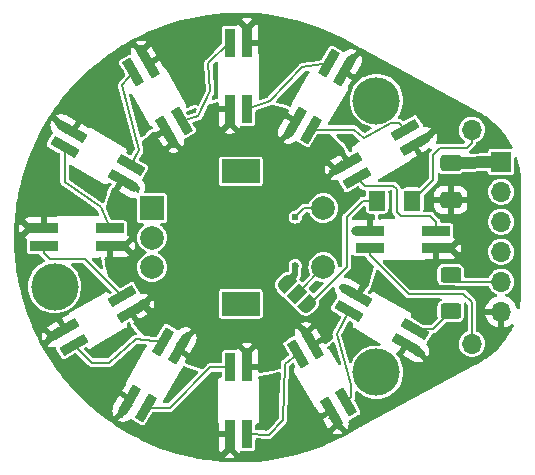
<source format=gbr>
%TF.GenerationSoftware,KiCad,Pcbnew,(6.0.2)*%
%TF.CreationDate,2022-04-26T09:28:05+10:00*%
%TF.ProjectId,adapter,61646170-7465-4722-9e6b-696361645f70,1.2*%
%TF.SameCoordinates,Original*%
%TF.FileFunction,Copper,L2,Bot*%
%TF.FilePolarity,Positive*%
%FSLAX46Y46*%
G04 Gerber Fmt 4.6, Leading zero omitted, Abs format (unit mm)*
G04 Created by KiCad (PCBNEW (6.0.2)) date 2022-04-26 09:28:05*
%MOMM*%
%LPD*%
G01*
G04 APERTURE LIST*
G04 Aperture macros list*
%AMRoundRect*
0 Rectangle with rounded corners*
0 $1 Rounding radius*
0 $2 $3 $4 $5 $6 $7 $8 $9 X,Y pos of 4 corners*
0 Add a 4 corners polygon primitive as box body*
4,1,4,$2,$3,$4,$5,$6,$7,$8,$9,$2,$3,0*
0 Add four circle primitives for the rounded corners*
1,1,$1+$1,$2,$3*
1,1,$1+$1,$4,$5*
1,1,$1+$1,$6,$7*
1,1,$1+$1,$8,$9*
0 Add four rect primitives between the rounded corners*
20,1,$1+$1,$2,$3,$4,$5,0*
20,1,$1+$1,$4,$5,$6,$7,0*
20,1,$1+$1,$6,$7,$8,$9,0*
20,1,$1+$1,$8,$9,$2,$3,0*%
%AMRotRect*
0 Rectangle, with rotation*
0 The origin of the aperture is its center*
0 $1 length*
0 $2 width*
0 $3 Rotation angle, in degrees counterclockwise*
0 Add horizontal line*
21,1,$1,$2,0,0,$3*%
%AMFreePoly0*
4,1,22,0.550000,-0.750000,0.000000,-0.750000,0.000000,-0.745033,-0.079941,-0.743568,-0.215256,-0.701293,-0.333266,-0.622738,-0.424486,-0.514219,-0.481581,-0.384460,-0.499164,-0.250000,-0.500000,-0.250000,-0.500000,0.250000,-0.499164,0.250000,-0.499963,0.256109,-0.478152,0.396186,-0.417904,0.524511,-0.324060,0.630769,-0.204165,0.706417,-0.067858,0.745374,0.000000,0.744960,0.000000,0.750000,
0.550000,0.750000,0.550000,-0.750000,0.550000,-0.750000,$1*%
%AMFreePoly1*
4,1,20,0.000000,0.744960,0.073905,0.744508,0.209726,0.703889,0.328688,0.626782,0.421226,0.519385,0.479903,0.390333,0.500000,0.250000,0.500000,-0.250000,0.499851,-0.262216,0.476331,-0.402017,0.414519,-0.529596,0.319384,-0.634700,0.198574,-0.708877,0.061801,-0.746166,0.000000,-0.745033,0.000000,-0.750000,-0.550000,-0.750000,-0.550000,0.750000,0.000000,0.750000,0.000000,0.744960,
0.000000,0.744960,$1*%
G04 Aperture macros list end*
%TA.AperFunction,ComponentPad*%
%ADD10R,2.000000X2.000000*%
%TD*%
%TA.AperFunction,ComponentPad*%
%ADD11C,2.000000*%
%TD*%
%TA.AperFunction,ComponentPad*%
%ADD12R,3.200000X2.000000*%
%TD*%
%TA.AperFunction,ComponentPad*%
%ADD13O,1.700000X1.700000*%
%TD*%
%TA.AperFunction,ComponentPad*%
%ADD14R,1.700000X1.700000*%
%TD*%
%TA.AperFunction,ComponentPad*%
%ADD15C,4.000000*%
%TD*%
%TA.AperFunction,SMDPad,CuDef*%
%ADD16RotRect,2.400000X0.820000X30.000000*%
%TD*%
%TA.AperFunction,ComponentPad*%
%ADD17C,0.800000*%
%TD*%
%TA.AperFunction,SMDPad,CuDef*%
%ADD18FreePoly0,315.000000*%
%TD*%
%TA.AperFunction,SMDPad,CuDef*%
%ADD19RotRect,1.000000X1.500000X315.000000*%
%TD*%
%TA.AperFunction,SMDPad,CuDef*%
%ADD20FreePoly1,315.000000*%
%TD*%
%TA.AperFunction,SMDPad,CuDef*%
%ADD21RotRect,2.400000X0.820000X210.000000*%
%TD*%
%TA.AperFunction,SMDPad,CuDef*%
%ADD22RotRect,2.400000X0.820000X60.000000*%
%TD*%
%TA.AperFunction,SMDPad,CuDef*%
%ADD23RoundRect,0.250000X-0.650000X0.412500X-0.650000X-0.412500X0.650000X-0.412500X0.650000X0.412500X0*%
%TD*%
%TA.AperFunction,SMDPad,CuDef*%
%ADD24RotRect,2.400000X0.820000X330.000000*%
%TD*%
%TA.AperFunction,SMDPad,CuDef*%
%ADD25RotRect,2.400000X0.820000X300.000000*%
%TD*%
%TA.AperFunction,SMDPad,CuDef*%
%ADD26RotRect,2.400000X0.820000X240.000000*%
%TD*%
%TA.AperFunction,SMDPad,CuDef*%
%ADD27R,2.400000X0.820000*%
%TD*%
%TA.AperFunction,SMDPad,CuDef*%
%ADD28RoundRect,0.250001X0.462499X0.624999X-0.462499X0.624999X-0.462499X-0.624999X0.462499X-0.624999X0*%
%TD*%
%TA.AperFunction,SMDPad,CuDef*%
%ADD29R,0.820000X2.400000*%
%TD*%
%TA.AperFunction,SMDPad,CuDef*%
%ADD30RotRect,2.400000X0.820000X120.000000*%
%TD*%
%TA.AperFunction,SMDPad,CuDef*%
%ADD31RoundRect,0.250000X0.625000X-0.400000X0.625000X0.400000X-0.625000X0.400000X-0.625000X-0.400000X0*%
%TD*%
%TA.AperFunction,SMDPad,CuDef*%
%ADD32RotRect,2.400000X0.820000X150.000000*%
%TD*%
%TA.AperFunction,ViaPad*%
%ADD33C,0.609600*%
%TD*%
%TA.AperFunction,Conductor*%
%ADD34C,1.000000*%
%TD*%
%TA.AperFunction,Conductor*%
%ADD35C,0.500000*%
%TD*%
%TA.AperFunction,Conductor*%
%ADD36C,0.203200*%
%TD*%
G04 APERTURE END LIST*
D10*
%TO.P,SW1,A,A*%
%TO.N,r2*%
X45000000Y-41100000D03*
D11*
%TO.P,SW1,B,B*%
%TO.N,r1*%
X45000000Y-46100000D03*
%TO.P,SW1,C,C*%
%TO.N,Gnd*%
X45000000Y-43600000D03*
D12*
%TO.P,SW1,MP*%
%TO.N,N/C*%
X52500000Y-38000000D03*
X52500000Y-49200000D03*
D11*
%TO.P,SW1,S1,S1*%
%TO.N,Net-(JP1-Pad2)*%
X59500000Y-46100000D03*
%TO.P,SW1,S2,S2*%
%TO.N,button*%
X59500000Y-41100000D03*
%TD*%
D13*
%TO.P,J2,1,Pin_1*%
%TO.N,Col*%
X72067000Y-34482000D03*
%TD*%
D14*
%TO.P,J1,1,Pin_1*%
%TO.N,Vcc*%
X74550000Y-37180000D03*
D13*
%TO.P,J1,2,Pin_2*%
%TO.N,button*%
X74550000Y-39720000D03*
%TO.P,J1,3,Pin_3*%
%TO.N,r2*%
X74550000Y-42260000D03*
%TO.P,J1,4,Pin_4*%
%TO.N,r1*%
X74550000Y-44800000D03*
%TO.P,J1,5,Pin_5*%
%TO.N,DIN*%
X74550000Y-47340000D03*
%TO.P,J1,6,Pin_6*%
%TO.N,Gnd*%
X74550000Y-49880000D03*
%TD*%
%TO.P,J5,1,Pin_1*%
%TO.N,DOUT*%
X72067000Y-52590000D03*
%TD*%
D15*
%TO.P,,1*%
%TO.N,N/C*%
X64000000Y-55000000D03*
%TD*%
%TO.P,,1*%
%TO.N,N/C*%
X36750000Y-47750000D03*
%TD*%
%TO.P,,1*%
%TO.N,N/C*%
X64000000Y-32000000D03*
%TD*%
D16*
%TO.P,D5,1,DOUT*%
%TO.N,Net-(D5-Pad1)*%
X42463871Y-48558481D03*
D17*
%TO.P,D5,2,VSS*%
%TO.N,Gnd*%
X36574898Y-51958481D03*
D16*
X37614129Y-51358481D03*
%TO.P,D5,3,DIN*%
%TO.N,Net-(D4-Pad1)*%
X38364129Y-52657519D03*
%TO.P,D5,4,VDD*%
%TO.N,Vcc*%
X43213871Y-49857519D03*
D17*
X44253102Y-49257519D03*
%TD*%
D18*
%TO.P,JP1,1,A*%
%TO.N,Gnd*%
X56355761Y-47430761D03*
D19*
%TO.P,JP1,2,C*%
%TO.N,Net-(JP1-Pad2)*%
X57275000Y-48350000D03*
D20*
%TO.P,JP1,3,B*%
%TO.N,Net-(Dcol1-Pad2)*%
X58194239Y-49269239D03*
%TD*%
D21*
%TO.P,D11,1,DOUT*%
%TO.N,Net-(D11-Pad1)*%
X62325129Y-38549519D03*
D17*
%TO.P,D11,2,VSS*%
%TO.N,Gnd*%
X68214102Y-35149519D03*
D21*
X67174871Y-35749519D03*
%TO.P,D11,3,DIN*%
%TO.N,Net-(D10-Pad1)*%
X66424871Y-34450481D03*
D17*
%TO.P,D11,4,VDD*%
%TO.N,Vcc*%
X60535898Y-37850481D03*
D21*
X61575129Y-37250481D03*
%TD*%
D22*
%TO.P,D4,1,DOUT*%
%TO.N,Net-(D4-Pad1)*%
X45950481Y-52400129D03*
D17*
%TO.P,D4,2,VSS*%
%TO.N,Gnd*%
X42550481Y-58289102D03*
D22*
X43150481Y-57249871D03*
%TO.P,D4,3,DIN*%
%TO.N,Net-(D3-Pad1)*%
X44449519Y-57999871D03*
%TO.P,D4,4,VDD*%
%TO.N,Vcc*%
X47249519Y-53150129D03*
D17*
X47849519Y-52110898D03*
%TD*%
D23*
%TO.P,C1,1*%
%TO.N,Vcc*%
X70289000Y-37291500D03*
%TO.P,C1,2*%
%TO.N,Gnd*%
X70289000Y-40416500D03*
%TD*%
D24*
%TO.P,D7,1,DOUT*%
%TO.N,Net-(D7-Pad1)*%
X43186233Y-37450481D03*
D17*
%TO.P,D7,2,VSS*%
%TO.N,Gnd*%
X37297260Y-34050481D03*
D24*
X38336491Y-34650481D03*
%TO.P,D7,3,DIN*%
%TO.N,Net-(D6-Pad1)*%
X37586491Y-35949519D03*
%TO.P,D7,4,VDD*%
%TO.N,Vcc*%
X42436233Y-38749519D03*
D17*
X43475464Y-39349519D03*
%TD*%
D25*
%TO.P,D8,1,DOUT*%
%TO.N,Net-(D8-Pad1)*%
X47498766Y-33710871D03*
D17*
%TO.P,D8,2,VSS*%
%TO.N,Gnd*%
X44098766Y-27821898D03*
D25*
X44698766Y-28861129D03*
%TO.P,D8,3,DIN*%
%TO.N,Net-(D7-Pad1)*%
X43399728Y-29611129D03*
%TO.P,D8,4,VDD*%
%TO.N,Vcc*%
X46199728Y-34460871D03*
D17*
X46799728Y-35500102D03*
%TD*%
D26*
%TO.P,D10,1,DOUT*%
%TO.N,Net-(D10-Pad1)*%
X58449519Y-34449871D03*
%TO.P,D10,2,VSS*%
%TO.N,Gnd*%
X61249519Y-29600129D03*
D17*
X61849519Y-28560898D03*
D26*
%TO.P,D10,3,DIN*%
%TO.N,Net-(D10-Pad3)*%
X59950481Y-28850129D03*
%TO.P,D10,4,VDD*%
%TO.N,Vcc*%
X57150481Y-33699871D03*
D17*
X56550481Y-34739102D03*
%TD*%
D27*
%TO.P,D6,1,DOUT*%
%TO.N,Net-(D6-Pad1)*%
X41439000Y-42808000D03*
D17*
%TO.P,D6,2,VSS*%
%TO.N,Gnd*%
X34639000Y-42808000D03*
D27*
X35839000Y-42808000D03*
%TO.P,D6,3,DIN*%
%TO.N,Net-(D5-Pad1)*%
X35839000Y-44308000D03*
D17*
%TO.P,D6,4,VDD*%
%TO.N,Vcc*%
X42639000Y-44308000D03*
D27*
X41439000Y-44308000D03*
%TD*%
D28*
%TO.P,Dcol1,1,K*%
%TO.N,Col*%
X67027000Y-40487000D03*
%TO.P,Dcol1,2,A*%
%TO.N,Net-(Dcol1-Pad2)*%
X64052000Y-40487000D03*
%TD*%
D29*
%TO.P,D9,1,DOUT*%
%TO.N,Net-(D10-Pad3)*%
X53072000Y-32700000D03*
%TO.P,D9,2,VSS*%
%TO.N,Gnd*%
X53072000Y-27100000D03*
D17*
X53072000Y-25900000D03*
D29*
%TO.P,D9,3,DIN*%
%TO.N,Net-(D8-Pad1)*%
X51572000Y-27100000D03*
%TO.P,D9,4,VDD*%
%TO.N,Vcc*%
X51572000Y-32700000D03*
D17*
X51572000Y-33900000D03*
%TD*%
D30*
%TO.P,D2,1,DOUT*%
%TO.N,Net-(D2-Pad1)*%
X57330481Y-53450129D03*
%TO.P,D2,2,VSS*%
%TO.N,Gnd*%
X60130481Y-58299871D03*
D17*
X60730481Y-59339102D03*
D30*
%TO.P,D2,3,DIN*%
%TO.N,Net-(D1-Pad1)*%
X61429519Y-57549871D03*
%TO.P,D2,4,VDD*%
%TO.N,Vcc*%
X58629519Y-52700129D03*
D17*
X58029519Y-51660898D03*
%TD*%
D27*
%TO.P,D12,1,DOUT*%
%TO.N,DOUT*%
X63450000Y-44500000D03*
%TO.P,D12,2,VSS*%
%TO.N,Gnd*%
X69050000Y-44500000D03*
D17*
X70250000Y-44500000D03*
D27*
%TO.P,D12,3,DIN*%
%TO.N,Net-(D11-Pad1)*%
X69050000Y-43000000D03*
D17*
%TO.P,D12,4,VDD*%
%TO.N,Vcc*%
X62250000Y-43000000D03*
D27*
X63450000Y-43000000D03*
%TD*%
D29*
%TO.P,D3,1,DOUT*%
%TO.N,Net-(D3-Pad1)*%
X51572000Y-54590000D03*
D17*
%TO.P,D3,2,VSS*%
%TO.N,Gnd*%
X51572000Y-61390000D03*
D29*
X51572000Y-60190000D03*
%TO.P,D3,3,DIN*%
%TO.N,Net-(D2-Pad1)*%
X53072000Y-60190000D03*
D17*
%TO.P,D3,4,VDD*%
%TO.N,Vcc*%
X53072000Y-53390000D03*
D29*
X53072000Y-54590000D03*
%TD*%
D31*
%TO.P,R1,1*%
%TO.N,Net-(D1-Pad3)*%
X70289000Y-49847000D03*
%TO.P,R1,2*%
%TO.N,DIN*%
X70289000Y-46747000D03*
%TD*%
D32*
%TO.P,D1,1,DOUT*%
%TO.N,Net-(D1-Pad1)*%
X61663767Y-49849519D03*
D17*
%TO.P,D1,2,VSS*%
%TO.N,Gnd*%
X67552740Y-53249519D03*
D32*
X66513509Y-52649519D03*
%TO.P,D1,3,DIN*%
%TO.N,Net-(D1-Pad3)*%
X67263509Y-51350481D03*
D17*
%TO.P,D1,4,VDD*%
%TO.N,Vcc*%
X61374536Y-47950481D03*
D32*
X62413767Y-48550481D03*
%TD*%
D33*
%TO.N,Gnd*%
X57118000Y-45991000D03*
%TO.N,button*%
X57123000Y-41857000D03*
%TD*%
D34*
%TO.N,Vcc*%
X70289000Y-37291500D02*
X74550000Y-37180000D01*
D35*
%TO.N,Gnd*%
X57118000Y-45991000D02*
X57118000Y-46668522D01*
X57118000Y-46668522D02*
X56355761Y-47430761D01*
D36*
%TO.N,Net-(D1-Pad3)*%
X70289000Y-49847000D02*
X68785519Y-51350481D01*
X68785519Y-51350481D02*
X67263509Y-51350481D01*
%TO.N,Net-(D1-Pad1)*%
X60629000Y-51779000D02*
X61852180Y-56044101D01*
X61852180Y-57127210D02*
X61429519Y-57549871D01*
X61852180Y-56044101D02*
X61852180Y-57127210D01*
X61666950Y-49852702D02*
X60629000Y-51779000D01*
X61663767Y-49849519D02*
X61666950Y-49852702D01*
%TO.N,Net-(D3-Pad1)*%
X51572000Y-54590000D02*
X49895000Y-54590000D01*
X49895000Y-54590000D02*
X46485129Y-57999871D01*
X46485129Y-57999871D02*
X44449519Y-57999871D01*
%TO.N,DOUT*%
X63450000Y-44500000D02*
X63450000Y-45113200D01*
X72067000Y-49093000D02*
X72067000Y-52590000D01*
X71364000Y-48390000D02*
X72067000Y-49093000D01*
X63450000Y-45113200D02*
X66726800Y-48390000D01*
X66726800Y-48390000D02*
X71364000Y-48390000D01*
%TO.N,Net-(D7-Pad1)*%
X43186233Y-37450481D02*
X43909000Y-36177000D01*
X43909000Y-36177000D02*
X42483000Y-30703000D01*
X42483000Y-30703000D02*
X43399728Y-29611129D01*
%TO.N,Net-(D5-Pad1)*%
X36351000Y-45423000D02*
X39328390Y-45423000D01*
X35839000Y-44911000D02*
X36351000Y-45423000D01*
X39328390Y-45423000D02*
X42463871Y-48558481D01*
X35839000Y-44308000D02*
X35839000Y-44911000D01*
%TO.N,Net-(D8-Pad1)*%
X48920000Y-33324000D02*
X47498766Y-33710871D01*
X51572000Y-27100000D02*
X51496153Y-27100000D01*
X49901000Y-31220000D02*
X48920000Y-33324000D01*
X49776000Y-28820153D02*
X49901000Y-31220000D01*
X51496153Y-27100000D02*
X49776000Y-28820153D01*
%TO.N,Net-(D6-Pad1)*%
X41439000Y-42808000D02*
X40646000Y-41010000D01*
X40646000Y-41010000D02*
X37586491Y-38879644D01*
X37586491Y-38879644D02*
X37586491Y-35949519D01*
%TO.N,Net-(D2-Pad1)*%
X56266000Y-54263000D02*
X56064000Y-59078000D01*
X57330481Y-53450129D02*
X56266000Y-54263000D01*
X54899000Y-60302000D02*
X53072000Y-60190000D01*
X56064000Y-59078000D02*
X54899000Y-60302000D01*
%TO.N,Net-(D11-Pad1)*%
X65696000Y-39497000D02*
X65696000Y-41415000D01*
X69050000Y-42265000D02*
X69050000Y-43000000D01*
X62325129Y-38549519D02*
X63010610Y-39235000D01*
X66068000Y-41787000D02*
X68572000Y-41787000D01*
X65434000Y-39235000D02*
X65696000Y-39497000D01*
X65696000Y-41415000D02*
X66068000Y-41787000D01*
X68572000Y-41787000D02*
X69050000Y-42265000D01*
X63010610Y-39235000D02*
X65434000Y-39235000D01*
%TO.N,Net-(D4-Pad1)*%
X43613000Y-52206000D02*
X41366000Y-54185000D01*
X41366000Y-54185000D02*
X39891610Y-54185000D01*
X45950481Y-52400129D02*
X43613000Y-52206000D01*
X39891610Y-54185000D02*
X38364129Y-52657519D01*
%TO.N,Net-(D10-Pad3)*%
X54965000Y-32040000D02*
X57729000Y-29187000D01*
X53072000Y-32700000D02*
X54965000Y-32040000D01*
X57729000Y-29187000D02*
X59950481Y-28850129D01*
%TO.N,Net-(D10-Pad1)*%
X65886390Y-33912000D02*
X66424871Y-34450481D01*
X65234000Y-33912000D02*
X65886390Y-33912000D01*
X62100871Y-34449871D02*
X62912000Y-35188000D01*
X58449519Y-34449871D02*
X62100871Y-34449871D01*
X62912000Y-35188000D02*
X65234000Y-33912000D01*
%TO.N,button*%
X57880000Y-41100000D02*
X59500000Y-41100000D01*
X57123000Y-41857000D02*
X57880000Y-41100000D01*
%TO.N,DIN*%
X74550000Y-47340000D02*
X70882000Y-47340000D01*
X70882000Y-47340000D02*
X70289000Y-46747000D01*
%TO.N,Col*%
X71638000Y-35990000D02*
X69401294Y-35990000D01*
X72067000Y-35561000D02*
X71638000Y-35990000D01*
X69401294Y-35990000D02*
X68812000Y-36579294D01*
X68812000Y-38702000D02*
X67027000Y-40487000D01*
X68812000Y-36579294D02*
X68812000Y-38702000D01*
X72067000Y-34482000D02*
X72067000Y-35561000D01*
%TO.N,Net-(Dcol1-Pad2)*%
X62835000Y-40487000D02*
X61472000Y-41850000D01*
X61472000Y-46089000D02*
X58291761Y-49269239D01*
X58291761Y-49269239D02*
X58194239Y-49269239D01*
X64052000Y-40487000D02*
X62835000Y-40487000D01*
X61472000Y-41850000D02*
X61472000Y-46089000D01*
%TO.N,Net-(JP1-Pad2)*%
X57275000Y-48350000D02*
X59500000Y-46125000D01*
X59500000Y-46125000D02*
X59500000Y-46100000D01*
%TD*%
%TA.AperFunction,Conductor*%
%TO.N,Gnd*%
G36*
X52998172Y-24569670D02*
G01*
X53003784Y-24569864D01*
X53845780Y-24617684D01*
X53851375Y-24618127D01*
X54690460Y-24703438D01*
X54695997Y-24704127D01*
X55530417Y-24826751D01*
X55535944Y-24827689D01*
X56364093Y-24987391D01*
X56369560Y-24988572D01*
X57189755Y-25185028D01*
X57195148Y-25186447D01*
X58005774Y-25419268D01*
X58011137Y-25420939D01*
X58810547Y-25689651D01*
X58815831Y-25691559D01*
X59602490Y-25995646D01*
X59607683Y-25997788D01*
X60379980Y-26336627D01*
X60385073Y-26338998D01*
X61141518Y-26711935D01*
X61146500Y-26714531D01*
X61885547Y-27120804D01*
X61890409Y-27123619D01*
X62582012Y-27545006D01*
X62597922Y-27557266D01*
X62601411Y-27559500D01*
X62610354Y-27568100D01*
X62621905Y-27572623D01*
X62621909Y-27572625D01*
X62636012Y-27578146D01*
X62649812Y-27584535D01*
X72353715Y-32809713D01*
X72370051Y-32820210D01*
X72386909Y-32832979D01*
X72398917Y-32836117D01*
X72405947Y-32839529D01*
X72420811Y-32845320D01*
X72814083Y-33053755D01*
X72821822Y-33058215D01*
X73226011Y-33310646D01*
X73233404Y-33315635D01*
X73616538Y-33594496D01*
X73618698Y-33596068D01*
X73625728Y-33601577D01*
X73990179Y-33908595D01*
X73996789Y-33914576D01*
X74338513Y-34246583D01*
X74338585Y-34246653D01*
X74344766Y-34253100D01*
X74662175Y-34608554D01*
X74667884Y-34615423D01*
X74959303Y-34992458D01*
X74964512Y-34999715D01*
X75228493Y-35396456D01*
X75233174Y-35404063D01*
X75468378Y-35818496D01*
X75472509Y-35826416D01*
X75505351Y-35895229D01*
X75516641Y-35965322D01*
X75488243Y-36030392D01*
X75429174Y-36069779D01*
X75391638Y-36075500D01*
X73948334Y-36075501D01*
X73674934Y-36075501D01*
X73639182Y-36082612D01*
X73612874Y-36087844D01*
X73612872Y-36087845D01*
X73600699Y-36090266D01*
X73590379Y-36097161D01*
X73590378Y-36097162D01*
X73529985Y-36137516D01*
X73516516Y-36146516D01*
X73460266Y-36230699D01*
X73445500Y-36304933D01*
X73445500Y-36331398D01*
X73425498Y-36399519D01*
X73371842Y-36446012D01*
X73322797Y-36457355D01*
X71946563Y-36493368D01*
X71877944Y-36475155D01*
X71830064Y-36422734D01*
X71818125Y-36352748D01*
X71845919Y-36287418D01*
X71857349Y-36276303D01*
X71859274Y-36275265D01*
X71893532Y-36238205D01*
X71896962Y-36234639D01*
X72282433Y-35849168D01*
X72298129Y-35836491D01*
X72301225Y-35833674D01*
X72309974Y-35828025D01*
X72329207Y-35803628D01*
X72332785Y-35799601D01*
X72332687Y-35799518D01*
X72336042Y-35795559D01*
X72339720Y-35791881D01*
X72342739Y-35787657D01*
X72342747Y-35787647D01*
X72350136Y-35777306D01*
X72353701Y-35772557D01*
X72364100Y-35759366D01*
X72383368Y-35734925D01*
X72386214Y-35726820D01*
X72391210Y-35719829D01*
X72404934Y-35673938D01*
X72406768Y-35668293D01*
X72420021Y-35630553D01*
X72420022Y-35630550D01*
X72422648Y-35623071D01*
X72423100Y-35617852D01*
X72423100Y-35615141D01*
X72423198Y-35612864D01*
X72424065Y-35609968D01*
X72446140Y-35545261D01*
X72501753Y-35501128D01*
X72508578Y-35498588D01*
X72518165Y-35495334D01*
X72695276Y-35396147D01*
X72702022Y-35390537D01*
X72846913Y-35270031D01*
X72851345Y-35266345D01*
X72939976Y-35159779D01*
X72977453Y-35114718D01*
X72977455Y-35114715D01*
X72981147Y-35110276D01*
X73043064Y-34999715D01*
X73077510Y-34938208D01*
X73077511Y-34938206D01*
X73080334Y-34933165D01*
X73082190Y-34927698D01*
X73082192Y-34927693D01*
X73143728Y-34746414D01*
X73143729Y-34746409D01*
X73145584Y-34740945D01*
X73146412Y-34735236D01*
X73146413Y-34735231D01*
X73168716Y-34581408D01*
X73174712Y-34540053D01*
X73176232Y-34482000D01*
X73162712Y-34334863D01*
X73158187Y-34285613D01*
X73158186Y-34285610D01*
X73157658Y-34279859D01*
X73151936Y-34259569D01*
X73104125Y-34090046D01*
X73104124Y-34090044D01*
X73102557Y-34084487D01*
X73091978Y-34063033D01*
X73015331Y-33907609D01*
X73012776Y-33902428D01*
X72994014Y-33877302D01*
X72967197Y-33841391D01*
X72891320Y-33739779D01*
X72790211Y-33646314D01*
X72746503Y-33605911D01*
X72742258Y-33601987D01*
X72737375Y-33598906D01*
X72737371Y-33598903D01*
X72575464Y-33496748D01*
X72570581Y-33493667D01*
X72382039Y-33418446D01*
X72376379Y-33417320D01*
X72376375Y-33417319D01*
X72188613Y-33379971D01*
X72188610Y-33379971D01*
X72182946Y-33378844D01*
X72177171Y-33378768D01*
X72177167Y-33378768D01*
X72075793Y-33377441D01*
X71979971Y-33376187D01*
X71974274Y-33377166D01*
X71974273Y-33377166D01*
X71928892Y-33384964D01*
X71779910Y-33410564D01*
X71589463Y-33480824D01*
X71415010Y-33584612D01*
X71410670Y-33588418D01*
X71410666Y-33588421D01*
X71313748Y-33673417D01*
X71262392Y-33718455D01*
X71258817Y-33722990D01*
X71258816Y-33722991D01*
X71229722Y-33759897D01*
X71136720Y-33877869D01*
X71134031Y-33882980D01*
X71134029Y-33882983D01*
X71100815Y-33946113D01*
X71042203Y-34057515D01*
X70982007Y-34251378D01*
X70958148Y-34452964D01*
X70971424Y-34655522D01*
X70972845Y-34661118D01*
X70972846Y-34661123D01*
X71017002Y-34834984D01*
X71021392Y-34852269D01*
X71023809Y-34857512D01*
X71059278Y-34934451D01*
X71106377Y-35036616D01*
X71109710Y-35041332D01*
X71199321Y-35168129D01*
X71223533Y-35202389D01*
X71368938Y-35344035D01*
X71373742Y-35347245D01*
X71457387Y-35403135D01*
X71502915Y-35457612D01*
X71511763Y-35528055D01*
X71481121Y-35592099D01*
X71420720Y-35629411D01*
X71387385Y-35633900D01*
X69452726Y-35633900D01*
X69432665Y-35631765D01*
X69428481Y-35631568D01*
X69418301Y-35629376D01*
X69387454Y-35633027D01*
X69382079Y-35633344D01*
X69382090Y-35633472D01*
X69376912Y-35633900D01*
X69371710Y-35633900D01*
X69360375Y-35635787D01*
X69354051Y-35636839D01*
X69348179Y-35637674D01*
X69310920Y-35642084D01*
X69310913Y-35642086D01*
X69300572Y-35643310D01*
X69292826Y-35647030D01*
X69284352Y-35648440D01*
X69247558Y-35668293D01*
X69242185Y-35671192D01*
X69236901Y-35673884D01*
X69223999Y-35680080D01*
X69218366Y-35682785D01*
X69148302Y-35694245D01*
X69083163Y-35666005D01*
X69043632Y-35607032D01*
X69042260Y-35536049D01*
X69048712Y-35517958D01*
X69050212Y-35514589D01*
X69105113Y-35345621D01*
X69107843Y-35332780D01*
X69126414Y-35156084D01*
X69126414Y-35142954D01*
X69107843Y-34966258D01*
X69105113Y-34953417D01*
X69050210Y-34784444D01*
X69044872Y-34772455D01*
X69019341Y-34728234D01*
X69009137Y-34718504D01*
X69001116Y-34721715D01*
X68759557Y-34963274D01*
X68751943Y-34977218D01*
X68752585Y-34986200D01*
X68752681Y-34986366D01*
X68769422Y-35055360D01*
X68746203Y-35122453D01*
X68706564Y-35158489D01*
X68377213Y-35348640D01*
X68364224Y-35358607D01*
X67812465Y-35910366D01*
X67750153Y-35944392D01*
X67679338Y-35939327D01*
X67634275Y-35910366D01*
X67562901Y-35838992D01*
X67548957Y-35831378D01*
X67539974Y-35832020D01*
X67537529Y-35833431D01*
X67526569Y-35844926D01*
X67526221Y-35846733D01*
X67528614Y-35854221D01*
X67844783Y-36401842D01*
X67856278Y-36412802D01*
X67858085Y-36413150D01*
X67865573Y-36410757D01*
X68483232Y-36054150D01*
X68552227Y-36037412D01*
X68619319Y-36060632D01*
X68663206Y-36116439D01*
X68669955Y-36187115D01*
X68635327Y-36252364D01*
X68596564Y-36291127D01*
X68580874Y-36303800D01*
X68577775Y-36306620D01*
X68569026Y-36312269D01*
X68562580Y-36320446D01*
X68549797Y-36336661D01*
X68546216Y-36340691D01*
X68546314Y-36340774D01*
X68542961Y-36344731D01*
X68539280Y-36348412D01*
X68536256Y-36352644D01*
X68536254Y-36352646D01*
X68528851Y-36363005D01*
X68525288Y-36367750D01*
X68502080Y-36397189D01*
X68502079Y-36397191D01*
X68495632Y-36405369D01*
X68492786Y-36413474D01*
X68487790Y-36420465D01*
X68484806Y-36430444D01*
X68474066Y-36466356D01*
X68472232Y-36472001D01*
X68464729Y-36493368D01*
X68456352Y-36517223D01*
X68455900Y-36522442D01*
X68455900Y-36525153D01*
X68455802Y-36527430D01*
X68455667Y-36527879D01*
X68455613Y-36527877D01*
X68455598Y-36528110D01*
X68453823Y-36534046D01*
X68454232Y-36544450D01*
X68455803Y-36584444D01*
X68455900Y-36589390D01*
X68455900Y-38502308D01*
X68435898Y-38570429D01*
X68418995Y-38591404D01*
X67684253Y-39326145D01*
X67621941Y-39360170D01*
X67581550Y-39362312D01*
X67540652Y-39357869D01*
X67540651Y-39357869D01*
X67537255Y-39357500D01*
X67027075Y-39357500D01*
X66516746Y-39357501D01*
X66513352Y-39357870D01*
X66513346Y-39357870D01*
X66462911Y-39363348D01*
X66462907Y-39363349D01*
X66455053Y-39364202D01*
X66319736Y-39414929D01*
X66312554Y-39420311D01*
X66312555Y-39420311D01*
X66240961Y-39473967D01*
X66174455Y-39498814D01*
X66105072Y-39483761D01*
X66054843Y-39433586D01*
X66044399Y-39408290D01*
X66043914Y-39406621D01*
X66042690Y-39396278D01*
X66038970Y-39388532D01*
X66037560Y-39380058D01*
X66014808Y-39337891D01*
X66012115Y-39332604D01*
X65994805Y-39296558D01*
X65994803Y-39296555D01*
X65991372Y-39289410D01*
X65988001Y-39285400D01*
X65986063Y-39283462D01*
X65984548Y-39281811D01*
X65984327Y-39281401D01*
X65984369Y-39281363D01*
X65984208Y-39281180D01*
X65981265Y-39275726D01*
X65968706Y-39264116D01*
X65944220Y-39241482D01*
X65940653Y-39238052D01*
X65722166Y-39019564D01*
X65709492Y-39003871D01*
X65706673Y-39000773D01*
X65701025Y-38992026D01*
X65676633Y-38972797D01*
X65672603Y-38969216D01*
X65672520Y-38969314D01*
X65668563Y-38965961D01*
X65664882Y-38962280D01*
X65656731Y-38956455D01*
X65650289Y-38951851D01*
X65645544Y-38948288D01*
X65616105Y-38925080D01*
X65616103Y-38925079D01*
X65607925Y-38918632D01*
X65599820Y-38915786D01*
X65592829Y-38910790D01*
X65546938Y-38897066D01*
X65541293Y-38895232D01*
X65503553Y-38881979D01*
X65503550Y-38881978D01*
X65496071Y-38879352D01*
X65490852Y-38878900D01*
X65488141Y-38878900D01*
X65485864Y-38878802D01*
X65485415Y-38878667D01*
X65485417Y-38878613D01*
X65485184Y-38878598D01*
X65479248Y-38876823D01*
X65429385Y-38878782D01*
X65428850Y-38878803D01*
X65423904Y-38878900D01*
X64232862Y-38878900D01*
X64164741Y-38858898D01*
X64118248Y-38805242D01*
X64108144Y-38734968D01*
X64137638Y-38670388D01*
X64169862Y-38643781D01*
X64197412Y-38627875D01*
X66691835Y-37187720D01*
X66714327Y-37177529D01*
X66726731Y-37173318D01*
X66736057Y-37165139D01*
X66736059Y-37165138D01*
X66740866Y-37160922D01*
X66745905Y-37156502D01*
X66745909Y-37156500D01*
X66793372Y-37114876D01*
X66802703Y-37106693D01*
X66842530Y-37025931D01*
X66892536Y-36972540D01*
X67398213Y-36680588D01*
X67409173Y-36669093D01*
X67409521Y-36667286D01*
X67407128Y-36659798D01*
X66890901Y-35765668D01*
X66874163Y-35696673D01*
X66897383Y-35629581D01*
X66937020Y-35593549D01*
X67267841Y-35402549D01*
X68050993Y-34950396D01*
X68063982Y-34940429D01*
X68640473Y-34363938D01*
X68647233Y-34351558D01*
X68643722Y-34346868D01*
X68502261Y-34283885D01*
X68489782Y-34279830D01*
X68315995Y-34242892D01*
X68302934Y-34241519D01*
X68125270Y-34241519D01*
X68112211Y-34242891D01*
X68070940Y-34251664D01*
X68000149Y-34246262D01*
X67943517Y-34203445D01*
X67925430Y-34168919D01*
X67904027Y-34105868D01*
X67904025Y-34105864D01*
X67902038Y-34100010D01*
X67532373Y-33459733D01*
X67470067Y-33351815D01*
X67470066Y-33351813D01*
X67466971Y-33346453D01*
X67417067Y-33289546D01*
X67368443Y-33265568D01*
X67337390Y-33250255D01*
X67326261Y-33244767D01*
X67313879Y-33243955D01*
X67313878Y-33243955D01*
X67269314Y-33241034D01*
X67225232Y-33238144D01*
X67213481Y-33242133D01*
X67159418Y-33260485D01*
X67159414Y-33260487D01*
X67153560Y-33262474D01*
X66355922Y-33722991D01*
X66341425Y-33731361D01*
X66272430Y-33748099D01*
X66205338Y-33724879D01*
X66189330Y-33711337D01*
X66174557Y-33696564D01*
X66161884Y-33680874D01*
X66159064Y-33677775D01*
X66153415Y-33669026D01*
X66129023Y-33649797D01*
X66124993Y-33646216D01*
X66124910Y-33646314D01*
X66120953Y-33642961D01*
X66117272Y-33639280D01*
X66102922Y-33629025D01*
X66102679Y-33628851D01*
X66097934Y-33625288D01*
X66068495Y-33602080D01*
X66068493Y-33602079D01*
X66060315Y-33595632D01*
X66052210Y-33592786D01*
X66045219Y-33587790D01*
X65999328Y-33574066D01*
X65993683Y-33572232D01*
X65955943Y-33558979D01*
X65955940Y-33558978D01*
X65948461Y-33556352D01*
X65943242Y-33555900D01*
X65940531Y-33555900D01*
X65938254Y-33555802D01*
X65937805Y-33555667D01*
X65937807Y-33555613D01*
X65937574Y-33555598D01*
X65931638Y-33553823D01*
X65913364Y-33554541D01*
X65844510Y-33537229D01*
X65795947Y-33485439D01*
X65783092Y-33415616D01*
X65803652Y-33358636D01*
X65811793Y-33346453D01*
X65956643Y-33129668D01*
X66087355Y-32864611D01*
X66088681Y-32860705D01*
X66181026Y-32588666D01*
X66181027Y-32588663D01*
X66182352Y-32584759D01*
X66187315Y-32559811D01*
X66239204Y-32298946D01*
X66239204Y-32298943D01*
X66240008Y-32294903D01*
X66240944Y-32280632D01*
X66259067Y-32004119D01*
X66259337Y-32000000D01*
X66249768Y-31854000D01*
X66240278Y-31709212D01*
X66240277Y-31709208D01*
X66240008Y-31705097D01*
X66239204Y-31701054D01*
X66183157Y-31419286D01*
X66183155Y-31419280D01*
X66182352Y-31415241D01*
X66177048Y-31399614D01*
X66088681Y-31139295D01*
X66088680Y-31139294D01*
X66087355Y-31135389D01*
X66007427Y-30973311D01*
X65958470Y-30874036D01*
X65958467Y-30874031D01*
X65956643Y-30870332D01*
X65792453Y-30624603D01*
X65597593Y-30402407D01*
X65375397Y-30207547D01*
X65129669Y-30043357D01*
X65125970Y-30041533D01*
X65125965Y-30041530D01*
X64869459Y-29915036D01*
X64864611Y-29912645D01*
X64850097Y-29907718D01*
X64588666Y-29818974D01*
X64588663Y-29818973D01*
X64584759Y-29817648D01*
X64580720Y-29816845D01*
X64580714Y-29816843D01*
X64298946Y-29760796D01*
X64298943Y-29760796D01*
X64294903Y-29759992D01*
X64290792Y-29759723D01*
X64290788Y-29759722D01*
X64004119Y-29740933D01*
X64000000Y-29740663D01*
X63995881Y-29740933D01*
X63709212Y-29759722D01*
X63709208Y-29759723D01*
X63705097Y-29759992D01*
X63701057Y-29760796D01*
X63701054Y-29760796D01*
X63419286Y-29816843D01*
X63419280Y-29816845D01*
X63415241Y-29817648D01*
X63411337Y-29818973D01*
X63411334Y-29818974D01*
X63149903Y-29907718D01*
X63135389Y-29912645D01*
X63010143Y-29974410D01*
X62874036Y-30041530D01*
X62874031Y-30041533D01*
X62870332Y-30043357D01*
X62624603Y-30207547D01*
X62402407Y-30402407D01*
X62207547Y-30624603D01*
X62043357Y-30870332D01*
X62041533Y-30874031D01*
X62041530Y-30874036D01*
X61992573Y-30973311D01*
X61912645Y-31135389D01*
X61911320Y-31139294D01*
X61911319Y-31139295D01*
X61822953Y-31399614D01*
X61817648Y-31415241D01*
X61816845Y-31419280D01*
X61816843Y-31419286D01*
X61760796Y-31701054D01*
X61759992Y-31705097D01*
X61759723Y-31709208D01*
X61759722Y-31709212D01*
X61750232Y-31854000D01*
X61740663Y-32000000D01*
X61740933Y-32004119D01*
X61759057Y-32280632D01*
X61759992Y-32294903D01*
X61760796Y-32298943D01*
X61760796Y-32298946D01*
X61812686Y-32559811D01*
X61817648Y-32584759D01*
X61818973Y-32588663D01*
X61818974Y-32588666D01*
X61911319Y-32860705D01*
X61912645Y-32864611D01*
X62043357Y-33129668D01*
X62207547Y-33375397D01*
X62402407Y-33597593D01*
X62624603Y-33792453D01*
X62870331Y-33956643D01*
X62874030Y-33958467D01*
X62874035Y-33958470D01*
X62974613Y-34008069D01*
X63135389Y-34087355D01*
X63139294Y-34088680D01*
X63139295Y-34088681D01*
X63411334Y-34181026D01*
X63411337Y-34181027D01*
X63415241Y-34182352D01*
X63507349Y-34200673D01*
X63570258Y-34233580D01*
X63605390Y-34295275D01*
X63601590Y-34366170D01*
X63560065Y-34423756D01*
X63543449Y-34434677D01*
X63042388Y-34710023D01*
X62973054Y-34725301D01*
X62906468Y-34700668D01*
X62896903Y-34692788D01*
X62494589Y-34326682D01*
X62382620Y-34224790D01*
X62374230Y-34216400D01*
X62373547Y-34215649D01*
X62367896Y-34206897D01*
X62334453Y-34180532D01*
X62327663Y-34174779D01*
X62322507Y-34170086D01*
X62322501Y-34170081D01*
X62318661Y-34166587D01*
X62314294Y-34163767D01*
X62314289Y-34163763D01*
X62313148Y-34163026D01*
X62303504Y-34156133D01*
X62282979Y-34139953D01*
X62282976Y-34139951D01*
X62274796Y-34133503D01*
X62264969Y-34130052D01*
X62259126Y-34126840D01*
X62253012Y-34124194D01*
X62244264Y-34118545D01*
X62208790Y-34109732D01*
X62197430Y-34106334D01*
X62162942Y-34094223D01*
X62157723Y-34093771D01*
X62155013Y-34093771D01*
X62154990Y-34093770D01*
X62149724Y-34093011D01*
X62149702Y-34093289D01*
X62139315Y-34092471D01*
X62129211Y-34089961D01*
X62118837Y-34090859D01*
X62118836Y-34090859D01*
X62090630Y-34093301D01*
X62079763Y-34093771D01*
X60032671Y-34093771D01*
X59964550Y-34073769D01*
X59918057Y-34020113D01*
X59907953Y-33949839D01*
X59923552Y-33904771D01*
X61550295Y-31087170D01*
X61564681Y-31067094D01*
X61565136Y-31066575D01*
X61573318Y-31057245D01*
X61585715Y-31020727D01*
X61601810Y-30973311D01*
X61605799Y-30961560D01*
X61599909Y-30871704D01*
X61616520Y-30800463D01*
X61908472Y-30294788D01*
X61912217Y-30279353D01*
X61911614Y-30277613D01*
X61905798Y-30272326D01*
X61342489Y-29947099D01*
X61011668Y-29756099D01*
X60962675Y-29704717D01*
X60949239Y-29635003D01*
X60965549Y-29583980D01*
X61010048Y-29506905D01*
X61601802Y-29506905D01*
X61602405Y-29508645D01*
X61608221Y-29513932D01*
X62155841Y-29830101D01*
X62171276Y-29833846D01*
X62173016Y-29833243D01*
X62178303Y-29827427D01*
X62666866Y-28981209D01*
X62669950Y-28975132D01*
X62690601Y-28928311D01*
X62695087Y-28913287D01*
X62699148Y-28888892D01*
X62703605Y-28870644D01*
X62740530Y-28757000D01*
X62743260Y-28744159D01*
X62761831Y-28567463D01*
X62761831Y-28554333D01*
X62743260Y-28377637D01*
X62740530Y-28364796D01*
X62685627Y-28195823D01*
X62680289Y-28183834D01*
X62654758Y-28139613D01*
X62644554Y-28129883D01*
X62636533Y-28133094D01*
X62058609Y-28711018D01*
X62048642Y-28724007D01*
X61605547Y-29491470D01*
X61601802Y-29506905D01*
X61010048Y-29506905D01*
X61163800Y-29240600D01*
X61167545Y-29225165D01*
X61164598Y-29216651D01*
X61088672Y-29140725D01*
X61054646Y-29078413D01*
X61059711Y-29007598D01*
X61088672Y-28962535D01*
X61640431Y-28410776D01*
X61650398Y-28397787D01*
X61840549Y-28068436D01*
X61891931Y-28019443D01*
X61961645Y-28006007D01*
X61989650Y-28014959D01*
X61989658Y-28014926D01*
X62022698Y-28022942D01*
X62031212Y-28019995D01*
X62275890Y-27775317D01*
X62282650Y-27762937D01*
X62279139Y-27758247D01*
X62137678Y-27695264D01*
X62125199Y-27691209D01*
X61951412Y-27654271D01*
X61938351Y-27652898D01*
X61760687Y-27652898D01*
X61747626Y-27654271D01*
X61573839Y-27691209D01*
X61561360Y-27695264D01*
X61399048Y-27767530D01*
X61387671Y-27774099D01*
X61265750Y-27862679D01*
X61198883Y-27886538D01*
X61129731Y-27870457D01*
X61108620Y-27855481D01*
X61054510Y-27808029D01*
X60300952Y-27372963D01*
X60295093Y-27370974D01*
X60241034Y-27352622D01*
X60241033Y-27352622D01*
X60229280Y-27348632D01*
X60194242Y-27350929D01*
X60140634Y-27354443D01*
X60140633Y-27354443D01*
X60128251Y-27355255D01*
X60037445Y-27400034D01*
X59987541Y-27456940D01*
X59381067Y-28507386D01*
X59367763Y-28530429D01*
X59316381Y-28579422D01*
X59277535Y-28592005D01*
X59099960Y-28618933D01*
X57681094Y-28834094D01*
X57678994Y-28834394D01*
X57633120Y-28840562D01*
X57622797Y-28841950D01*
X57613479Y-28846608D01*
X57613478Y-28846608D01*
X57601764Y-28852463D01*
X57584514Y-28859543D01*
X57562170Y-28866834D01*
X57549915Y-28876060D01*
X57530473Y-28888097D01*
X57516756Y-28894954D01*
X57512800Y-28898388D01*
X57510912Y-28900337D01*
X57499557Y-28912057D01*
X57484844Y-28925046D01*
X57475780Y-28931870D01*
X57467458Y-28938135D01*
X57461616Y-28946755D01*
X57461615Y-28946756D01*
X57457706Y-28952524D01*
X57443900Y-28969507D01*
X54788807Y-31710093D01*
X54739793Y-31741396D01*
X54173626Y-31938792D01*
X54102719Y-31942332D01*
X54041154Y-31906973D01*
X54008478Y-31843943D01*
X54015065Y-31773253D01*
X54027381Y-31749814D01*
X54054368Y-31709425D01*
X54061263Y-31699106D01*
X54076000Y-31625017D01*
X54080976Y-31600000D01*
X54078421Y-31587153D01*
X54076000Y-31562575D01*
X54076000Y-28237425D01*
X54078421Y-28212844D01*
X54078555Y-28212170D01*
X54080976Y-28200000D01*
X54067841Y-28133962D01*
X54061263Y-28100894D01*
X54011235Y-28026022D01*
X53990000Y-27956020D01*
X53990000Y-27372115D01*
X53985525Y-27356876D01*
X53984135Y-27355671D01*
X53976452Y-27354000D01*
X52944000Y-27354000D01*
X52875879Y-27333998D01*
X52829386Y-27280342D01*
X52818000Y-27228000D01*
X52818000Y-26972000D01*
X52838002Y-26903879D01*
X52891658Y-26857386D01*
X52944000Y-26846000D01*
X53971884Y-26846000D01*
X53987123Y-26841525D01*
X53988328Y-26840135D01*
X53989999Y-26832452D01*
X53989999Y-25855331D01*
X53989629Y-25848510D01*
X53984105Y-25797648D01*
X53980478Y-25782390D01*
X53975235Y-25768405D01*
X53967907Y-25737349D01*
X53965741Y-25716738D01*
X53963011Y-25703898D01*
X53908108Y-25534925D01*
X53902770Y-25522936D01*
X53877239Y-25478715D01*
X53867035Y-25468985D01*
X53859014Y-25472196D01*
X53161095Y-26170115D01*
X53098783Y-26204141D01*
X53027968Y-26199076D01*
X52982905Y-26170115D01*
X52288630Y-25475840D01*
X52276250Y-25469080D01*
X52269335Y-25474256D01*
X52241230Y-25522936D01*
X52235892Y-25534925D01*
X52222853Y-25575054D01*
X52182779Y-25633660D01*
X52117383Y-25661297D01*
X52078441Y-25659697D01*
X52007067Y-25645500D01*
X51572071Y-25645500D01*
X51136934Y-25645501D01*
X51101182Y-25652612D01*
X51074874Y-25657844D01*
X51074872Y-25657845D01*
X51062699Y-25660266D01*
X51052379Y-25667161D01*
X51052378Y-25667162D01*
X51018722Y-25689651D01*
X50978516Y-25716516D01*
X50922266Y-25800699D01*
X50907500Y-25874933D01*
X50907500Y-25881120D01*
X50907501Y-27132861D01*
X50887499Y-27200982D01*
X50870596Y-27221956D01*
X50206013Y-27886538D01*
X49551645Y-28540906D01*
X49536316Y-28553961D01*
X49519465Y-28566128D01*
X49507591Y-28582918D01*
X49485880Y-28613618D01*
X49485520Y-28614124D01*
X49451790Y-28661324D01*
X49451532Y-28662186D01*
X49451013Y-28662920D01*
X49434592Y-28718827D01*
X49434499Y-28719141D01*
X49422150Y-28760435D01*
X49417823Y-28774905D01*
X49417858Y-28775803D01*
X49417605Y-28776665D01*
X49417425Y-28781901D01*
X49419541Y-28822519D01*
X49420119Y-28833619D01*
X49420191Y-28835177D01*
X49422477Y-28893365D01*
X49423239Y-28895336D01*
X49423397Y-28896560D01*
X49539134Y-31118577D01*
X49527502Y-31178376D01*
X48979572Y-32353549D01*
X48932657Y-32406836D01*
X48864381Y-32426300D01*
X48806304Y-32411286D01*
X48806235Y-32411427D01*
X48805539Y-32411088D01*
X48805180Y-32410995D01*
X48803724Y-32410203D01*
X48803713Y-32410198D01*
X48801237Y-32408851D01*
X48779264Y-32399330D01*
X48767963Y-32394433D01*
X48767961Y-32394433D01*
X48759691Y-32390849D01*
X48710930Y-32384807D01*
X48667474Y-32379422D01*
X48667470Y-32379422D01*
X48661337Y-32378662D01*
X48607912Y-32382573D01*
X48595010Y-32383517D01*
X48595008Y-32383517D01*
X48590531Y-32383845D01*
X48519914Y-32399330D01*
X48257896Y-32497555D01*
X48015166Y-32588549D01*
X47944359Y-32593732D01*
X47881990Y-32559811D01*
X47847861Y-32497555D01*
X47848946Y-32450304D01*
X47848437Y-32450271D01*
X47855046Y-32349440D01*
X47847323Y-32326689D01*
X47826554Y-32265505D01*
X47826553Y-32265503D01*
X47822565Y-32253755D01*
X47813928Y-32243906D01*
X47799542Y-32223830D01*
X46136969Y-29344170D01*
X46126775Y-29321672D01*
X46126553Y-29321017D01*
X46126553Y-29321016D01*
X46122565Y-29309269D01*
X46055940Y-29233297D01*
X45975178Y-29193470D01*
X45921787Y-29143464D01*
X45629835Y-28637787D01*
X45618340Y-28626827D01*
X45616533Y-28626479D01*
X45609045Y-28628872D01*
X44714915Y-29145099D01*
X44645920Y-29161837D01*
X44578828Y-29138617D01*
X44542796Y-29098980D01*
X44351796Y-28768159D01*
X43899643Y-27985007D01*
X43889676Y-27972018D01*
X43740688Y-27823030D01*
X44463174Y-27823030D01*
X44463305Y-27824863D01*
X44467556Y-27831478D01*
X44859613Y-28223535D01*
X44893639Y-28285847D01*
X44888574Y-28356662D01*
X44859613Y-28401725D01*
X44788239Y-28473099D01*
X44780625Y-28487043D01*
X44781267Y-28496026D01*
X44782678Y-28498471D01*
X44794173Y-28509431D01*
X44795980Y-28509779D01*
X44803468Y-28507386D01*
X45351089Y-28191217D01*
X45362049Y-28179722D01*
X45362397Y-28177915D01*
X45360004Y-28170427D01*
X44911325Y-27393296D01*
X44901119Y-27383564D01*
X44893099Y-27386775D01*
X44470788Y-27809086D01*
X44463174Y-27823030D01*
X43740688Y-27823030D01*
X43315396Y-27397738D01*
X43303016Y-27390978D01*
X43296101Y-27396154D01*
X43267996Y-27444834D01*
X43262658Y-27456823D01*
X43207755Y-27625796D01*
X43205025Y-27638637D01*
X43186454Y-27815333D01*
X43186454Y-27828463D01*
X43202207Y-27978347D01*
X43189435Y-28048185D01*
X43140933Y-28100032D01*
X43117400Y-28110830D01*
X43049257Y-28133962D01*
X42585479Y-28401725D01*
X42320867Y-28554499D01*
X42295700Y-28569029D01*
X42238793Y-28618933D01*
X42194014Y-28709739D01*
X42193202Y-28722121D01*
X42193202Y-28722122D01*
X42191581Y-28746849D01*
X42187391Y-28810768D01*
X42191380Y-28822519D01*
X42209554Y-28876056D01*
X42211721Y-28882440D01*
X42589568Y-29536890D01*
X42711491Y-29748066D01*
X42728229Y-29817061D01*
X42705009Y-29884153D01*
X42698870Y-29892085D01*
X42217488Y-30465436D01*
X42213814Y-30469621D01*
X42180559Y-30505850D01*
X42176381Y-30515391D01*
X42168469Y-30533459D01*
X42161541Y-30546992D01*
X42146219Y-30572935D01*
X42144114Y-30583131D01*
X42143038Y-30585916D01*
X42137919Y-30601996D01*
X42137183Y-30604905D01*
X42133005Y-30614446D01*
X42130509Y-30644489D01*
X42128342Y-30659514D01*
X42122246Y-30689036D01*
X42123558Y-30699372D01*
X42123442Y-30702370D01*
X42123910Y-30723936D01*
X42123191Y-30732589D01*
X42124069Y-30737754D01*
X42124758Y-30740399D01*
X42124761Y-30740413D01*
X42130527Y-30762549D01*
X42133593Y-30778441D01*
X42137173Y-30806644D01*
X42141760Y-30815993D01*
X42141891Y-30816260D01*
X42150704Y-30839997D01*
X43515078Y-36077435D01*
X43512894Y-36148398D01*
X43502728Y-36171391D01*
X43403572Y-36346100D01*
X43303489Y-36522442D01*
X43268490Y-36584108D01*
X43217471Y-36633479D01*
X43147858Y-36647429D01*
X43095909Y-36631034D01*
X42894415Y-36514702D01*
X42845422Y-36463320D01*
X42831986Y-36393606D01*
X42838102Y-36365081D01*
X42843761Y-36348412D01*
X42865366Y-36284765D01*
X42858757Y-36183934D01*
X42814065Y-36093307D01*
X42757271Y-36043500D01*
X42757269Y-36043499D01*
X42750328Y-36037412D01*
X42747421Y-36034862D01*
X42747419Y-36034861D01*
X42738093Y-36026682D01*
X42725689Y-36022471D01*
X42703195Y-36012279D01*
X42682080Y-36000088D01*
X39823529Y-34349704D01*
X39803452Y-34335316D01*
X39802936Y-34334863D01*
X39802935Y-34334862D01*
X39793607Y-34326682D01*
X39765554Y-34317159D01*
X39746005Y-34310523D01*
X39709674Y-34298190D01*
X39709673Y-34298190D01*
X39697922Y-34294201D01*
X39608066Y-34300091D01*
X39536825Y-34283480D01*
X39031150Y-33991528D01*
X39015715Y-33987783D01*
X39013975Y-33988386D01*
X39008688Y-33994202D01*
X38683461Y-34557511D01*
X38492461Y-34888332D01*
X38441079Y-34937325D01*
X38371365Y-34950761D01*
X38320342Y-34934451D01*
X37976962Y-34736200D01*
X37961527Y-34732455D01*
X37953013Y-34735402D01*
X37877087Y-34811328D01*
X37814775Y-34845354D01*
X37743960Y-34840289D01*
X37698897Y-34811328D01*
X37147138Y-34259569D01*
X37134149Y-34249602D01*
X36804798Y-34059451D01*
X36755805Y-34008069D01*
X36742369Y-33938355D01*
X36751321Y-33910350D01*
X36751288Y-33910342D01*
X36759304Y-33877302D01*
X36756357Y-33868788D01*
X36513890Y-33626321D01*
X36501510Y-33619561D01*
X36494595Y-33624737D01*
X36466490Y-33673417D01*
X36461152Y-33685406D01*
X36406249Y-33854379D01*
X36403519Y-33867220D01*
X36384948Y-34043916D01*
X36384948Y-34057046D01*
X36403519Y-34233742D01*
X36406249Y-34246583D01*
X36461149Y-34415547D01*
X36466495Y-34427555D01*
X36555322Y-34581408D01*
X36563046Y-34592039D01*
X36591275Y-34623390D01*
X36621992Y-34687397D01*
X36613229Y-34757851D01*
X36592375Y-34790774D01*
X36544391Y-34845490D01*
X36109325Y-35599048D01*
X36107336Y-35604907D01*
X36092416Y-35648858D01*
X36084994Y-35670720D01*
X36085806Y-35683105D01*
X36088837Y-35729336D01*
X36091617Y-35771749D01*
X36136396Y-35862555D01*
X36193302Y-35912459D01*
X37069738Y-36418469D01*
X37167391Y-36474849D01*
X37216384Y-36526231D01*
X37230391Y-36583968D01*
X37230391Y-38870521D01*
X37230314Y-38874918D01*
X37228514Y-38926456D01*
X37236230Y-38951851D01*
X37236621Y-38953139D01*
X37240352Y-38969077D01*
X37241728Y-38977342D01*
X37244931Y-38996586D01*
X37249876Y-39005751D01*
X37249878Y-39005756D01*
X37250127Y-39006217D01*
X37259796Y-39029416D01*
X37262978Y-39039887D01*
X37269068Y-39048330D01*
X37269069Y-39048333D01*
X37279294Y-39062510D01*
X37287983Y-39076374D01*
X37301226Y-39100918D01*
X37308873Y-39107987D01*
X37308874Y-39107988D01*
X37309262Y-39108347D01*
X37325927Y-39127167D01*
X37332326Y-39136039D01*
X37336350Y-39139392D01*
X37338581Y-39140945D01*
X37338587Y-39140950D01*
X37355538Y-39152753D01*
X37369070Y-39163633D01*
X37380631Y-39174320D01*
X37380634Y-39174322D01*
X37388281Y-39181391D01*
X37397802Y-39185600D01*
X37397806Y-39185603D01*
X37400155Y-39186641D01*
X37421206Y-39198478D01*
X39318530Y-40519597D01*
X40331492Y-41224929D01*
X40374776Y-41277484D01*
X40455189Y-41459806D01*
X40532582Y-41635284D01*
X40541771Y-41705684D01*
X40511439Y-41769875D01*
X40451219Y-41807478D01*
X40392718Y-41809709D01*
X40364017Y-41804000D01*
X40364015Y-41804000D01*
X40364015Y-41803999D01*
X40351173Y-41801445D01*
X40351172Y-41801445D01*
X40339000Y-41799024D01*
X40326153Y-41801579D01*
X40301575Y-41804000D01*
X36976425Y-41804000D01*
X36951847Y-41801579D01*
X36939000Y-41799024D01*
X36926828Y-41801445D01*
X36913988Y-41803999D01*
X36913983Y-41804000D01*
X36839894Y-41818737D01*
X36829577Y-41825631D01*
X36829576Y-41825631D01*
X36803257Y-41843217D01*
X36774418Y-41862487D01*
X36765022Y-41868765D01*
X36695020Y-41890000D01*
X36111115Y-41890000D01*
X36095876Y-41894475D01*
X36094671Y-41895865D01*
X36093000Y-41903548D01*
X36093000Y-42936000D01*
X36072998Y-43004121D01*
X36019342Y-43050614D01*
X35967000Y-43062000D01*
X35711000Y-43062000D01*
X35642879Y-43041998D01*
X35596386Y-42988342D01*
X35585000Y-42936000D01*
X35585000Y-41908116D01*
X35580525Y-41892877D01*
X35579135Y-41891672D01*
X35571452Y-41890001D01*
X34594331Y-41890001D01*
X34587510Y-41890371D01*
X34536650Y-41895895D01*
X34521396Y-41899521D01*
X34498241Y-41908202D01*
X34480207Y-41913467D01*
X34363320Y-41938311D01*
X34350841Y-41942366D01*
X34216367Y-42002239D01*
X34205622Y-42011372D01*
X34207219Y-42017009D01*
X34909115Y-42718905D01*
X34943141Y-42781217D01*
X34938076Y-42852032D01*
X34909115Y-42897095D01*
X34212629Y-43593581D01*
X34205869Y-43605961D01*
X34209380Y-43610651D01*
X34326209Y-43662667D01*
X34380305Y-43708648D01*
X34400954Y-43776575D01*
X34398539Y-43802352D01*
X34384500Y-43872933D01*
X34384501Y-44743066D01*
X34388909Y-44765229D01*
X34396562Y-44803704D01*
X34399266Y-44817301D01*
X34406161Y-44827621D01*
X34406162Y-44827622D01*
X34426496Y-44858053D01*
X34455516Y-44901484D01*
X34539699Y-44957734D01*
X34613933Y-44972500D01*
X35392339Y-44972500D01*
X35460460Y-44992502D01*
X35503227Y-45038668D01*
X35520191Y-45070108D01*
X35522885Y-45075396D01*
X35540195Y-45111442D01*
X35540197Y-45111445D01*
X35543628Y-45118590D01*
X35546999Y-45122600D01*
X35548937Y-45124538D01*
X35550452Y-45126189D01*
X35550673Y-45126599D01*
X35550631Y-45126637D01*
X35550792Y-45126820D01*
X35553735Y-45132274D01*
X35561382Y-45139342D01*
X35561382Y-45139343D01*
X35590781Y-45166519D01*
X35594348Y-45169949D01*
X35896110Y-45471712D01*
X35930135Y-45534024D01*
X35925070Y-45604840D01*
X35882523Y-45661675D01*
X35862745Y-45673812D01*
X35620332Y-45793357D01*
X35374603Y-45957547D01*
X35152407Y-46152407D01*
X34957547Y-46374603D01*
X34793357Y-46620332D01*
X34791533Y-46624031D01*
X34791530Y-46624036D01*
X34733499Y-46741712D01*
X34662645Y-46885389D01*
X34661320Y-46889294D01*
X34661319Y-46889295D01*
X34569109Y-47160938D01*
X34567648Y-47165241D01*
X34566845Y-47169280D01*
X34566843Y-47169286D01*
X34521339Y-47398053D01*
X34509992Y-47455097D01*
X34509723Y-47459208D01*
X34509722Y-47459212D01*
X34496800Y-47656368D01*
X34490663Y-47750000D01*
X34490933Y-47754119D01*
X34509473Y-48036979D01*
X34509992Y-48044903D01*
X34510796Y-48048943D01*
X34510796Y-48048946D01*
X34566745Y-48330217D01*
X34567648Y-48334759D01*
X34568973Y-48338663D01*
X34568974Y-48338666D01*
X34637389Y-48540210D01*
X34662645Y-48614611D01*
X34716857Y-48724542D01*
X34788056Y-48868918D01*
X34793357Y-48879668D01*
X34957547Y-49125397D01*
X35152407Y-49347593D01*
X35374603Y-49542453D01*
X35620331Y-49706643D01*
X35624030Y-49708467D01*
X35624035Y-49708470D01*
X35760009Y-49775525D01*
X35885389Y-49837355D01*
X35889294Y-49838680D01*
X35889295Y-49838681D01*
X36161334Y-49931026D01*
X36161337Y-49931027D01*
X36165241Y-49932352D01*
X36169280Y-49933155D01*
X36169286Y-49933157D01*
X36451054Y-49989204D01*
X36451057Y-49989204D01*
X36455097Y-49990008D01*
X36459208Y-49990277D01*
X36459212Y-49990278D01*
X36745881Y-50009067D01*
X36750000Y-50009337D01*
X36754119Y-50009067D01*
X37040788Y-49990278D01*
X37040792Y-49990277D01*
X37044903Y-49990008D01*
X37048943Y-49989204D01*
X37048946Y-49989204D01*
X37330714Y-49933157D01*
X37330720Y-49933155D01*
X37334759Y-49932352D01*
X37338663Y-49931027D01*
X37338666Y-49931026D01*
X37610705Y-49838681D01*
X37610706Y-49838680D01*
X37614611Y-49837355D01*
X37739991Y-49775525D01*
X37875965Y-49708470D01*
X37875970Y-49708467D01*
X37879669Y-49706643D01*
X38125397Y-49542453D01*
X38347593Y-49347593D01*
X38542453Y-49125397D01*
X38706643Y-48879668D01*
X38711945Y-48868918D01*
X38783143Y-48724542D01*
X38837355Y-48614611D01*
X38862611Y-48540210D01*
X38931026Y-48338666D01*
X38931027Y-48338663D01*
X38932352Y-48334759D01*
X38933256Y-48330217D01*
X38989204Y-48048946D01*
X38989204Y-48048943D01*
X38990008Y-48044903D01*
X38990528Y-48036979D01*
X39009067Y-47754119D01*
X39009337Y-47750000D01*
X39003200Y-47656368D01*
X38990278Y-47459212D01*
X38990277Y-47459208D01*
X38990008Y-47455097D01*
X38978661Y-47398053D01*
X38933157Y-47169286D01*
X38933155Y-47169280D01*
X38932352Y-47165241D01*
X38930892Y-47160938D01*
X38838681Y-46889295D01*
X38838680Y-46889294D01*
X38837355Y-46885389D01*
X38766501Y-46741712D01*
X38708470Y-46624036D01*
X38708467Y-46624031D01*
X38706643Y-46620332D01*
X38542453Y-46374603D01*
X38347593Y-46152407D01*
X38173614Y-45999832D01*
X38135586Y-45939879D01*
X38136008Y-45868883D01*
X38174746Y-45809386D01*
X38239502Y-45780278D01*
X38256691Y-45779100D01*
X39128699Y-45779100D01*
X39196820Y-45799102D01*
X39217794Y-45816005D01*
X41542042Y-48140254D01*
X41576068Y-48202566D01*
X41571003Y-48273382D01*
X41528456Y-48330217D01*
X41515962Y-48338459D01*
X41507553Y-48343314D01*
X41438562Y-48360052D01*
X41371470Y-48336834D01*
X41349822Y-48317272D01*
X41302080Y-48262832D01*
X41293898Y-48253502D01*
X41203271Y-48208810D01*
X41190886Y-48207998D01*
X41190885Y-48207998D01*
X41163299Y-48206190D01*
X41102440Y-48202201D01*
X41090689Y-48206190D01*
X41018505Y-48230693D01*
X41018503Y-48230694D01*
X41006755Y-48234682D01*
X40997425Y-48242864D01*
X40996906Y-48243319D01*
X40976830Y-48257705D01*
X38097170Y-49920278D01*
X38074673Y-49930471D01*
X38062269Y-49934682D01*
X38034745Y-49958820D01*
X37986297Y-50001307D01*
X37980809Y-50012436D01*
X37946470Y-50082069D01*
X37896464Y-50135460D01*
X37390787Y-50427412D01*
X37379827Y-50438907D01*
X37379479Y-50440714D01*
X37381872Y-50448202D01*
X37898099Y-51342332D01*
X37914837Y-51411327D01*
X37891617Y-51478419D01*
X37851980Y-51514451D01*
X37521159Y-51705451D01*
X36738007Y-52157604D01*
X36725018Y-52167571D01*
X36148527Y-52744062D01*
X36141767Y-52756442D01*
X36145278Y-52761132D01*
X36286739Y-52824115D01*
X36299218Y-52828170D01*
X36473005Y-52865108D01*
X36486066Y-52866481D01*
X36663730Y-52866481D01*
X36676789Y-52865109D01*
X36718060Y-52856336D01*
X36788851Y-52861738D01*
X36845483Y-52904555D01*
X36863570Y-52939081D01*
X36884827Y-53001700D01*
X36886962Y-53007990D01*
X37141373Y-53448642D01*
X37253391Y-53642662D01*
X37322029Y-53761547D01*
X37371933Y-53818454D01*
X37383064Y-53823943D01*
X37426832Y-53845526D01*
X37462739Y-53863233D01*
X37475121Y-53864045D01*
X37475122Y-53864045D01*
X37518661Y-53866899D01*
X37563768Y-53869856D01*
X37583278Y-53863233D01*
X37629582Y-53847515D01*
X37629586Y-53847513D01*
X37635440Y-53845526D01*
X38447578Y-53376638D01*
X38516571Y-53359900D01*
X38583663Y-53383120D01*
X38599671Y-53396662D01*
X39104634Y-53901626D01*
X39603443Y-54400435D01*
X39616115Y-54416125D01*
X39618937Y-54419226D01*
X39624585Y-54427974D01*
X39632763Y-54434421D01*
X39648977Y-54447203D01*
X39653007Y-54450784D01*
X39653090Y-54450686D01*
X39657047Y-54454039D01*
X39660728Y-54457720D01*
X39664960Y-54460744D01*
X39664962Y-54460746D01*
X39675321Y-54468149D01*
X39680066Y-54471712D01*
X39709505Y-54494920D01*
X39709507Y-54494921D01*
X39717685Y-54501368D01*
X39725790Y-54504214D01*
X39732781Y-54509210D01*
X39768072Y-54519764D01*
X39778681Y-54522937D01*
X39784325Y-54524771D01*
X39822057Y-54538021D01*
X39822060Y-54538022D01*
X39829539Y-54540648D01*
X39834758Y-54541100D01*
X39837469Y-54541100D01*
X39839745Y-54541198D01*
X39840195Y-54541333D01*
X39840193Y-54541387D01*
X39840424Y-54541402D01*
X39846361Y-54543177D01*
X39896759Y-54541197D01*
X39901705Y-54541100D01*
X41310190Y-54541100D01*
X41318115Y-54541538D01*
X41326204Y-54543824D01*
X41336603Y-54543257D01*
X41372729Y-54541287D01*
X41379590Y-54541100D01*
X41395584Y-54541100D01*
X41400713Y-54540247D01*
X41405887Y-54539819D01*
X41411997Y-54539146D01*
X41444579Y-54537369D01*
X41454233Y-54533465D01*
X41462451Y-54531632D01*
X41464714Y-54530994D01*
X41472671Y-54528270D01*
X41482942Y-54526560D01*
X41511660Y-54511065D01*
X41524238Y-54505150D01*
X41526552Y-54504214D01*
X41554480Y-54492918D01*
X41558695Y-54489808D01*
X41560725Y-54488020D01*
X41562854Y-54486302D01*
X41563046Y-54486540D01*
X41569971Y-54481716D01*
X41569878Y-54481595D01*
X41578110Y-54475210D01*
X41587274Y-54470265D01*
X41594343Y-54462617D01*
X41594345Y-54462616D01*
X41610871Y-54444738D01*
X41620119Y-54435709D01*
X41621582Y-54434421D01*
X43694346Y-52608876D01*
X43758687Y-52578863D01*
X43788049Y-52577864D01*
X44448444Y-52632710D01*
X44514674Y-52658282D01*
X44556567Y-52715601D01*
X44560819Y-52786471D01*
X44539840Y-52827484D01*
X44541069Y-52828193D01*
X44534866Y-52838937D01*
X44526682Y-52848269D01*
X44522473Y-52860669D01*
X44512280Y-52883165D01*
X42870147Y-55727425D01*
X42849705Y-55762831D01*
X42835316Y-55782910D01*
X42826682Y-55792755D01*
X42818483Y-55816908D01*
X42794201Y-55888440D01*
X42799776Y-55973484D01*
X42800091Y-55978295D01*
X42783480Y-56049537D01*
X42491528Y-56555212D01*
X42487783Y-56570647D01*
X42488386Y-56572387D01*
X42494202Y-56577674D01*
X43057511Y-56902901D01*
X43388332Y-57093901D01*
X43437325Y-57145283D01*
X43450761Y-57214997D01*
X43434451Y-57266020D01*
X43258425Y-57570906D01*
X43258424Y-57570908D01*
X43243451Y-57596841D01*
X43236200Y-57609400D01*
X43232455Y-57624835D01*
X43235402Y-57633349D01*
X43311328Y-57709275D01*
X43345354Y-57771587D01*
X43340289Y-57842402D01*
X43311328Y-57887465D01*
X42759569Y-58439224D01*
X42749602Y-58452213D01*
X42559451Y-58781564D01*
X42508069Y-58830557D01*
X42438355Y-58843993D01*
X42410350Y-58835041D01*
X42410342Y-58835074D01*
X42377302Y-58827058D01*
X42368788Y-58830005D01*
X42124110Y-59074683D01*
X42117350Y-59087063D01*
X42120861Y-59091753D01*
X42262322Y-59154736D01*
X42274801Y-59158791D01*
X42448588Y-59195729D01*
X42461649Y-59197102D01*
X42639313Y-59197102D01*
X42652374Y-59195729D01*
X42826161Y-59158791D01*
X42838640Y-59154736D01*
X43000952Y-59082470D01*
X43012329Y-59075901D01*
X43134250Y-58987321D01*
X43201117Y-58963462D01*
X43270269Y-58979543D01*
X43291380Y-58994519D01*
X43345490Y-59041971D01*
X44099048Y-59477037D01*
X44104907Y-59479026D01*
X44158966Y-59497378D01*
X44158967Y-59497378D01*
X44170720Y-59501368D01*
X44205758Y-59499071D01*
X44259366Y-59495557D01*
X44259367Y-59495557D01*
X44271749Y-59494745D01*
X44362555Y-59449966D01*
X44386442Y-59422728D01*
X44408380Y-59397711D01*
X44412459Y-59393060D01*
X44974849Y-58418971D01*
X45026231Y-58369978D01*
X45083968Y-58355971D01*
X46433701Y-58355971D01*
X46453750Y-58358105D01*
X46457940Y-58358303D01*
X46468122Y-58360495D01*
X46498969Y-58356844D01*
X46504344Y-58356527D01*
X46504333Y-58356399D01*
X46509511Y-58355971D01*
X46514713Y-58355971D01*
X46526048Y-58354084D01*
X46532372Y-58353032D01*
X46538244Y-58352197D01*
X46575503Y-58347787D01*
X46575510Y-58347785D01*
X46585851Y-58346561D01*
X46593597Y-58342841D01*
X46602071Y-58341431D01*
X46644238Y-58318679D01*
X46649525Y-58315986D01*
X46685571Y-58298676D01*
X46685574Y-58298674D01*
X46692719Y-58295243D01*
X46696729Y-58291872D01*
X46698667Y-58289934D01*
X46700318Y-58288419D01*
X46700728Y-58288198D01*
X46700766Y-58288240D01*
X46700949Y-58288079D01*
X46706403Y-58285136D01*
X46740661Y-58248076D01*
X46744090Y-58244511D01*
X50005597Y-54983005D01*
X50067909Y-54948979D01*
X50094692Y-54946100D01*
X50781501Y-54946100D01*
X50849622Y-54966102D01*
X50896115Y-55019758D01*
X50907501Y-55072100D01*
X50907501Y-55310611D01*
X50887499Y-55378732D01*
X50833843Y-55425225D01*
X50806086Y-55434189D01*
X50796988Y-55435999D01*
X50796983Y-55436000D01*
X50722894Y-55450737D01*
X50638876Y-55506876D01*
X50582737Y-55590894D01*
X50563024Y-55690000D01*
X50565445Y-55702170D01*
X50565579Y-55702844D01*
X50568000Y-55727425D01*
X50568000Y-59052575D01*
X50565579Y-59077153D01*
X50563024Y-59090000D01*
X50568000Y-59115017D01*
X50582737Y-59189106D01*
X50589631Y-59199423D01*
X50589631Y-59199424D01*
X50632765Y-59263978D01*
X50654000Y-59333980D01*
X50654000Y-59917885D01*
X50658475Y-59933124D01*
X50659865Y-59934329D01*
X50667548Y-59936000D01*
X51700000Y-59936000D01*
X51768121Y-59956002D01*
X51814614Y-60009658D01*
X51826000Y-60062000D01*
X51826000Y-60318000D01*
X51805998Y-60386121D01*
X51752342Y-60432614D01*
X51700000Y-60444000D01*
X50672116Y-60444000D01*
X50656877Y-60448475D01*
X50655672Y-60449865D01*
X50654001Y-60457548D01*
X50654001Y-61434669D01*
X50654371Y-61441490D01*
X50659895Y-61492352D01*
X50663522Y-61507610D01*
X50668765Y-61521595D01*
X50676093Y-61552651D01*
X50678259Y-61573262D01*
X50680989Y-61586102D01*
X50735892Y-61755075D01*
X50741230Y-61767064D01*
X50766761Y-61811285D01*
X50776965Y-61821015D01*
X50784986Y-61817804D01*
X51482905Y-61119885D01*
X51545217Y-61085859D01*
X51616032Y-61090924D01*
X51661095Y-61119885D01*
X52355370Y-61814160D01*
X52367750Y-61820920D01*
X52374665Y-61815744D01*
X52402770Y-61767064D01*
X52408108Y-61755075D01*
X52421147Y-61714946D01*
X52461221Y-61656340D01*
X52526617Y-61628703D01*
X52565559Y-61630303D01*
X52636933Y-61644500D01*
X53071929Y-61644500D01*
X53507066Y-61644499D01*
X53542818Y-61637388D01*
X53569126Y-61632156D01*
X53569128Y-61632155D01*
X53581301Y-61629734D01*
X53591621Y-61622839D01*
X53591622Y-61622838D01*
X53655168Y-61580377D01*
X53665484Y-61573484D01*
X53721734Y-61489301D01*
X53736500Y-61415067D01*
X53736500Y-60721465D01*
X53756502Y-60653344D01*
X53810158Y-60606851D01*
X53870210Y-60595701D01*
X54542159Y-60636893D01*
X54846624Y-60655558D01*
X54862380Y-60657527D01*
X54873613Y-60659656D01*
X54880674Y-60660995D01*
X54880675Y-60660995D01*
X54890902Y-60662934D01*
X54940359Y-60655838D01*
X54945174Y-60655243D01*
X54994824Y-60650075D01*
X55001246Y-60647102D01*
X55008251Y-60646097D01*
X55017521Y-60641361D01*
X55017523Y-60641360D01*
X55052710Y-60623382D01*
X55057102Y-60621245D01*
X55092953Y-60604647D01*
X55092958Y-60604644D01*
X55102405Y-60600270D01*
X55107519Y-60595376D01*
X55113819Y-60592157D01*
X55117745Y-60588688D01*
X55119613Y-60586725D01*
X55119631Y-60586708D01*
X55148821Y-60556039D01*
X55152972Y-60551877D01*
X55180526Y-60525507D01*
X55180528Y-60525505D01*
X55188054Y-60518302D01*
X55191402Y-60511832D01*
X55195400Y-60507101D01*
X55444173Y-60245729D01*
X55547601Y-60137063D01*
X60297350Y-60137063D01*
X60300861Y-60141753D01*
X60442322Y-60204736D01*
X60454801Y-60208791D01*
X60628588Y-60245729D01*
X60641649Y-60247102D01*
X60819313Y-60247102D01*
X60832374Y-60245729D01*
X61006161Y-60208791D01*
X61018640Y-60204736D01*
X61153114Y-60144863D01*
X61163859Y-60135730D01*
X61162262Y-60130093D01*
X60916726Y-59884557D01*
X60902782Y-59876943D01*
X60893797Y-59877585D01*
X60893626Y-59877684D01*
X60824630Y-59894420D01*
X60757539Y-59871197D01*
X60721511Y-59831563D01*
X60685079Y-59768460D01*
X60674873Y-59758729D01*
X60666853Y-59761940D01*
X60304110Y-60124683D01*
X60297350Y-60137063D01*
X55547601Y-60137063D01*
X56283493Y-59363902D01*
X56288722Y-59358999D01*
X56295568Y-59354975D01*
X56302352Y-59347074D01*
X56302356Y-59347071D01*
X56326461Y-59318998D01*
X56330790Y-59314209D01*
X56338751Y-59305845D01*
X56342337Y-59302078D01*
X56345259Y-59297768D01*
X56348512Y-59293731D01*
X56348558Y-59293768D01*
X56352060Y-59289186D01*
X56366015Y-59272935D01*
X56366016Y-59272934D01*
X56372800Y-59265033D01*
X56376660Y-59255358D01*
X56380040Y-59249777D01*
X56383461Y-59243328D01*
X56386188Y-59237396D01*
X56392032Y-59228776D01*
X56400398Y-59198061D01*
X56404936Y-59184494D01*
X56413795Y-59162292D01*
X56413796Y-59162286D01*
X56416734Y-59154924D01*
X56417404Y-59149728D01*
X56417518Y-59147006D01*
X56417749Y-59144301D01*
X56417957Y-59144319D01*
X56419433Y-59134804D01*
X56419399Y-59134801D01*
X56420449Y-59124438D01*
X56423185Y-59114392D01*
X56422520Y-59104002D01*
X56422520Y-59103999D01*
X56421015Y-59080501D01*
X56420868Y-59067169D01*
X56424396Y-58983085D01*
X59466850Y-58983085D01*
X59469243Y-58990573D01*
X59917922Y-59767704D01*
X59928128Y-59777436D01*
X59936148Y-59774225D01*
X60358459Y-59351914D01*
X60366073Y-59337970D01*
X60365942Y-59336137D01*
X60361691Y-59329522D01*
X59969634Y-58937465D01*
X59935608Y-58875153D01*
X59940673Y-58804338D01*
X59969634Y-58759275D01*
X60041008Y-58687901D01*
X60048622Y-58673957D01*
X60047980Y-58664974D01*
X60046569Y-58662529D01*
X60035074Y-58651569D01*
X60033267Y-58651221D01*
X60025779Y-58653614D01*
X59478158Y-58969783D01*
X59467198Y-58981278D01*
X59466850Y-58983085D01*
X56424396Y-58983085D01*
X56520645Y-56688820D01*
X56612314Y-54503720D01*
X56635154Y-54436498D01*
X56661730Y-54408863D01*
X56863575Y-54254728D01*
X56929853Y-54229283D01*
X56999368Y-54243710D01*
X57049163Y-54291870D01*
X57115314Y-54406448D01*
X57132052Y-54475441D01*
X57108832Y-54542533D01*
X57089273Y-54564177D01*
X57048169Y-54600224D01*
X57025502Y-54620102D01*
X56980810Y-54710729D01*
X56979998Y-54723114D01*
X56979998Y-54723115D01*
X56978244Y-54749878D01*
X56974201Y-54811560D01*
X57006682Y-54907245D01*
X57014862Y-54916573D01*
X57014863Y-54916574D01*
X57015316Y-54917090D01*
X57029704Y-54937167D01*
X58603527Y-57663110D01*
X58692279Y-57816833D01*
X58702471Y-57839327D01*
X58706682Y-57851731D01*
X58723499Y-57870907D01*
X58723500Y-57870909D01*
X58736333Y-57885542D01*
X58773307Y-57927703D01*
X58841046Y-57961108D01*
X58854069Y-57967530D01*
X58907460Y-58017536D01*
X59199412Y-58523213D01*
X59210907Y-58534173D01*
X59212714Y-58534521D01*
X59220202Y-58532128D01*
X60114332Y-58015901D01*
X60183327Y-57999163D01*
X60250419Y-58022383D01*
X60286451Y-58062020D01*
X60452851Y-58350232D01*
X60929604Y-59175993D01*
X60939571Y-59188982D01*
X61513851Y-59763262D01*
X61526231Y-59770022D01*
X61533146Y-59764846D01*
X61561251Y-59716166D01*
X61566589Y-59704177D01*
X61621492Y-59535204D01*
X61624222Y-59522363D01*
X61642793Y-59345667D01*
X61642793Y-59332537D01*
X61627040Y-59182653D01*
X61639812Y-59112815D01*
X61688314Y-59060968D01*
X61711847Y-59050170D01*
X61779990Y-59027038D01*
X62425803Y-58654177D01*
X62528185Y-58595067D01*
X62528187Y-58595066D01*
X62533547Y-58591971D01*
X62590454Y-58542067D01*
X62635233Y-58451261D01*
X62641856Y-58350232D01*
X62624355Y-58298676D01*
X62619515Y-58284418D01*
X62619513Y-58284414D01*
X62617526Y-58278560D01*
X62144663Y-57459537D01*
X62127925Y-57390544D01*
X62154830Y-57318536D01*
X62168548Y-57301135D01*
X62171394Y-57293030D01*
X62176390Y-57286039D01*
X62190114Y-57240148D01*
X62191948Y-57234503D01*
X62205201Y-57196763D01*
X62205202Y-57196760D01*
X62207828Y-57189281D01*
X62208280Y-57184062D01*
X62208280Y-57181351D01*
X62208378Y-57179074D01*
X62208513Y-57178625D01*
X62208567Y-57178627D01*
X62208582Y-57178394D01*
X62210357Y-57172458D01*
X62208377Y-57122060D01*
X62208280Y-57117114D01*
X62208280Y-56705436D01*
X62228282Y-56637315D01*
X62281938Y-56590822D01*
X62352212Y-56580718D01*
X62417358Y-56610704D01*
X62624603Y-56792453D01*
X62870331Y-56956643D01*
X62874030Y-56958467D01*
X62874035Y-56958470D01*
X62955681Y-56998733D01*
X63135389Y-57087355D01*
X63139294Y-57088680D01*
X63139295Y-57088681D01*
X63411334Y-57181026D01*
X63411337Y-57181027D01*
X63415241Y-57182352D01*
X63419280Y-57183155D01*
X63419286Y-57183157D01*
X63701054Y-57239204D01*
X63701057Y-57239204D01*
X63705097Y-57240008D01*
X63709208Y-57240277D01*
X63709212Y-57240278D01*
X63995881Y-57259067D01*
X64000000Y-57259337D01*
X64004119Y-57259067D01*
X64290788Y-57240278D01*
X64290792Y-57240277D01*
X64294903Y-57240008D01*
X64298943Y-57239204D01*
X64298946Y-57239204D01*
X64580714Y-57183157D01*
X64580720Y-57183155D01*
X64584759Y-57182352D01*
X64588663Y-57181027D01*
X64588666Y-57181026D01*
X64860705Y-57088681D01*
X64860706Y-57088680D01*
X64864611Y-57087355D01*
X65044319Y-56998733D01*
X65125965Y-56958470D01*
X65125970Y-56958467D01*
X65129669Y-56956643D01*
X65375397Y-56792453D01*
X65597593Y-56597593D01*
X65792453Y-56375397D01*
X65956643Y-56129668D01*
X65990251Y-56061519D01*
X66033665Y-55973484D01*
X66087355Y-55864611D01*
X66121905Y-55762831D01*
X66181026Y-55588666D01*
X66181027Y-55588663D01*
X66182352Y-55584759D01*
X66183185Y-55580575D01*
X66239204Y-55298946D01*
X66239204Y-55298943D01*
X66240008Y-55294903D01*
X66242783Y-55252573D01*
X66259067Y-55004119D01*
X66259337Y-55000000D01*
X66253258Y-54907245D01*
X66240278Y-54709212D01*
X66240277Y-54709208D01*
X66240008Y-54705097D01*
X66228505Y-54647266D01*
X66183157Y-54419286D01*
X66183155Y-54419280D01*
X66182352Y-54415241D01*
X66180821Y-54410729D01*
X66088681Y-54139295D01*
X66088680Y-54139294D01*
X66087355Y-54135389D01*
X66021466Y-54001779D01*
X65958470Y-53874036D01*
X65958467Y-53874031D01*
X65956643Y-53870332D01*
X65792453Y-53624603D01*
X65745687Y-53571276D01*
X66279792Y-53571276D01*
X66280395Y-53573016D01*
X66286211Y-53578303D01*
X67132429Y-54066866D01*
X67138506Y-54069950D01*
X67185327Y-54090601D01*
X67200351Y-54095087D01*
X67215085Y-54097540D01*
X67245644Y-54106723D01*
X67264573Y-54115150D01*
X67277060Y-54119208D01*
X67450847Y-54156146D01*
X67463908Y-54157519D01*
X67641572Y-54157519D01*
X67654633Y-54156146D01*
X67828420Y-54119208D01*
X67840899Y-54115153D01*
X67975373Y-54055280D01*
X67986118Y-54046147D01*
X67984521Y-54040510D01*
X67402620Y-53458609D01*
X67389631Y-53448642D01*
X66622168Y-53005547D01*
X66606733Y-53001802D01*
X66604993Y-53002405D01*
X66599706Y-53008221D01*
X66283537Y-53555841D01*
X66279792Y-53571276D01*
X65745687Y-53571276D01*
X65695736Y-53514318D01*
X65665859Y-53449914D01*
X65675545Y-53379581D01*
X65721718Y-53325650D01*
X65789719Y-53305243D01*
X65820174Y-53308793D01*
X65834286Y-53312216D01*
X65836025Y-53311614D01*
X65841312Y-53305798D01*
X66167594Y-52740663D01*
X66357539Y-52411668D01*
X66408922Y-52362675D01*
X66478635Y-52349239D01*
X66529658Y-52365549D01*
X66873038Y-52563800D01*
X66888473Y-52567545D01*
X66896987Y-52564598D01*
X66972913Y-52488672D01*
X67035225Y-52454646D01*
X67106040Y-52459711D01*
X67151103Y-52488672D01*
X67702862Y-53040431D01*
X67715851Y-53050398D01*
X68045202Y-53240549D01*
X68094195Y-53291931D01*
X68107631Y-53361645D01*
X68098679Y-53389650D01*
X68098712Y-53389658D01*
X68090696Y-53422698D01*
X68093643Y-53431212D01*
X68336110Y-53673679D01*
X68348490Y-53680439D01*
X68355405Y-53675263D01*
X68383510Y-53626583D01*
X68388848Y-53614594D01*
X68443751Y-53445621D01*
X68446481Y-53432780D01*
X68465052Y-53256084D01*
X68465052Y-53242954D01*
X68446481Y-53066258D01*
X68443751Y-53053417D01*
X68388851Y-52884453D01*
X68383505Y-52872445D01*
X68294678Y-52718592D01*
X68286954Y-52707961D01*
X68258725Y-52676610D01*
X68228008Y-52612603D01*
X68236771Y-52542149D01*
X68257625Y-52509226D01*
X68305609Y-52454510D01*
X68618204Y-51913079D01*
X68700759Y-51770089D01*
X68752141Y-51721096D01*
X68795065Y-51707963D01*
X68799356Y-51707455D01*
X68804734Y-51707138D01*
X68804723Y-51707009D01*
X68809901Y-51706581D01*
X68815103Y-51706581D01*
X68826438Y-51704694D01*
X68832762Y-51703642D01*
X68838634Y-51702807D01*
X68875893Y-51698397D01*
X68875900Y-51698395D01*
X68886241Y-51697171D01*
X68893987Y-51693451D01*
X68902461Y-51692041D01*
X68941067Y-51671211D01*
X68944628Y-51669289D01*
X68949915Y-51666596D01*
X68985961Y-51649286D01*
X68985964Y-51649284D01*
X68993109Y-51645853D01*
X68997119Y-51642482D01*
X68999057Y-51640544D01*
X69000708Y-51639029D01*
X69001118Y-51638808D01*
X69001156Y-51638850D01*
X69001339Y-51638689D01*
X69006793Y-51635746D01*
X69041038Y-51598700D01*
X69044468Y-51595133D01*
X69851198Y-50788404D01*
X69913510Y-50754379D01*
X69940293Y-50751500D01*
X70961756Y-50751500D01*
X70965153Y-50751131D01*
X71015597Y-50745651D01*
X71015598Y-50745651D01*
X71023448Y-50744798D01*
X71030841Y-50742026D01*
X71030843Y-50742026D01*
X71069046Y-50727704D01*
X71158764Y-50694071D01*
X71165943Y-50688691D01*
X71165946Y-50688689D01*
X71267224Y-50612785D01*
X71274404Y-50607404D01*
X71289713Y-50586977D01*
X71355689Y-50498946D01*
X71355691Y-50498943D01*
X71361071Y-50491764D01*
X71411798Y-50356448D01*
X71418500Y-50294756D01*
X71418500Y-49399244D01*
X71411798Y-49337552D01*
X71378365Y-49248368D01*
X71373182Y-49177562D01*
X71407103Y-49115193D01*
X71469359Y-49081064D01*
X71540183Y-49086011D01*
X71585442Y-49115045D01*
X71673995Y-49203598D01*
X71708021Y-49265910D01*
X71710900Y-49292693D01*
X71710900Y-51456206D01*
X71690898Y-51524327D01*
X71637242Y-51570820D01*
X71628514Y-51574417D01*
X71589463Y-51588824D01*
X71415010Y-51692612D01*
X71410670Y-51696418D01*
X71410666Y-51696421D01*
X71269478Y-51820241D01*
X71262392Y-51826455D01*
X71258817Y-51830990D01*
X71258816Y-51830991D01*
X71235864Y-51860106D01*
X71136720Y-51985869D01*
X71134031Y-51990980D01*
X71134029Y-51990983D01*
X71093839Y-52067371D01*
X71042203Y-52165515D01*
X70982007Y-52359378D01*
X70958148Y-52560964D01*
X70971424Y-52763522D01*
X70972845Y-52769118D01*
X70972846Y-52769123D01*
X71014081Y-52931481D01*
X71021392Y-52960269D01*
X71023809Y-52965512D01*
X71074628Y-53075746D01*
X71106377Y-53144616D01*
X71109710Y-53149332D01*
X71219710Y-53304979D01*
X71223533Y-53310389D01*
X71227675Y-53314424D01*
X71315205Y-53399691D01*
X71368938Y-53452035D01*
X71537720Y-53564812D01*
X71543023Y-53567090D01*
X71543026Y-53567092D01*
X71681496Y-53626583D01*
X71724228Y-53644942D01*
X71797244Y-53661464D01*
X71916579Y-53688467D01*
X71916584Y-53688468D01*
X71922216Y-53689742D01*
X71927987Y-53689969D01*
X71927989Y-53689969D01*
X71987756Y-53692317D01*
X72125053Y-53697712D01*
X72244183Y-53680439D01*
X72320231Y-53669413D01*
X72320236Y-53669412D01*
X72325945Y-53668584D01*
X72331409Y-53666729D01*
X72331414Y-53666728D01*
X72512693Y-53605192D01*
X72512698Y-53605190D01*
X72518165Y-53603334D01*
X72526935Y-53598423D01*
X72677114Y-53514318D01*
X72695276Y-53504147D01*
X72757934Y-53452035D01*
X72846913Y-53378031D01*
X72851345Y-53374345D01*
X72889643Y-53328297D01*
X72977453Y-53222718D01*
X72977455Y-53222715D01*
X72981147Y-53218276D01*
X73080334Y-53041165D01*
X73082190Y-53035698D01*
X73082192Y-53035693D01*
X73143728Y-52854414D01*
X73143729Y-52854409D01*
X73145584Y-52848945D01*
X73146412Y-52843236D01*
X73146413Y-52843231D01*
X73173229Y-52658282D01*
X73174712Y-52648053D01*
X73176232Y-52590000D01*
X73162808Y-52443903D01*
X73158187Y-52393613D01*
X73158186Y-52393610D01*
X73157658Y-52387859D01*
X73151366Y-52365549D01*
X73104125Y-52198046D01*
X73104124Y-52198044D01*
X73102557Y-52192487D01*
X73091978Y-52171033D01*
X73015331Y-52015609D01*
X73012776Y-52010428D01*
X72994191Y-51985539D01*
X72912643Y-51876334D01*
X72891320Y-51847779D01*
X72742258Y-51709987D01*
X72737375Y-51706906D01*
X72737371Y-51706903D01*
X72575464Y-51604748D01*
X72570581Y-51601667D01*
X72502409Y-51574469D01*
X72446551Y-51530650D01*
X72423100Y-51457440D01*
X72423100Y-50147966D01*
X73218257Y-50147966D01*
X73248565Y-50282446D01*
X73251645Y-50292275D01*
X73331770Y-50489603D01*
X73336413Y-50498794D01*
X73447694Y-50680388D01*
X73453777Y-50688699D01*
X73593213Y-50849667D01*
X73600580Y-50856883D01*
X73764434Y-50992916D01*
X73772881Y-50998831D01*
X73956756Y-51106279D01*
X73966042Y-51110729D01*
X74165001Y-51186703D01*
X74174899Y-51189579D01*
X74278250Y-51210606D01*
X74292299Y-51209410D01*
X74296000Y-51199065D01*
X74296000Y-50152115D01*
X74291525Y-50136876D01*
X74290135Y-50135671D01*
X74282452Y-50134000D01*
X73233225Y-50134000D01*
X73219694Y-50137973D01*
X73218257Y-50147966D01*
X72423100Y-50147966D01*
X72423100Y-49144428D01*
X72425234Y-49124379D01*
X72425432Y-49120189D01*
X72427624Y-49110007D01*
X72423973Y-49079161D01*
X72423656Y-49073784D01*
X72423528Y-49073795D01*
X72423100Y-49068615D01*
X72423100Y-49063416D01*
X72422247Y-49058292D01*
X72422246Y-49058279D01*
X72420159Y-49045742D01*
X72419323Y-49039867D01*
X72414915Y-49002625D01*
X72414913Y-49002618D01*
X72413689Y-48992277D01*
X72409971Y-48984534D01*
X72408560Y-48976058D01*
X72403078Y-48965897D01*
X72385806Y-48933886D01*
X72383113Y-48928600D01*
X72365805Y-48892558D01*
X72365803Y-48892555D01*
X72362372Y-48885410D01*
X72359001Y-48881400D01*
X72357063Y-48879462D01*
X72355548Y-48877811D01*
X72355327Y-48877401D01*
X72355369Y-48877363D01*
X72355208Y-48877180D01*
X72352265Y-48871726D01*
X72315205Y-48837468D01*
X72311640Y-48834039D01*
X71652168Y-48174567D01*
X71639496Y-48158878D01*
X71636676Y-48155778D01*
X71631025Y-48147026D01*
X71606633Y-48127797D01*
X71602603Y-48124216D01*
X71602520Y-48124314D01*
X71598563Y-48120961D01*
X71594882Y-48117280D01*
X71589475Y-48113416D01*
X71580289Y-48106851D01*
X71575544Y-48103288D01*
X71546105Y-48080080D01*
X71546103Y-48080079D01*
X71537925Y-48073632D01*
X71529820Y-48070786D01*
X71522829Y-48065790D01*
X71476938Y-48052066D01*
X71471293Y-48050232D01*
X71433553Y-48036979D01*
X71433550Y-48036978D01*
X71426071Y-48034352D01*
X71420852Y-48033900D01*
X71418141Y-48033900D01*
X71415864Y-48033802D01*
X71415415Y-48033667D01*
X71415417Y-48033613D01*
X71415184Y-48033598D01*
X71409248Y-48031823D01*
X71359385Y-48033782D01*
X71358850Y-48033803D01*
X71353904Y-48033900D01*
X66926491Y-48033900D01*
X66858370Y-48013898D01*
X66837396Y-47996995D01*
X64559497Y-45719095D01*
X64525471Y-45656783D01*
X64530536Y-45585967D01*
X64573083Y-45529132D01*
X64639603Y-45504321D01*
X64648592Y-45504000D01*
X67912575Y-45504000D01*
X67937153Y-45506421D01*
X67950000Y-45508976D01*
X67962846Y-45506421D01*
X68012743Y-45496496D01*
X68049106Y-45489263D01*
X68123978Y-45439235D01*
X68193980Y-45418000D01*
X68777885Y-45418000D01*
X68793124Y-45413525D01*
X68794329Y-45412135D01*
X68796000Y-45404452D01*
X68796000Y-44372000D01*
X68816002Y-44303879D01*
X68869658Y-44257386D01*
X68922000Y-44246000D01*
X69178000Y-44246000D01*
X69246121Y-44266002D01*
X69292614Y-44319658D01*
X69304000Y-44372000D01*
X69304000Y-45399884D01*
X69308475Y-45415123D01*
X69309865Y-45416328D01*
X69317548Y-45417999D01*
X70294669Y-45417999D01*
X70301490Y-45417629D01*
X70352350Y-45412105D01*
X70367604Y-45408479D01*
X70390759Y-45399798D01*
X70408793Y-45394533D01*
X70525680Y-45369689D01*
X70538159Y-45365634D01*
X70672633Y-45305761D01*
X70683378Y-45296628D01*
X70681781Y-45290991D01*
X69979885Y-44589095D01*
X69945859Y-44526783D01*
X69947694Y-44501132D01*
X70614408Y-44501132D01*
X70614539Y-44502965D01*
X70618790Y-44509580D01*
X71033370Y-44924160D01*
X71045750Y-44930920D01*
X71052665Y-44925744D01*
X71080770Y-44877064D01*
X71086108Y-44865075D01*
X71116687Y-44770964D01*
X73441148Y-44770964D01*
X73454424Y-44973522D01*
X73455845Y-44979118D01*
X73455846Y-44979123D01*
X73496538Y-45139343D01*
X73504392Y-45170269D01*
X73506809Y-45175512D01*
X73561000Y-45293062D01*
X73589377Y-45354616D01*
X73617187Y-45393967D01*
X73679663Y-45482368D01*
X73706533Y-45520389D01*
X73851938Y-45662035D01*
X74020720Y-45774812D01*
X74026023Y-45777090D01*
X74026026Y-45777092D01*
X74165548Y-45837035D01*
X74207228Y-45854942D01*
X74268839Y-45868883D01*
X74399579Y-45898467D01*
X74399584Y-45898468D01*
X74405216Y-45899742D01*
X74410987Y-45899969D01*
X74410989Y-45899969D01*
X74470756Y-45902317D01*
X74608053Y-45907712D01*
X74708499Y-45893148D01*
X74803231Y-45879413D01*
X74803236Y-45879412D01*
X74808945Y-45878584D01*
X74814409Y-45876729D01*
X74814414Y-45876728D01*
X74995693Y-45815192D01*
X74995698Y-45815190D01*
X75001165Y-45813334D01*
X75036837Y-45793357D01*
X75090759Y-45763159D01*
X75178276Y-45714147D01*
X75203032Y-45693558D01*
X75329913Y-45588031D01*
X75334345Y-45584345D01*
X75376197Y-45534024D01*
X75460453Y-45432718D01*
X75460455Y-45432715D01*
X75464147Y-45428276D01*
X75537518Y-45297263D01*
X75560510Y-45256208D01*
X75560511Y-45256206D01*
X75563334Y-45251165D01*
X75565190Y-45245698D01*
X75565192Y-45245693D01*
X75626728Y-45064414D01*
X75626729Y-45064409D01*
X75628584Y-45058945D01*
X75629412Y-45053236D01*
X75629413Y-45053231D01*
X75651415Y-44901484D01*
X75657712Y-44858053D01*
X75659232Y-44800000D01*
X75640658Y-44597859D01*
X75638183Y-44589082D01*
X75587125Y-44408046D01*
X75587124Y-44408044D01*
X75585557Y-44402487D01*
X75574978Y-44381033D01*
X75498331Y-44225609D01*
X75495776Y-44220428D01*
X75472379Y-44189095D01*
X75407461Y-44102160D01*
X75374320Y-44057779D01*
X75225258Y-43919987D01*
X75220375Y-43916906D01*
X75220371Y-43916903D01*
X75058464Y-43814748D01*
X75053581Y-43811667D01*
X74865039Y-43736446D01*
X74859379Y-43735320D01*
X74859375Y-43735319D01*
X74671613Y-43697971D01*
X74671610Y-43697971D01*
X74665946Y-43696844D01*
X74660171Y-43696768D01*
X74660167Y-43696768D01*
X74558793Y-43695441D01*
X74462971Y-43694187D01*
X74457274Y-43695166D01*
X74457273Y-43695166D01*
X74345228Y-43714419D01*
X74262910Y-43728564D01*
X74072463Y-43798824D01*
X73898010Y-43902612D01*
X73893670Y-43906418D01*
X73893666Y-43906421D01*
X73797566Y-43990699D01*
X73745392Y-44036455D01*
X73619720Y-44195869D01*
X73617031Y-44200980D01*
X73617029Y-44200983D01*
X73587354Y-44257386D01*
X73525203Y-44375515D01*
X73465007Y-44569378D01*
X73441148Y-44770964D01*
X71116687Y-44770964D01*
X71141011Y-44696102D01*
X71143741Y-44683261D01*
X71162312Y-44506565D01*
X71162312Y-44493435D01*
X71143741Y-44316739D01*
X71141011Y-44303898D01*
X71086108Y-44134925D01*
X71080770Y-44122936D01*
X71055239Y-44078715D01*
X71045035Y-44068985D01*
X71037014Y-44072196D01*
X70622022Y-44487188D01*
X70614408Y-44501132D01*
X69947694Y-44501132D01*
X69950924Y-44455968D01*
X69979885Y-44410905D01*
X70676371Y-43714419D01*
X70683131Y-43702039D01*
X70679620Y-43697349D01*
X70562791Y-43645333D01*
X70508695Y-43599352D01*
X70488046Y-43531425D01*
X70490461Y-43505644D01*
X70503293Y-43441133D01*
X70504500Y-43435067D01*
X70504499Y-42564934D01*
X70489734Y-42490699D01*
X70470748Y-42462284D01*
X70440377Y-42416832D01*
X70433484Y-42406516D01*
X70349301Y-42350266D01*
X70275067Y-42335500D01*
X69529520Y-42335500D01*
X69461399Y-42315498D01*
X69414906Y-42261842D01*
X69405467Y-42230964D01*
X73441148Y-42230964D01*
X73454424Y-42433522D01*
X73455845Y-42439118D01*
X73455846Y-42439123D01*
X73496412Y-42598847D01*
X73504392Y-42630269D01*
X73506809Y-42635512D01*
X73544010Y-42716208D01*
X73589377Y-42814616D01*
X73706533Y-42980389D01*
X73710675Y-42984424D01*
X73730875Y-43004102D01*
X73851938Y-43122035D01*
X74020720Y-43234812D01*
X74026023Y-43237090D01*
X74026026Y-43237092D01*
X74114707Y-43275192D01*
X74207228Y-43314942D01*
X74280244Y-43331464D01*
X74399579Y-43358467D01*
X74399584Y-43358468D01*
X74405216Y-43359742D01*
X74410987Y-43359969D01*
X74410989Y-43359969D01*
X74470756Y-43362317D01*
X74608053Y-43367712D01*
X74708499Y-43353148D01*
X74803231Y-43339413D01*
X74803236Y-43339412D01*
X74808945Y-43338584D01*
X74814409Y-43336729D01*
X74814414Y-43336728D01*
X74995693Y-43275192D01*
X74995698Y-43275190D01*
X75001165Y-43273334D01*
X75031223Y-43256501D01*
X75158782Y-43185064D01*
X75178276Y-43174147D01*
X75240934Y-43122035D01*
X75329913Y-43048031D01*
X75334345Y-43044345D01*
X75378495Y-42991261D01*
X75460453Y-42892718D01*
X75460455Y-42892715D01*
X75464147Y-42888276D01*
X75553705Y-42728359D01*
X75560510Y-42716208D01*
X75560511Y-42716206D01*
X75563334Y-42711165D01*
X75565190Y-42705698D01*
X75565192Y-42705693D01*
X75626728Y-42524414D01*
X75626729Y-42524409D01*
X75628584Y-42518945D01*
X75629412Y-42513236D01*
X75629413Y-42513231D01*
X75650897Y-42365052D01*
X75657712Y-42318053D01*
X75659232Y-42260000D01*
X75647797Y-42135551D01*
X75641187Y-42063613D01*
X75641186Y-42063610D01*
X75640658Y-42057859D01*
X75634678Y-42036657D01*
X75587125Y-41868046D01*
X75587124Y-41868044D01*
X75585557Y-41862487D01*
X75576055Y-41843217D01*
X75498331Y-41685609D01*
X75495776Y-41680428D01*
X75374320Y-41517779D01*
X75258697Y-41410898D01*
X75229503Y-41383911D01*
X75225258Y-41379987D01*
X75220375Y-41376906D01*
X75220371Y-41376903D01*
X75058464Y-41274748D01*
X75053581Y-41271667D01*
X74865039Y-41196446D01*
X74859379Y-41195320D01*
X74859375Y-41195319D01*
X74671613Y-41157971D01*
X74671610Y-41157971D01*
X74665946Y-41156844D01*
X74660171Y-41156768D01*
X74660167Y-41156768D01*
X74558793Y-41155441D01*
X74462971Y-41154187D01*
X74457274Y-41155166D01*
X74457273Y-41155166D01*
X74435182Y-41158962D01*
X74262910Y-41188564D01*
X74072463Y-41258824D01*
X73898010Y-41362612D01*
X73893670Y-41366418D01*
X73893666Y-41366421D01*
X73777707Y-41468115D01*
X73745392Y-41496455D01*
X73741817Y-41500990D01*
X73741816Y-41500991D01*
X73729341Y-41516816D01*
X73619720Y-41655869D01*
X73617031Y-41660980D01*
X73617029Y-41660983D01*
X73593511Y-41705684D01*
X73525203Y-41835515D01*
X73505329Y-41899521D01*
X73468655Y-42017631D01*
X73465007Y-42029378D01*
X73441148Y-42230964D01*
X69405467Y-42230964D01*
X69405230Y-42230188D01*
X69403160Y-42217752D01*
X69402324Y-42211875D01*
X69397915Y-42174624D01*
X69397913Y-42174616D01*
X69396689Y-42164278D01*
X69392971Y-42156535D01*
X69391560Y-42148058D01*
X69368788Y-42105855D01*
X69366116Y-42100610D01*
X69345372Y-42057410D01*
X69342001Y-42053400D01*
X69340063Y-42051462D01*
X69338548Y-42049810D01*
X69338327Y-42049401D01*
X69338369Y-42049363D01*
X69338208Y-42049180D01*
X69335265Y-42043726D01*
X69319744Y-42029378D01*
X69298219Y-42009481D01*
X69294652Y-42006051D01*
X68860166Y-41571564D01*
X68847492Y-41555871D01*
X68844673Y-41552773D01*
X68839025Y-41544026D01*
X68814633Y-41524797D01*
X68810603Y-41521216D01*
X68810520Y-41521314D01*
X68806563Y-41517961D01*
X68802882Y-41514280D01*
X68790420Y-41505374D01*
X68788289Y-41503851D01*
X68783544Y-41500288D01*
X68754105Y-41477080D01*
X68754103Y-41477079D01*
X68745925Y-41470632D01*
X68737820Y-41467786D01*
X68730829Y-41462790D01*
X68684938Y-41449066D01*
X68679293Y-41447232D01*
X68641553Y-41433979D01*
X68641550Y-41433978D01*
X68634071Y-41431352D01*
X68628852Y-41430900D01*
X68626141Y-41430900D01*
X68623864Y-41430802D01*
X68623415Y-41430667D01*
X68623417Y-41430613D01*
X68623184Y-41430598D01*
X68617248Y-41428823D01*
X68567385Y-41430782D01*
X68566850Y-41430803D01*
X68561904Y-41430900D01*
X68090576Y-41430900D01*
X68022455Y-41410898D01*
X67975962Y-41357242D01*
X67965858Y-41286968D01*
X67972594Y-41260672D01*
X67984525Y-41228845D01*
X67984526Y-41228842D01*
X67987298Y-41221447D01*
X67990137Y-41195319D01*
X67993631Y-41163152D01*
X67993631Y-41163151D01*
X67994000Y-41159755D01*
X67994000Y-40876095D01*
X68881001Y-40876095D01*
X68881338Y-40882614D01*
X68891257Y-40978206D01*
X68894149Y-40991600D01*
X68945588Y-41145784D01*
X68951761Y-41158962D01*
X69037063Y-41296807D01*
X69046099Y-41308208D01*
X69160829Y-41422739D01*
X69172240Y-41431751D01*
X69310243Y-41516816D01*
X69323424Y-41522963D01*
X69477710Y-41574138D01*
X69491086Y-41577005D01*
X69585438Y-41586672D01*
X69591854Y-41587000D01*
X70016885Y-41587000D01*
X70032124Y-41582525D01*
X70033329Y-41581135D01*
X70035000Y-41573452D01*
X70035000Y-41568884D01*
X70543000Y-41568884D01*
X70547475Y-41584123D01*
X70548865Y-41585328D01*
X70556548Y-41586999D01*
X70986095Y-41586999D01*
X70992614Y-41586662D01*
X71088206Y-41576743D01*
X71101600Y-41573851D01*
X71255784Y-41522412D01*
X71268962Y-41516239D01*
X71406807Y-41430937D01*
X71418208Y-41421901D01*
X71532739Y-41307171D01*
X71541751Y-41295760D01*
X71626816Y-41157757D01*
X71632963Y-41144576D01*
X71684138Y-40990290D01*
X71687005Y-40976914D01*
X71696672Y-40882562D01*
X71697000Y-40876146D01*
X71697000Y-40688615D01*
X71692525Y-40673376D01*
X71691135Y-40672171D01*
X71683452Y-40670500D01*
X70561115Y-40670500D01*
X70545876Y-40674975D01*
X70544671Y-40676365D01*
X70543000Y-40684048D01*
X70543000Y-41568884D01*
X70035000Y-41568884D01*
X70035000Y-40688615D01*
X70030525Y-40673376D01*
X70029135Y-40672171D01*
X70021452Y-40670500D01*
X68899116Y-40670500D01*
X68883877Y-40674975D01*
X68882672Y-40676365D01*
X68881001Y-40684048D01*
X68881001Y-40876095D01*
X67994000Y-40876095D01*
X67993999Y-40144385D01*
X68881000Y-40144385D01*
X68885475Y-40159624D01*
X68886865Y-40160829D01*
X68894548Y-40162500D01*
X70016885Y-40162500D01*
X70032124Y-40158025D01*
X70033329Y-40156635D01*
X70035000Y-40148952D01*
X70035000Y-40144385D01*
X70543000Y-40144385D01*
X70547475Y-40159624D01*
X70548865Y-40160829D01*
X70556548Y-40162500D01*
X71678884Y-40162500D01*
X71694123Y-40158025D01*
X71695328Y-40156635D01*
X71696999Y-40148952D01*
X71696999Y-39956905D01*
X71696662Y-39950386D01*
X71686743Y-39854794D01*
X71683851Y-39841400D01*
X71633662Y-39690964D01*
X73441148Y-39690964D01*
X73454424Y-39893522D01*
X73455845Y-39899118D01*
X73455846Y-39899123D01*
X73500715Y-40075792D01*
X73504392Y-40090269D01*
X73506809Y-40095512D01*
X73544010Y-40176208D01*
X73589377Y-40274616D01*
X73706533Y-40440389D01*
X73851938Y-40582035D01*
X74020720Y-40694812D01*
X74026023Y-40697090D01*
X74026026Y-40697092D01*
X74201921Y-40772662D01*
X74207228Y-40774942D01*
X74280244Y-40791464D01*
X74399579Y-40818467D01*
X74399584Y-40818468D01*
X74405216Y-40819742D01*
X74410987Y-40819969D01*
X74410989Y-40819969D01*
X74470756Y-40822317D01*
X74608053Y-40827712D01*
X74708499Y-40813148D01*
X74803231Y-40799413D01*
X74803236Y-40799412D01*
X74808945Y-40798584D01*
X74814409Y-40796729D01*
X74814414Y-40796728D01*
X74995693Y-40735192D01*
X74995698Y-40735190D01*
X75001165Y-40733334D01*
X75178276Y-40634147D01*
X75240934Y-40582035D01*
X75329913Y-40508031D01*
X75334345Y-40504345D01*
X75464147Y-40348276D01*
X75563334Y-40171165D01*
X75565190Y-40165698D01*
X75565192Y-40165693D01*
X75626728Y-39984414D01*
X75626729Y-39984409D01*
X75628584Y-39978945D01*
X75629412Y-39973236D01*
X75629413Y-39973231D01*
X75657179Y-39781727D01*
X75657712Y-39778053D01*
X75659232Y-39720000D01*
X75642235Y-39535019D01*
X75641187Y-39523613D01*
X75641186Y-39523610D01*
X75640658Y-39517859D01*
X75635287Y-39498814D01*
X75587125Y-39328046D01*
X75587124Y-39328044D01*
X75585557Y-39322487D01*
X75582734Y-39316761D01*
X75498331Y-39145609D01*
X75495776Y-39140428D01*
X75471692Y-39108175D01*
X75412880Y-39029417D01*
X75374320Y-38977779D01*
X75225258Y-38839987D01*
X75220375Y-38836906D01*
X75220371Y-38836903D01*
X75058464Y-38734748D01*
X75053581Y-38731667D01*
X74865039Y-38656446D01*
X74859379Y-38655320D01*
X74859375Y-38655319D01*
X74671613Y-38617971D01*
X74671610Y-38617971D01*
X74665946Y-38616844D01*
X74660171Y-38616768D01*
X74660167Y-38616768D01*
X74558793Y-38615441D01*
X74462971Y-38614187D01*
X74457274Y-38615166D01*
X74457273Y-38615166D01*
X74383312Y-38627875D01*
X74262910Y-38648564D01*
X74072463Y-38718824D01*
X73898010Y-38822612D01*
X73893670Y-38826418D01*
X73893666Y-38826421D01*
X73781168Y-38925080D01*
X73745392Y-38956455D01*
X73619720Y-39115869D01*
X73617031Y-39120980D01*
X73617029Y-39120983D01*
X73594590Y-39163633D01*
X73525203Y-39295515D01*
X73465007Y-39489378D01*
X73441148Y-39690964D01*
X71633662Y-39690964D01*
X71632412Y-39687216D01*
X71626239Y-39674038D01*
X71540937Y-39536193D01*
X71531901Y-39524792D01*
X71417171Y-39410261D01*
X71405760Y-39401249D01*
X71267757Y-39316184D01*
X71254576Y-39310037D01*
X71100290Y-39258862D01*
X71086914Y-39255995D01*
X70992562Y-39246328D01*
X70986145Y-39246000D01*
X70561115Y-39246000D01*
X70545876Y-39250475D01*
X70544671Y-39251865D01*
X70543000Y-39259548D01*
X70543000Y-40144385D01*
X70035000Y-40144385D01*
X70035000Y-39264116D01*
X70030525Y-39248877D01*
X70029135Y-39247672D01*
X70021452Y-39246001D01*
X69591905Y-39246001D01*
X69585386Y-39246338D01*
X69489794Y-39256257D01*
X69476400Y-39259149D01*
X69322216Y-39310588D01*
X69309038Y-39316761D01*
X69171193Y-39402063D01*
X69159792Y-39411099D01*
X69045261Y-39525829D01*
X69036249Y-39537240D01*
X68951184Y-39675243D01*
X68945037Y-39688424D01*
X68893862Y-39842710D01*
X68890995Y-39856086D01*
X68881328Y-39950438D01*
X68881000Y-39956855D01*
X68881000Y-40144385D01*
X67993999Y-40144385D01*
X67993999Y-40075792D01*
X68014001Y-40007671D01*
X68030904Y-39986697D01*
X68516006Y-39501596D01*
X69027435Y-38990167D01*
X69043125Y-38977495D01*
X69046226Y-38974673D01*
X69054974Y-38969025D01*
X69074203Y-38944633D01*
X69077784Y-38940603D01*
X69077686Y-38940520D01*
X69081039Y-38936563D01*
X69084720Y-38932882D01*
X69087746Y-38928648D01*
X69095149Y-38918289D01*
X69098712Y-38913544D01*
X69121920Y-38884105D01*
X69121921Y-38884103D01*
X69128368Y-38875925D01*
X69131214Y-38867820D01*
X69136210Y-38860829D01*
X69149937Y-38814929D01*
X69151771Y-38809285D01*
X69165021Y-38771553D01*
X69165022Y-38771550D01*
X69167648Y-38764071D01*
X69168100Y-38758852D01*
X69168100Y-38756141D01*
X69168198Y-38753865D01*
X69168333Y-38753415D01*
X69168387Y-38753417D01*
X69168402Y-38753186D01*
X69170177Y-38747249D01*
X69168197Y-38696851D01*
X69168100Y-38691905D01*
X69168100Y-38233482D01*
X69188102Y-38165361D01*
X69241758Y-38118868D01*
X69312032Y-38108764D01*
X69369665Y-38132656D01*
X69387054Y-38145689D01*
X69387057Y-38145691D01*
X69394236Y-38151071D01*
X69483954Y-38184704D01*
X69522157Y-38199026D01*
X69522159Y-38199026D01*
X69529552Y-38201798D01*
X69537402Y-38202651D01*
X69537403Y-38202651D01*
X69587847Y-38208131D01*
X69591244Y-38208500D01*
X70986756Y-38208500D01*
X70990153Y-38208131D01*
X71040597Y-38202651D01*
X71040598Y-38202651D01*
X71048448Y-38201798D01*
X71055841Y-38199026D01*
X71055843Y-38199026D01*
X71094046Y-38184704D01*
X71183764Y-38151071D01*
X71190943Y-38145691D01*
X71190946Y-38145689D01*
X71292224Y-38069785D01*
X71299404Y-38064404D01*
X71304786Y-38057223D01*
X71307794Y-38054215D01*
X71370106Y-38020189D01*
X71393591Y-38017353D01*
X73321257Y-37966911D01*
X73389877Y-37985124D01*
X73437757Y-38037546D01*
X73448131Y-38068289D01*
X73460266Y-38129301D01*
X73516516Y-38213484D01*
X73600699Y-38269734D01*
X73674933Y-38284500D01*
X74549858Y-38284500D01*
X75425066Y-38284499D01*
X75460818Y-38277388D01*
X75487126Y-38272156D01*
X75487128Y-38272155D01*
X75499301Y-38269734D01*
X75509621Y-38262839D01*
X75509622Y-38262838D01*
X75573168Y-38220377D01*
X75583484Y-38213484D01*
X75639734Y-38129301D01*
X75654500Y-38055067D01*
X75654499Y-36888939D01*
X75674501Y-36820819D01*
X75728157Y-36774326D01*
X75798431Y-36764222D01*
X75863011Y-36793715D01*
X75900741Y-36851284D01*
X75996326Y-37156504D01*
X76000987Y-37171389D01*
X76003351Y-37179999D01*
X76086891Y-37532671D01*
X76113190Y-37643697D01*
X76114938Y-37652447D01*
X76191014Y-38118868D01*
X76191654Y-38122789D01*
X76192777Y-38131642D01*
X76233654Y-38580692D01*
X76235977Y-38606214D01*
X76236471Y-38615126D01*
X76238853Y-38734968D01*
X76245316Y-39060137D01*
X76243788Y-39076007D01*
X76243666Y-39083832D01*
X76241055Y-39095966D01*
X76243286Y-39108173D01*
X76243286Y-39108175D01*
X76243947Y-39111790D01*
X76246000Y-39134443D01*
X76246000Y-48065557D01*
X76243947Y-48088210D01*
X76241055Y-48104034D01*
X76243666Y-48116168D01*
X76243788Y-48123993D01*
X76245316Y-48139863D01*
X76240810Y-48366549D01*
X76237099Y-48553294D01*
X76236471Y-48584868D01*
X76235977Y-48593779D01*
X76193695Y-49058279D01*
X76192778Y-49068350D01*
X76191655Y-49077202D01*
X76130842Y-49450048D01*
X76115329Y-49545157D01*
X76084621Y-49609170D01*
X76024181Y-49646419D01*
X75953197Y-49645078D01*
X75894207Y-49605574D01*
X75868768Y-49555570D01*
X75841214Y-49445875D01*
X75837894Y-49436124D01*
X75752972Y-49240814D01*
X75748105Y-49231739D01*
X75632426Y-49052926D01*
X75626136Y-49044757D01*
X75482806Y-48887240D01*
X75475273Y-48880215D01*
X75308139Y-48748222D01*
X75299552Y-48742517D01*
X75113117Y-48639599D01*
X75103705Y-48635369D01*
X74989391Y-48594888D01*
X74931855Y-48553294D01*
X74905939Y-48487196D01*
X74919873Y-48417580D01*
X74969232Y-48366549D01*
X74990943Y-48356804D01*
X75001165Y-48353334D01*
X75011026Y-48347812D01*
X75143929Y-48273382D01*
X75178276Y-48254147D01*
X75185651Y-48248014D01*
X75329913Y-48128031D01*
X75334345Y-48124345D01*
X75409568Y-48033900D01*
X75460453Y-47972718D01*
X75460455Y-47972715D01*
X75464147Y-47968276D01*
X75563334Y-47791165D01*
X75565190Y-47785698D01*
X75565192Y-47785693D01*
X75626728Y-47604414D01*
X75626729Y-47604409D01*
X75628584Y-47598945D01*
X75629412Y-47593236D01*
X75629413Y-47593231D01*
X75650027Y-47451054D01*
X75657712Y-47398053D01*
X75659232Y-47340000D01*
X75640658Y-47137859D01*
X75639090Y-47132299D01*
X75587125Y-46948046D01*
X75587124Y-46948044D01*
X75585557Y-46942487D01*
X75582747Y-46936787D01*
X75498331Y-46765609D01*
X75495776Y-46760428D01*
X75491397Y-46754563D01*
X75444780Y-46692136D01*
X75374320Y-46597779D01*
X75225258Y-46459987D01*
X75220375Y-46456906D01*
X75220371Y-46456903D01*
X75058464Y-46354748D01*
X75053581Y-46351667D01*
X74865039Y-46276446D01*
X74859379Y-46275320D01*
X74859375Y-46275319D01*
X74671613Y-46237971D01*
X74671610Y-46237971D01*
X74665946Y-46236844D01*
X74660171Y-46236768D01*
X74660167Y-46236768D01*
X74558793Y-46235441D01*
X74462971Y-46234187D01*
X74457274Y-46235166D01*
X74457273Y-46235166D01*
X74315001Y-46259613D01*
X74262910Y-46268564D01*
X74072463Y-46338824D01*
X73898010Y-46442612D01*
X73893670Y-46446418D01*
X73893666Y-46446421D01*
X73822046Y-46509231D01*
X73745392Y-46576455D01*
X73619720Y-46735869D01*
X73617031Y-46740980D01*
X73617029Y-46740983D01*
X73563065Y-46843551D01*
X73525203Y-46915515D01*
X73523017Y-46914365D01*
X73485134Y-46961389D01*
X73413259Y-46983900D01*
X71544500Y-46983900D01*
X71476379Y-46963898D01*
X71429886Y-46910242D01*
X71418500Y-46857900D01*
X71418500Y-46299244D01*
X71411798Y-46237552D01*
X71361071Y-46102236D01*
X71355691Y-46095057D01*
X71355689Y-46095054D01*
X71279785Y-45993776D01*
X71274404Y-45986596D01*
X71253977Y-45971287D01*
X71165946Y-45905311D01*
X71165943Y-45905309D01*
X71158764Y-45899929D01*
X71032678Y-45852662D01*
X71030843Y-45851974D01*
X71030841Y-45851974D01*
X71023448Y-45849202D01*
X71015598Y-45848349D01*
X71015597Y-45848349D01*
X70965153Y-45842869D01*
X70965152Y-45842869D01*
X70961756Y-45842500D01*
X69616244Y-45842500D01*
X69612848Y-45842869D01*
X69612847Y-45842869D01*
X69562403Y-45848349D01*
X69562402Y-45848349D01*
X69554552Y-45849202D01*
X69547159Y-45851974D01*
X69547157Y-45851974D01*
X69545322Y-45852662D01*
X69419236Y-45899929D01*
X69412057Y-45905309D01*
X69412054Y-45905311D01*
X69324023Y-45971287D01*
X69303596Y-45986596D01*
X69298215Y-45993776D01*
X69222311Y-46095054D01*
X69222309Y-46095057D01*
X69216929Y-46102236D01*
X69166202Y-46237552D01*
X69159500Y-46299244D01*
X69159500Y-47194756D01*
X69166202Y-47256448D01*
X69168974Y-47263841D01*
X69168974Y-47263843D01*
X69174928Y-47279724D01*
X69216929Y-47391764D01*
X69222309Y-47398943D01*
X69222311Y-47398946D01*
X69252053Y-47438630D01*
X69303596Y-47507404D01*
X69310776Y-47512785D01*
X69412054Y-47588689D01*
X69412057Y-47588691D01*
X69419236Y-47594071D01*
X69499366Y-47624110D01*
X69547157Y-47642026D01*
X69547159Y-47642026D01*
X69554552Y-47644798D01*
X69562402Y-47645651D01*
X69562403Y-47645651D01*
X69612847Y-47651131D01*
X69616244Y-47651500D01*
X70671909Y-47651500D01*
X70721456Y-47662984D01*
X70723171Y-47664210D01*
X70733149Y-47667194D01*
X70769062Y-47677934D01*
X70774707Y-47679768D01*
X70812447Y-47693021D01*
X70812450Y-47693022D01*
X70819929Y-47695648D01*
X70825148Y-47696100D01*
X70827859Y-47696100D01*
X70830136Y-47696198D01*
X70830585Y-47696333D01*
X70830583Y-47696387D01*
X70830816Y-47696402D01*
X70836752Y-47698177D01*
X70887150Y-47696197D01*
X70892096Y-47696100D01*
X73417202Y-47696100D01*
X73485323Y-47716102D01*
X73531628Y-47769349D01*
X73583370Y-47881586D01*
X73589377Y-47894616D01*
X73592710Y-47899332D01*
X73700047Y-48051211D01*
X73706533Y-48060389D01*
X73710675Y-48064424D01*
X73728553Y-48081840D01*
X73851938Y-48202035D01*
X74020720Y-48314812D01*
X74026023Y-48317090D01*
X74026026Y-48317092D01*
X74122954Y-48358735D01*
X74177647Y-48404003D01*
X74199184Y-48471654D01*
X74180727Y-48540210D01*
X74128136Y-48587904D01*
X74112361Y-48594268D01*
X74026868Y-48622212D01*
X74017359Y-48626209D01*
X73828463Y-48724542D01*
X73819738Y-48730036D01*
X73649433Y-48857905D01*
X73641726Y-48864748D01*
X73494590Y-49018717D01*
X73488104Y-49026727D01*
X73368098Y-49202649D01*
X73363000Y-49211623D01*
X73273338Y-49404783D01*
X73269775Y-49414470D01*
X73214389Y-49614183D01*
X73215912Y-49622607D01*
X73228292Y-49626000D01*
X74678000Y-49626000D01*
X74746121Y-49646002D01*
X74792614Y-49699658D01*
X74804000Y-49752000D01*
X74804000Y-51198517D01*
X74808064Y-51212359D01*
X74821478Y-51214393D01*
X74828184Y-51213534D01*
X74838262Y-51211392D01*
X75042255Y-51150191D01*
X75051842Y-51146433D01*
X75243095Y-51052739D01*
X75251945Y-51047464D01*
X75425499Y-50923670D01*
X75492572Y-50900396D01*
X75561581Y-50917080D01*
X75610615Y-50968424D01*
X75624106Y-51038127D01*
X75612381Y-51080518D01*
X75513489Y-51287722D01*
X75472509Y-51373585D01*
X75468378Y-51381504D01*
X75233174Y-51795937D01*
X75228493Y-51803544D01*
X74964512Y-52200285D01*
X74959303Y-52207542D01*
X74667884Y-52584577D01*
X74662175Y-52591446D01*
X74344766Y-52946900D01*
X74338588Y-52953344D01*
X73996789Y-53285424D01*
X73990179Y-53291405D01*
X73625728Y-53598423D01*
X73618704Y-53603928D01*
X73233404Y-53884365D01*
X73226011Y-53889354D01*
X72821822Y-54141785D01*
X72814083Y-54146245D01*
X72420811Y-54354680D01*
X72405947Y-54360471D01*
X72398917Y-54363883D01*
X72386909Y-54367021D01*
X72377016Y-54374514D01*
X72377017Y-54374514D01*
X72370053Y-54379789D01*
X72353715Y-54390287D01*
X62903200Y-59479026D01*
X62649813Y-59615465D01*
X62636012Y-59621854D01*
X62621909Y-59627375D01*
X62621905Y-59627377D01*
X62610354Y-59631900D01*
X62601411Y-59640500D01*
X62597922Y-59642734D01*
X62582012Y-59654994D01*
X61890409Y-60076381D01*
X61885547Y-60079196D01*
X61146500Y-60485469D01*
X61141521Y-60488063D01*
X60910743Y-60601840D01*
X60385073Y-60861002D01*
X60379980Y-60863373D01*
X59607683Y-61202212D01*
X59602490Y-61204354D01*
X58815831Y-61508441D01*
X58810547Y-61510349D01*
X58011137Y-61779061D01*
X58005778Y-61780731D01*
X57195148Y-62013553D01*
X57189755Y-62014972D01*
X56369560Y-62211428D01*
X56364093Y-62212609D01*
X55535944Y-62372311D01*
X55530417Y-62373249D01*
X54695997Y-62495873D01*
X54690460Y-62496562D01*
X53851375Y-62581873D01*
X53845780Y-62582316D01*
X53003784Y-62630136D01*
X52998172Y-62630330D01*
X52154843Y-62640572D01*
X52149237Y-62640515D01*
X51306272Y-62613154D01*
X51300694Y-62612848D01*
X50878242Y-62580239D01*
X50459824Y-62547942D01*
X50454234Y-62547385D01*
X49617085Y-62445061D01*
X49611525Y-62444255D01*
X48779797Y-62304722D01*
X48774279Y-62303670D01*
X48343196Y-62211425D01*
X48233544Y-62187961D01*
X51138869Y-62187961D01*
X51142380Y-62192651D01*
X51283841Y-62255634D01*
X51296320Y-62259689D01*
X51470107Y-62296627D01*
X51483168Y-62298000D01*
X51660832Y-62298000D01*
X51673893Y-62296627D01*
X51847680Y-62259689D01*
X51860159Y-62255634D01*
X51994633Y-62195761D01*
X52005378Y-62186628D01*
X52003781Y-62180991D01*
X51584812Y-61762022D01*
X51570868Y-61754408D01*
X51569035Y-61754539D01*
X51562420Y-61758790D01*
X51145629Y-62175581D01*
X51138869Y-62187961D01*
X48233544Y-62187961D01*
X47949535Y-62127187D01*
X47944110Y-62125899D01*
X47128071Y-61912834D01*
X47122692Y-61911300D01*
X46316971Y-61662075D01*
X46311643Y-61660296D01*
X46011707Y-61552651D01*
X45517828Y-61375401D01*
X45512614Y-61373398D01*
X44732284Y-61053402D01*
X44727136Y-61051155D01*
X43961856Y-60696697D01*
X43956844Y-60694239D01*
X43208076Y-60305995D01*
X43203191Y-60303322D01*
X42472531Y-59882122D01*
X42467735Y-59879214D01*
X42464173Y-59876943D01*
X41756545Y-59425844D01*
X41751904Y-59422738D01*
X41061623Y-58938111D01*
X41057110Y-58934789D01*
X41013615Y-58901261D01*
X40389167Y-58419913D01*
X40384795Y-58416385D01*
X40241849Y-58295667D01*
X41638169Y-58295667D01*
X41656740Y-58472363D01*
X41659470Y-58485204D01*
X41714373Y-58654177D01*
X41719711Y-58666166D01*
X41745242Y-58710387D01*
X41755446Y-58720117D01*
X41763467Y-58716906D01*
X42341391Y-58138982D01*
X42351358Y-58125993D01*
X42794453Y-57358530D01*
X42798198Y-57343095D01*
X42797595Y-57341355D01*
X42791779Y-57336068D01*
X42244159Y-57019899D01*
X42228724Y-57016154D01*
X42226984Y-57016757D01*
X42221697Y-57022573D01*
X41733134Y-57868791D01*
X41730050Y-57874868D01*
X41709399Y-57921689D01*
X41704913Y-57936713D01*
X41700852Y-57961108D01*
X41696395Y-57979356D01*
X41659470Y-58093000D01*
X41656740Y-58105841D01*
X41638169Y-58282537D01*
X41638169Y-58295667D01*
X40241849Y-58295667D01*
X39866879Y-57979004D01*
X39740444Y-57872229D01*
X39736242Y-57868517D01*
X39704654Y-57839331D01*
X39116791Y-57296183D01*
X39112753Y-57292282D01*
X39079874Y-57259067D01*
X38519425Y-56692900D01*
X38515563Y-56688820D01*
X37949558Y-56063603D01*
X37945882Y-56059356D01*
X37408299Y-55409521D01*
X37404815Y-55405113D01*
X37306859Y-55275332D01*
X36896722Y-54731945D01*
X36893478Y-54727443D01*
X36415877Y-54032266D01*
X36412815Y-54027590D01*
X35966688Y-53311837D01*
X35963824Y-53307004D01*
X35550079Y-52572135D01*
X35547432Y-52567180D01*
X35242936Y-51965046D01*
X35662586Y-51965046D01*
X35681157Y-52141742D01*
X35683887Y-52154583D01*
X35738790Y-52323556D01*
X35744128Y-52335545D01*
X35769659Y-52379766D01*
X35779863Y-52389496D01*
X35787884Y-52386285D01*
X36029443Y-52144726D01*
X36037057Y-52130782D01*
X36036415Y-52121797D01*
X36036316Y-52121626D01*
X36019580Y-52052630D01*
X36042803Y-51985539D01*
X36082437Y-51949511D01*
X36145540Y-51913079D01*
X36155271Y-51902873D01*
X36152060Y-51894853D01*
X35791528Y-51534321D01*
X35779148Y-51527561D01*
X35772233Y-51532737D01*
X35744128Y-51581417D01*
X35738790Y-51593406D01*
X35683887Y-51762379D01*
X35681157Y-51775220D01*
X35662586Y-51951916D01*
X35662586Y-51965046D01*
X35242936Y-51965046D01*
X35166822Y-51814532D01*
X35164400Y-51809463D01*
X34869809Y-51156128D01*
X36136564Y-51156128D01*
X36139775Y-51164148D01*
X36562086Y-51586459D01*
X36576030Y-51594073D01*
X36577863Y-51593942D01*
X36584478Y-51589691D01*
X36976535Y-51197634D01*
X37038847Y-51163608D01*
X37109662Y-51168673D01*
X37154725Y-51197634D01*
X37226099Y-51269008D01*
X37240043Y-51276622D01*
X37249026Y-51275980D01*
X37251471Y-51274569D01*
X37262431Y-51263074D01*
X37262779Y-51261267D01*
X37260386Y-51253779D01*
X36944217Y-50706158D01*
X36932722Y-50695198D01*
X36930915Y-50694850D01*
X36923427Y-50697243D01*
X36146296Y-51145922D01*
X36136564Y-51156128D01*
X34869809Y-51156128D01*
X34817744Y-51040659D01*
X34815549Y-51035487D01*
X34503498Y-50251968D01*
X34501536Y-50246704D01*
X34224717Y-49450048D01*
X34222992Y-49444702D01*
X34131327Y-49137340D01*
X33981958Y-48636494D01*
X33980476Y-48631086D01*
X33775708Y-47812937D01*
X33774469Y-47807469D01*
X33762781Y-47750000D01*
X33606377Y-46981021D01*
X33605381Y-46975499D01*
X33601271Y-46949374D01*
X33474293Y-46142366D01*
X33473544Y-46136799D01*
X33379724Y-45298658D01*
X33379224Y-45293062D01*
X33322859Y-44451597D01*
X33322608Y-44445985D01*
X33310425Y-43899657D01*
X33304553Y-43636318D01*
X33306299Y-43616310D01*
X33306299Y-43612168D01*
X33308719Y-43600000D01*
X33306299Y-43587832D01*
X33306299Y-43583690D01*
X33304553Y-43563679D01*
X33305273Y-43531425D01*
X33317031Y-43004102D01*
X33321258Y-42814565D01*
X33726688Y-42814565D01*
X33745259Y-42991261D01*
X33747989Y-43004102D01*
X33802892Y-43173075D01*
X33808230Y-43185064D01*
X33833761Y-43229285D01*
X33843965Y-43239015D01*
X33851986Y-43235804D01*
X34266978Y-42820812D01*
X34274592Y-42806868D01*
X34274461Y-42805035D01*
X34270210Y-42798420D01*
X33855630Y-42383840D01*
X33843250Y-42377080D01*
X33836335Y-42382256D01*
X33808230Y-42430936D01*
X33802892Y-42442925D01*
X33747989Y-42611898D01*
X33745259Y-42624739D01*
X33726688Y-42801435D01*
X33726688Y-42814565D01*
X33321258Y-42814565D01*
X33322608Y-42754015D01*
X33322859Y-42748403D01*
X33379224Y-41906938D01*
X33379724Y-41901342D01*
X33473544Y-41063201D01*
X33474293Y-41057634D01*
X33519130Y-40772669D01*
X33605382Y-40224494D01*
X33606378Y-40218972D01*
X33616102Y-40171165D01*
X33774471Y-39392520D01*
X33775711Y-39387052D01*
X33777462Y-39380058D01*
X33980479Y-38568904D01*
X33981961Y-38563496D01*
X34019243Y-38438488D01*
X34222992Y-37755298D01*
X34224717Y-37749952D01*
X34501536Y-36953296D01*
X34503498Y-36948032D01*
X34815549Y-36164513D01*
X34817744Y-36159341D01*
X35164400Y-35390537D01*
X35166822Y-35385468D01*
X35547432Y-34632820D01*
X35550079Y-34627865D01*
X35963824Y-33892996D01*
X35966688Y-33888163D01*
X36362052Y-33253853D01*
X36863882Y-33253853D01*
X36865479Y-33259490D01*
X37447380Y-33841391D01*
X37460369Y-33851358D01*
X38227832Y-34294453D01*
X38243267Y-34298198D01*
X38245007Y-34297595D01*
X38250294Y-34291779D01*
X38566463Y-33744159D01*
X38570208Y-33728724D01*
X38569605Y-33726984D01*
X38563789Y-33721697D01*
X37717571Y-33233134D01*
X37711494Y-33230050D01*
X37664673Y-33209399D01*
X37649649Y-33204913D01*
X37634915Y-33202460D01*
X37604356Y-33193277D01*
X37585427Y-33184850D01*
X37572940Y-33180792D01*
X37399153Y-33143854D01*
X37386092Y-33142481D01*
X37208428Y-33142481D01*
X37195367Y-33143854D01*
X37021580Y-33180792D01*
X37009101Y-33184847D01*
X36874627Y-33244720D01*
X36863882Y-33253853D01*
X36362052Y-33253853D01*
X36412815Y-33172410D01*
X36415877Y-33167734D01*
X36893478Y-32472557D01*
X36896731Y-32468042D01*
X36910120Y-32450304D01*
X37404816Y-31794886D01*
X37408299Y-31790479D01*
X37945882Y-31140644D01*
X37949558Y-31136397D01*
X38515563Y-30511180D01*
X38519425Y-30507100D01*
X39107876Y-29912645D01*
X39112756Y-29907715D01*
X39116794Y-29903814D01*
X39193175Y-29833243D01*
X39736250Y-29331476D01*
X39740452Y-29327764D01*
X39748442Y-29321017D01*
X40164675Y-28969507D01*
X40384795Y-28783615D01*
X40389167Y-28780087D01*
X40911261Y-28377637D01*
X41057120Y-28265203D01*
X41061623Y-28261889D01*
X41751904Y-27777262D01*
X41756545Y-27774156D01*
X42467744Y-27320781D01*
X42472539Y-27317873D01*
X42521233Y-27289803D01*
X42980122Y-27025270D01*
X43665388Y-27025270D01*
X43666985Y-27030907D01*
X43912521Y-27276443D01*
X43926465Y-27284057D01*
X43935450Y-27283415D01*
X43935621Y-27283316D01*
X44004617Y-27266580D01*
X44071708Y-27289803D01*
X44107736Y-27329437D01*
X44144168Y-27392540D01*
X44154374Y-27402271D01*
X44162394Y-27399060D01*
X44525137Y-27036317D01*
X44531897Y-27023937D01*
X44528386Y-27019247D01*
X44386925Y-26956264D01*
X44374446Y-26952209D01*
X44200659Y-26915271D01*
X44187598Y-26913898D01*
X44009934Y-26913898D01*
X43996873Y-26915271D01*
X43823086Y-26952209D01*
X43810607Y-26956264D01*
X43676133Y-27016137D01*
X43665388Y-27025270D01*
X42980122Y-27025270D01*
X43203199Y-26896674D01*
X43208076Y-26894005D01*
X43956844Y-26505761D01*
X43961856Y-26503303D01*
X44727136Y-26148845D01*
X44732285Y-26146598D01*
X45512614Y-25826602D01*
X45517828Y-25824599D01*
X46068392Y-25627005D01*
X46311643Y-25539704D01*
X46316971Y-25537925D01*
X46695175Y-25420939D01*
X47122692Y-25288700D01*
X47128071Y-25287166D01*
X47832002Y-25103372D01*
X52638622Y-25103372D01*
X52640219Y-25109009D01*
X53059188Y-25527978D01*
X53073132Y-25535592D01*
X53074965Y-25535461D01*
X53081580Y-25531210D01*
X53498371Y-25114419D01*
X53505131Y-25102039D01*
X53501620Y-25097349D01*
X53360159Y-25034366D01*
X53347680Y-25030311D01*
X53173893Y-24993373D01*
X53160832Y-24992000D01*
X52983168Y-24992000D01*
X52970107Y-24993373D01*
X52796320Y-25030311D01*
X52783841Y-25034366D01*
X52649367Y-25094239D01*
X52638622Y-25103372D01*
X47832002Y-25103372D01*
X47944110Y-25074101D01*
X47949535Y-25072813D01*
X48397539Y-24976946D01*
X48774279Y-24896330D01*
X48779797Y-24895278D01*
X49611525Y-24755745D01*
X49617085Y-24754939D01*
X50454234Y-24652615D01*
X50459824Y-24652058D01*
X50899405Y-24618127D01*
X51300694Y-24587152D01*
X51306272Y-24586846D01*
X52149237Y-24559485D01*
X52154843Y-24559428D01*
X52998172Y-24569670D01*
G37*
%TD.AperFunction*%
%TA.AperFunction,Conductor*%
G36*
X57167536Y-45689587D02*
G01*
X57181251Y-45691393D01*
X57213021Y-45699906D01*
X57256640Y-45717973D01*
X57285120Y-45734415D01*
X57322587Y-45763164D01*
X57345839Y-45786417D01*
X57374582Y-45823876D01*
X57391025Y-45852356D01*
X57409092Y-45895970D01*
X57417606Y-45927745D01*
X57420061Y-45946388D01*
X57423769Y-45974555D01*
X57423769Y-46007446D01*
X57417607Y-46054253D01*
X57409094Y-46086023D01*
X57397425Y-46114194D01*
X57396529Y-46117148D01*
X57385834Y-46152407D01*
X57382970Y-46161848D01*
X57373380Y-46210064D01*
X57373077Y-46213136D01*
X57373077Y-46213139D01*
X57369796Y-46246456D01*
X57368500Y-46259613D01*
X57368500Y-46601780D01*
X57369904Y-46628446D01*
X57370078Y-46630093D01*
X57370208Y-46631735D01*
X57370093Y-46631744D01*
X57370418Y-46652563D01*
X57369546Y-46664293D01*
X57369022Y-46673686D01*
X57368675Y-46683024D01*
X57368669Y-46683024D01*
X57367912Y-46693676D01*
X57366935Y-46702184D01*
X57365974Y-46712343D01*
X57365807Y-46712327D01*
X57355393Y-46752002D01*
X57355552Y-46752073D01*
X57351397Y-46761406D01*
X57347470Y-46770727D01*
X57343707Y-46780184D01*
X57343532Y-46780114D01*
X57322412Y-46815269D01*
X57322553Y-46815389D01*
X57315960Y-46823163D01*
X57309579Y-46831001D01*
X57309231Y-46831446D01*
X57309201Y-46831484D01*
X57305603Y-46836090D01*
X57303294Y-46839046D01*
X57302892Y-46839582D01*
X57299917Y-46843551D01*
X57296812Y-46847420D01*
X57296830Y-46847434D01*
X57295343Y-46849304D01*
X57293790Y-46851112D01*
X57292387Y-46853021D01*
X57292379Y-46853031D01*
X57288801Y-46857900D01*
X57282740Y-46866147D01*
X57266633Y-46899425D01*
X57247825Y-46938286D01*
X57242458Y-46949374D01*
X57240932Y-46954935D01*
X57240931Y-46954939D01*
X57232987Y-46983900D01*
X57223676Y-47017841D01*
X57223177Y-47020609D01*
X57223176Y-47020612D01*
X57221839Y-47028027D01*
X57215638Y-47062401D01*
X57226233Y-47160938D01*
X57242839Y-47213970D01*
X57244167Y-47218210D01*
X57245435Y-47289195D01*
X57213021Y-47344955D01*
X56296373Y-48261604D01*
X56234062Y-48295628D01*
X56163247Y-48290564D01*
X56118184Y-48261603D01*
X55875528Y-48018947D01*
X55875496Y-48018916D01*
X55874813Y-48018233D01*
X55863351Y-48007460D01*
X55860326Y-48004788D01*
X55858610Y-48003145D01*
X55858608Y-48003143D01*
X55858598Y-48003134D01*
X55853027Y-47997801D01*
X55828847Y-47972718D01*
X55784119Y-47926319D01*
X55772646Y-47912586D01*
X55761269Y-47896812D01*
X55751857Y-47881586D01*
X55710521Y-47802686D01*
X55703360Y-47786279D01*
X55700114Y-47777113D01*
X55700114Y-47777110D01*
X55696876Y-47767969D01*
X55692109Y-47750695D01*
X55682210Y-47701373D01*
X55682209Y-47701373D01*
X55682209Y-47701371D01*
X55674578Y-47663354D01*
X55672311Y-47645592D01*
X55671227Y-47626189D01*
X55671501Y-47608292D01*
X55672382Y-47598117D01*
X55672383Y-47598112D01*
X55679187Y-47519547D01*
X55681996Y-47501859D01*
X55682377Y-47500224D01*
X55686400Y-47482937D01*
X55691686Y-47465833D01*
X55719485Y-47394344D01*
X55723974Y-47382801D01*
X55731632Y-47366619D01*
X55737498Y-47356208D01*
X55737500Y-47356206D01*
X55737508Y-47356191D01*
X55737515Y-47356181D01*
X55741170Y-47349693D01*
X55751051Y-47334749D01*
X55805335Y-47264134D01*
X55817228Y-47250750D01*
X55839133Y-47229373D01*
X55845852Y-47224435D01*
X55845294Y-47223783D01*
X55855799Y-47214787D01*
X55863155Y-47207979D01*
X55869296Y-47202295D01*
X55869312Y-47202279D01*
X55870191Y-47201466D01*
X56134117Y-46937540D01*
X56145398Y-46925501D01*
X56146043Y-46924766D01*
X56146065Y-46924742D01*
X56154164Y-46915515D01*
X56156198Y-46913198D01*
X56156848Y-46912407D01*
X56156865Y-46912387D01*
X56159157Y-46909598D01*
X56168498Y-46899425D01*
X56183546Y-46884740D01*
X56183621Y-46884667D01*
X56184674Y-46883639D01*
X56198350Y-46872068D01*
X56269379Y-46820177D01*
X56270971Y-46822355D01*
X56270984Y-46822349D01*
X56269390Y-46820168D01*
X56270291Y-46819510D01*
X56285460Y-46810004D01*
X56302620Y-46800880D01*
X56318989Y-46793618D01*
X56385482Y-46769614D01*
X56385493Y-46769609D01*
X56392636Y-46767030D01*
X56402778Y-46763369D01*
X56420008Y-46758502D01*
X56439029Y-46754563D01*
X56456775Y-46752187D01*
X56469056Y-46751425D01*
X56469063Y-46751425D01*
X56508153Y-46749000D01*
X56508163Y-46748999D01*
X56511031Y-46748821D01*
X56556955Y-46741712D01*
X56559747Y-46741013D01*
X56559759Y-46741011D01*
X56585731Y-46734512D01*
X56601494Y-46730568D01*
X56620055Y-46725166D01*
X56694061Y-46683024D01*
X56700798Y-46679188D01*
X56700802Y-46679185D01*
X56706176Y-46676125D01*
X56759832Y-46629632D01*
X56791273Y-46597048D01*
X56837209Y-46509231D01*
X56857211Y-46441110D01*
X56867500Y-46369550D01*
X56867500Y-46259613D01*
X56866205Y-46246456D01*
X56862923Y-46213139D01*
X56862923Y-46213136D01*
X56862620Y-46210064D01*
X56853030Y-46161848D01*
X56850167Y-46152407D01*
X56839471Y-46117148D01*
X56838575Y-46114194D01*
X56826906Y-46086023D01*
X56818393Y-46054253D01*
X56812231Y-46007446D01*
X56812231Y-45974555D01*
X56815939Y-45946388D01*
X56818394Y-45927745D01*
X56826908Y-45895970D01*
X56844975Y-45852356D01*
X56861418Y-45823876D01*
X56890161Y-45786417D01*
X56913413Y-45763164D01*
X56950880Y-45734415D01*
X56979360Y-45717973D01*
X57022979Y-45699906D01*
X57054749Y-45691393D01*
X57068464Y-45689587D01*
X57101555Y-45685231D01*
X57134445Y-45685231D01*
X57167536Y-45689587D01*
G37*
%TD.AperFunction*%
%TA.AperFunction,Conductor*%
G36*
X65282021Y-39611102D02*
G01*
X65328514Y-39664758D01*
X65339900Y-39717100D01*
X65339900Y-41363572D01*
X65337766Y-41383621D01*
X65337568Y-41387811D01*
X65335376Y-41397993D01*
X65336600Y-41408334D01*
X65339027Y-41428840D01*
X65339344Y-41434215D01*
X65339472Y-41434204D01*
X65339900Y-41439382D01*
X65339900Y-41444584D01*
X65340754Y-41449714D01*
X65342839Y-41462243D01*
X65343674Y-41468115D01*
X65348084Y-41505374D01*
X65348086Y-41505381D01*
X65349310Y-41515722D01*
X65353030Y-41523468D01*
X65354440Y-41531942D01*
X65369078Y-41559071D01*
X65377192Y-41574109D01*
X65379885Y-41579396D01*
X65397195Y-41615442D01*
X65397197Y-41615445D01*
X65400628Y-41622590D01*
X65403999Y-41626600D01*
X65405937Y-41628538D01*
X65407452Y-41630189D01*
X65407673Y-41630599D01*
X65407631Y-41630637D01*
X65407792Y-41630820D01*
X65410735Y-41636274D01*
X65418382Y-41643342D01*
X65418382Y-41643343D01*
X65447795Y-41670532D01*
X65451361Y-41673962D01*
X65558304Y-41780905D01*
X65592330Y-41843217D01*
X65587265Y-41914032D01*
X65544718Y-41970868D01*
X65478198Y-41995679D01*
X65469209Y-41996000D01*
X64587425Y-41996000D01*
X64562847Y-41993579D01*
X64550000Y-41991024D01*
X64537828Y-41993445D01*
X64526597Y-41995679D01*
X64524983Y-41996000D01*
X64450894Y-42010737D01*
X64440577Y-42017631D01*
X64440576Y-42017631D01*
X64388692Y-42052299D01*
X64366876Y-42066876D01*
X64366613Y-42066483D01*
X64313286Y-42095603D01*
X64242471Y-42090538D01*
X64185635Y-42047991D01*
X64160824Y-41981471D01*
X64160503Y-41972633D01*
X64160423Y-41905972D01*
X64160418Y-41901475D01*
X64147498Y-41812366D01*
X64139989Y-41760578D01*
X64150009Y-41690293D01*
X64196438Y-41636582D01*
X64264685Y-41616499D01*
X64562254Y-41616499D01*
X64565648Y-41616130D01*
X64565654Y-41616130D01*
X64616089Y-41610652D01*
X64616093Y-41610651D01*
X64623947Y-41609798D01*
X64759264Y-41559071D01*
X64766443Y-41553691D01*
X64766446Y-41553689D01*
X64867724Y-41477785D01*
X64874904Y-41472404D01*
X64905671Y-41431352D01*
X64956189Y-41363946D01*
X64956191Y-41363943D01*
X64961571Y-41356764D01*
X65012298Y-41221447D01*
X65015137Y-41195319D01*
X65018631Y-41163152D01*
X65018631Y-41163151D01*
X65019000Y-41159755D01*
X65018999Y-39814246D01*
X65012298Y-39752553D01*
X65009802Y-39745895D01*
X65013487Y-39675344D01*
X65054934Y-39617701D01*
X65120966Y-39591617D01*
X65132367Y-39591100D01*
X65213900Y-39591100D01*
X65282021Y-39611102D01*
G37*
%TD.AperFunction*%
%TD*%
%TA.AperFunction,NonConductor*%
G36*
X50486032Y-28717888D02*
G01*
X50542868Y-28760435D01*
X50567679Y-28826955D01*
X50568000Y-28835944D01*
X50568000Y-31562575D01*
X50565579Y-31587153D01*
X50563024Y-31600000D01*
X50568000Y-31625017D01*
X50582737Y-31699106D01*
X50589632Y-31709424D01*
X50594381Y-31720891D01*
X50592013Y-31721872D01*
X50607994Y-31772905D01*
X50589212Y-31841373D01*
X50536396Y-31888817D01*
X50487439Y-31901040D01*
X50467898Y-31901882D01*
X50462273Y-31902124D01*
X50462271Y-31902124D01*
X50457774Y-31902318D01*
X50453353Y-31903149D01*
X50453339Y-31903151D01*
X50170641Y-31956313D01*
X50099997Y-31949246D01*
X50044389Y-31905107D01*
X50021472Y-31837911D01*
X50033158Y-31779239D01*
X50143784Y-31541971D01*
X50205375Y-31409875D01*
X50216698Y-31390368D01*
X50219973Y-31385737D01*
X50225987Y-31377233D01*
X50234861Y-31347022D01*
X50235302Y-31345690D01*
X50236244Y-31343668D01*
X50243202Y-31318661D01*
X50243639Y-31317131D01*
X50259395Y-31263487D01*
X50259514Y-31260032D01*
X50259982Y-31258349D01*
X50256371Y-31196701D01*
X50256335Y-31196049D01*
X50255415Y-31178376D01*
X50153235Y-29216651D01*
X50142778Y-29015891D01*
X50159209Y-28946822D01*
X50179512Y-28920242D01*
X50352905Y-28746849D01*
X50415217Y-28712823D01*
X50486032Y-28717888D01*
G37*
%TD.AperFunction*%
%TA.AperFunction,NonConductor*%
G36*
X58263394Y-29486366D02*
G01*
X58317406Y-29532444D01*
X58337931Y-29600409D01*
X58321054Y-29664378D01*
X56849705Y-32212831D01*
X56835316Y-32232910D01*
X56826682Y-32242755D01*
X56818483Y-32266908D01*
X56794201Y-32338440D01*
X56795734Y-32361824D01*
X56797297Y-32385675D01*
X56781793Y-32454958D01*
X56731293Y-32504861D01*
X56661831Y-32519539D01*
X56613910Y-32505950D01*
X56569364Y-32483025D01*
X56569363Y-32483025D01*
X56565361Y-32480965D01*
X55985195Y-32280632D01*
X55984772Y-32280493D01*
X55984737Y-32280481D01*
X55978693Y-32278492D01*
X55978648Y-32278478D01*
X55978236Y-32278342D01*
X55975121Y-32277366D01*
X55971794Y-32276323D01*
X55971733Y-32276304D01*
X55971320Y-32276175D01*
X55970824Y-32276027D01*
X55970800Y-32276020D01*
X55964764Y-32274223D01*
X55964321Y-32274091D01*
X55593939Y-32169633D01*
X55533805Y-32131892D01*
X55503622Y-32067631D01*
X55512972Y-31997252D01*
X55537644Y-31960691D01*
X57871589Y-29551594D01*
X57933355Y-29516586D01*
X57943194Y-29514691D01*
X58193044Y-29476803D01*
X58263394Y-29486366D01*
G37*
%TD.AperFunction*%
%TA.AperFunction,NonConductor*%
G36*
X43247411Y-31397637D02*
G01*
X43300688Y-31447587D01*
X43959423Y-32588549D01*
X44747968Y-33954349D01*
X44761526Y-33977833D01*
X44771718Y-34000327D01*
X44775929Y-34012731D01*
X44792746Y-34031907D01*
X44792747Y-34031909D01*
X44842554Y-34088703D01*
X44933181Y-34133395D01*
X44945565Y-34134207D01*
X44945566Y-34134207D01*
X44958986Y-34135086D01*
X44964901Y-34135474D01*
X45031567Y-34159888D01*
X45074452Y-34216470D01*
X45079938Y-34287254D01*
X45046284Y-34349768D01*
X45007883Y-34376322D01*
X44984850Y-34386571D01*
X44961825Y-34396816D01*
X44958024Y-34399207D01*
X44958016Y-34399211D01*
X44916233Y-34425492D01*
X44900629Y-34435306D01*
X44897206Y-34438214D01*
X44897202Y-34438217D01*
X44825004Y-34499554D01*
X44503089Y-34773042D01*
X44502728Y-34773358D01*
X44497948Y-34777538D01*
X44497909Y-34777573D01*
X44497601Y-34777842D01*
X44497293Y-34778119D01*
X44497255Y-34778153D01*
X44492531Y-34782406D01*
X44492208Y-34782697D01*
X44486826Y-34787684D01*
X44486589Y-34787910D01*
X44486540Y-34787956D01*
X44305880Y-34960298D01*
X44183795Y-35076761D01*
X44120698Y-35109308D01*
X44050021Y-35102577D01*
X43994204Y-35058703D01*
X43974892Y-35017354D01*
X43252532Y-32244425D01*
X43069638Y-31542349D01*
X43071822Y-31471387D01*
X43112024Y-31412870D01*
X43177481Y-31385377D01*
X43247411Y-31397637D01*
G37*
%TD.AperFunction*%
%TA.AperFunction,NonConductor*%
G36*
X61982472Y-34825973D02*
G01*
X61999153Y-34838780D01*
X62515440Y-35308602D01*
X62549023Y-35339163D01*
X62585943Y-35399805D01*
X62584217Y-35470780D01*
X62544393Y-35529555D01*
X62527220Y-35541472D01*
X62058170Y-35812278D01*
X62035673Y-35822471D01*
X62023269Y-35826682D01*
X61974352Y-35869581D01*
X61947297Y-35893307D01*
X61902605Y-35983934D01*
X61895996Y-36084765D01*
X61921312Y-36159341D01*
X61923260Y-36165081D01*
X61926216Y-36236016D01*
X61890353Y-36297289D01*
X61866948Y-36314701D01*
X61821789Y-36340774D01*
X61813494Y-36345563D01*
X61744498Y-36362301D01*
X61677407Y-36339080D01*
X61633520Y-36283273D01*
X61624637Y-36230448D01*
X61624819Y-36226631D01*
X61624819Y-36226630D01*
X61625248Y-36217623D01*
X61610501Y-36156832D01*
X61603343Y-36127328D01*
X61603343Y-36127327D01*
X61601883Y-36121310D01*
X61599280Y-36115699D01*
X61599278Y-36115693D01*
X61573899Y-36060986D01*
X61572006Y-36056905D01*
X61532558Y-35996319D01*
X61454071Y-35906822D01*
X61211790Y-35630553D01*
X61122584Y-35528833D01*
X61122581Y-35528830D01*
X61122327Y-35528540D01*
X61117398Y-35523081D01*
X61112476Y-35517786D01*
X61107448Y-35512530D01*
X60853621Y-35254684D01*
X60643764Y-35041505D01*
X60638556Y-35036365D01*
X60633319Y-35031343D01*
X60627970Y-35026359D01*
X60627656Y-35026075D01*
X60627616Y-35026038D01*
X60626897Y-35025388D01*
X60589814Y-34964845D01*
X60591350Y-34893865D01*
X60631017Y-34834984D01*
X60696221Y-34806895D01*
X60711450Y-34805971D01*
X61914351Y-34805971D01*
X61982472Y-34825973D01*
G37*
%TD.AperFunction*%
%TA.AperFunction,NonConductor*%
G36*
X38131591Y-37423552D02*
G01*
X40949192Y-39050295D01*
X40969268Y-39064681D01*
X40979117Y-39073318D01*
X40990865Y-39077306D01*
X40990867Y-39077307D01*
X41033436Y-39091757D01*
X41074802Y-39105799D01*
X41136484Y-39101756D01*
X41163247Y-39100002D01*
X41163248Y-39100002D01*
X41175633Y-39099190D01*
X41266260Y-39054498D01*
X41294937Y-39021798D01*
X41298854Y-39017332D01*
X41322184Y-38990729D01*
X41382137Y-38952701D01*
X41453133Y-38953123D01*
X41479916Y-38964687D01*
X41510509Y-38982350D01*
X41559502Y-39033733D01*
X41572938Y-39103446D01*
X41546551Y-39169357D01*
X41502889Y-39204646D01*
X41491244Y-39210344D01*
X41484593Y-39216425D01*
X41484590Y-39216427D01*
X41459019Y-39239807D01*
X41418101Y-39277218D01*
X41414439Y-39282201D01*
X41414437Y-39282203D01*
X41404654Y-39295515D01*
X41376056Y-39334426D01*
X41373935Y-39338393D01*
X41373933Y-39338396D01*
X41345573Y-39391438D01*
X41341967Y-39398182D01*
X41296438Y-39523613D01*
X41180612Y-39842710D01*
X41174866Y-39858539D01*
X41172467Y-39865460D01*
X41170189Y-39872349D01*
X41170079Y-39872700D01*
X41170061Y-39872754D01*
X41169082Y-39875867D01*
X41167996Y-39879316D01*
X41167889Y-39879672D01*
X41167880Y-39879703D01*
X40982398Y-40499913D01*
X40978616Y-40512558D01*
X40976620Y-40519597D01*
X40974742Y-40526606D01*
X40972952Y-40533696D01*
X40972832Y-40534203D01*
X40960685Y-40585388D01*
X40925495Y-40647050D01*
X40862554Y-40679897D01*
X40791846Y-40673502D01*
X40766090Y-40659697D01*
X40733454Y-40636972D01*
X37996590Y-38731276D01*
X37952117Y-38675937D01*
X37942591Y-38627875D01*
X37942591Y-37532671D01*
X37962593Y-37464550D01*
X38016249Y-37418057D01*
X38086523Y-37407953D01*
X38131591Y-37423552D01*
G37*
%TD.AperFunction*%
%TA.AperFunction,NonConductor*%
G36*
X40654445Y-45241296D02*
G01*
X40701889Y-45294113D01*
X40714181Y-45345043D01*
X40714745Y-45365634D01*
X40716134Y-45416352D01*
X40716897Y-45420791D01*
X40739184Y-45550494D01*
X40800153Y-45905311D01*
X40803525Y-45924937D01*
X40803596Y-45925319D01*
X40803606Y-45925373D01*
X40804773Y-45931623D01*
X40804866Y-45932119D01*
X40806300Y-45939232D01*
X40807850Y-45946388D01*
X40807952Y-45946828D01*
X40844987Y-46106609D01*
X40840883Y-46177487D01*
X40799111Y-46234895D01*
X40732934Y-46260605D01*
X40663361Y-46246456D01*
X40633150Y-46224159D01*
X39936085Y-45527093D01*
X39902061Y-45464783D01*
X39907126Y-45393967D01*
X39949673Y-45337132D01*
X40016193Y-45312321D01*
X40025182Y-45312000D01*
X40301575Y-45312000D01*
X40326153Y-45314421D01*
X40339000Y-45316976D01*
X40438106Y-45297263D01*
X40518228Y-45243728D01*
X40585978Y-45222513D01*
X40654445Y-45241296D01*
G37*
%TD.AperFunction*%
%TA.AperFunction,NonConductor*%
G36*
X64123487Y-46302878D02*
G01*
X64162679Y-46329480D01*
X65307393Y-47474195D01*
X66438633Y-48605435D01*
X66451305Y-48621125D01*
X66454127Y-48624226D01*
X66459775Y-48632974D01*
X66467953Y-48639421D01*
X66484167Y-48652203D01*
X66488197Y-48655784D01*
X66488280Y-48655686D01*
X66492237Y-48659039D01*
X66495918Y-48662720D01*
X66500150Y-48665744D01*
X66500152Y-48665746D01*
X66510511Y-48673149D01*
X66515256Y-48676712D01*
X66544695Y-48699920D01*
X66544697Y-48699921D01*
X66552875Y-48706368D01*
X66560980Y-48709214D01*
X66567971Y-48714210D01*
X66602520Y-48724542D01*
X66613862Y-48727934D01*
X66619507Y-48729768D01*
X66657247Y-48743021D01*
X66657250Y-48743022D01*
X66664729Y-48745648D01*
X66669948Y-48746100D01*
X66672659Y-48746100D01*
X66674936Y-48746198D01*
X66675385Y-48746333D01*
X66675383Y-48746387D01*
X66675616Y-48746402D01*
X66681552Y-48748177D01*
X66731950Y-48746197D01*
X66736896Y-48746100D01*
X69401274Y-48746100D01*
X69469395Y-48766102D01*
X69515888Y-48819758D01*
X69525992Y-48890032D01*
X69496498Y-48954612D01*
X69445503Y-48990082D01*
X69419236Y-48999929D01*
X69412057Y-49005309D01*
X69412054Y-49005311D01*
X69348522Y-49052926D01*
X69303596Y-49086596D01*
X69298215Y-49093776D01*
X69222311Y-49195054D01*
X69222309Y-49195057D01*
X69216929Y-49202236D01*
X69166202Y-49337552D01*
X69159500Y-49399244D01*
X69159500Y-50294756D01*
X69166202Y-50356448D01*
X69168974Y-50363843D01*
X69170802Y-50371530D01*
X69168512Y-50372074D01*
X69172832Y-50431123D01*
X69138763Y-50493635D01*
X68674922Y-50957476D01*
X68612610Y-50991502D01*
X68585827Y-50994381D01*
X68009485Y-50994381D01*
X67946485Y-50977500D01*
X67921809Y-50963253D01*
X67544911Y-50745651D01*
X66971691Y-50414702D01*
X66922698Y-50363320D01*
X66909262Y-50293606D01*
X66915378Y-50265081D01*
X66938653Y-50196516D01*
X66942642Y-50184765D01*
X66936033Y-50083934D01*
X66891341Y-49993307D01*
X66834547Y-49943500D01*
X66834545Y-49943499D01*
X66829504Y-49939078D01*
X66824697Y-49934862D01*
X66824695Y-49934861D01*
X66815369Y-49926682D01*
X66802965Y-49922471D01*
X66780471Y-49912279D01*
X63900805Y-48249704D01*
X63880728Y-48235316D01*
X63880215Y-48234866D01*
X63870883Y-48226682D01*
X63859134Y-48222693D01*
X63859131Y-48222692D01*
X63845172Y-48217954D01*
X63786950Y-48198190D01*
X63786949Y-48198190D01*
X63775198Y-48194201D01*
X63717208Y-48198002D01*
X63686753Y-48199998D01*
X63686752Y-48199998D01*
X63674367Y-48200810D01*
X63583740Y-48245502D01*
X63575558Y-48254832D01*
X63534252Y-48301933D01*
X63527818Y-48309270D01*
X63467866Y-48347299D01*
X63396870Y-48346877D01*
X63370086Y-48335314D01*
X63369125Y-48334759D01*
X63315547Y-48303825D01*
X63266554Y-48252444D01*
X63253117Y-48182731D01*
X63279504Y-48116820D01*
X63308991Y-48090141D01*
X63314387Y-48087708D01*
X63389593Y-48023164D01*
X63433412Y-47967306D01*
X63469485Y-47904654D01*
X63528213Y-47757451D01*
X63532829Y-47745881D01*
X63560099Y-47677529D01*
X63560124Y-47677465D01*
X63560258Y-47677129D01*
X63562865Y-47670311D01*
X63565359Y-47663497D01*
X63567778Y-47656579D01*
X63776959Y-47029585D01*
X63779175Y-47022610D01*
X63781272Y-47015664D01*
X63783284Y-47008636D01*
X63783379Y-47008286D01*
X63951963Y-46385645D01*
X63989073Y-46325120D01*
X64053015Y-46294265D01*
X64123487Y-46302878D01*
G37*
%TD.AperFunction*%
%TA.AperFunction,NonConductor*%
G36*
X43116772Y-50765930D02*
G01*
X43160659Y-50821737D01*
X43169429Y-50860535D01*
X43169607Y-50863328D01*
X43168896Y-50872314D01*
X43189224Y-50969313D01*
X43191651Y-50975007D01*
X43214077Y-51027619D01*
X43217062Y-51034623D01*
X43219398Y-51038470D01*
X43219399Y-51038472D01*
X43244933Y-51080521D01*
X43254587Y-51096420D01*
X43486617Y-51378396D01*
X43486890Y-51378718D01*
X43491060Y-51383639D01*
X43491096Y-51383681D01*
X43491358Y-51383990D01*
X43496120Y-51389448D01*
X43500995Y-51394876D01*
X43501217Y-51395116D01*
X43501276Y-51395181D01*
X43724441Y-51636599D01*
X43755993Y-51700199D01*
X43748152Y-51770761D01*
X43703407Y-51825883D01*
X43638776Y-51847941D01*
X43626270Y-51848623D01*
X43620909Y-51848915D01*
X43617130Y-51849017D01*
X43612990Y-51848673D01*
X43607810Y-51849099D01*
X43607803Y-51849099D01*
X43590426Y-51850528D01*
X43586964Y-51850765D01*
X43560387Y-51852215D01*
X43534421Y-51853631D01*
X43529751Y-51855520D01*
X43524729Y-51855933D01*
X43515181Y-51860105D01*
X43515177Y-51860106D01*
X43476485Y-51877012D01*
X43473280Y-51878360D01*
X43431871Y-51895108D01*
X43431866Y-51895111D01*
X43424520Y-51898082D01*
X43420305Y-51901192D01*
X43419475Y-51901923D01*
X43416095Y-51903400D01*
X43409285Y-51909641D01*
X43409282Y-51909643D01*
X43375001Y-51941059D01*
X43373161Y-51942713D01*
X42445511Y-52759722D01*
X41267245Y-53797456D01*
X41202904Y-53827469D01*
X41183967Y-53828900D01*
X40091302Y-53828900D01*
X40023181Y-53808898D01*
X40002207Y-53791995D01*
X39285958Y-53075746D01*
X39251932Y-53013434D01*
X39256997Y-52942619D01*
X39299544Y-52885783D01*
X39312060Y-52877528D01*
X39320453Y-52872683D01*
X39389449Y-52855949D01*
X39456540Y-52879174D01*
X39478178Y-52898729D01*
X39484294Y-52905703D01*
X39484295Y-52905704D01*
X39534102Y-52962498D01*
X39624729Y-53007190D01*
X39637114Y-53008002D01*
X39637115Y-53008002D01*
X39663878Y-53009756D01*
X39725560Y-53013799D01*
X39797092Y-52989517D01*
X39821245Y-52981318D01*
X39831090Y-52972684D01*
X39851169Y-52958295D01*
X39859740Y-52953347D01*
X42730835Y-51295720D01*
X42753327Y-51285529D01*
X42765731Y-51281318D01*
X42775057Y-51273139D01*
X42775059Y-51273138D01*
X42779866Y-51268922D01*
X42784905Y-51264502D01*
X42784909Y-51264500D01*
X42832372Y-51222876D01*
X42841703Y-51214693D01*
X42886395Y-51124066D01*
X42893004Y-51023235D01*
X42865740Y-50942919D01*
X42862784Y-50871984D01*
X42898647Y-50810711D01*
X42922050Y-50793300D01*
X42980686Y-50759447D01*
X43049681Y-50742709D01*
X43116772Y-50765930D01*
G37*
%TD.AperFunction*%
%TA.AperFunction,NonConductor*%
G36*
X61773057Y-50679915D02*
G01*
X61955585Y-50785298D01*
X62004578Y-50836681D01*
X62018014Y-50906394D01*
X62011897Y-50934921D01*
X62008915Y-50943705D01*
X61998290Y-50975007D01*
X61984634Y-51015235D01*
X61991243Y-51116066D01*
X62035935Y-51206693D01*
X62111907Y-51273318D01*
X62123654Y-51277306D01*
X62123655Y-51277306D01*
X62124310Y-51277528D01*
X62146808Y-51287722D01*
X63127592Y-51853978D01*
X64252911Y-52503681D01*
X64280343Y-52519519D01*
X64329336Y-52570901D01*
X64342772Y-52640615D01*
X64316386Y-52706526D01*
X64258554Y-52747708D01*
X64209102Y-52754368D01*
X64004119Y-52740933D01*
X64000000Y-52740663D01*
X63995881Y-52740933D01*
X63709212Y-52759722D01*
X63709208Y-52759723D01*
X63705097Y-52759992D01*
X63701057Y-52760796D01*
X63701054Y-52760796D01*
X63419286Y-52816843D01*
X63419280Y-52816845D01*
X63415241Y-52817648D01*
X63411337Y-52818973D01*
X63411334Y-52818974D01*
X63139295Y-52911319D01*
X63135389Y-52912645D01*
X63030238Y-52964500D01*
X62874036Y-53041530D01*
X62874031Y-53041533D01*
X62870332Y-53043357D01*
X62624603Y-53207547D01*
X62402407Y-53402407D01*
X62207547Y-53624603D01*
X62043357Y-53870332D01*
X62041533Y-53874031D01*
X62041530Y-53874036D01*
X61978534Y-54001779D01*
X61912645Y-54135389D01*
X61911319Y-54139295D01*
X61910550Y-54141152D01*
X61866000Y-54196432D01*
X61798636Y-54218851D01*
X61729845Y-54201291D01*
X61681468Y-54149328D01*
X61673024Y-54127666D01*
X61025429Y-51869567D01*
X61025877Y-51798573D01*
X61035625Y-51775065D01*
X61045392Y-51756940D01*
X61393078Y-51111680D01*
X61599135Y-50729266D01*
X61649057Y-50678785D01*
X61718346Y-50663307D01*
X61773057Y-50679915D01*
G37*
%TD.AperFunction*%
%TA.AperFunction,NonConductor*%
G36*
X60405781Y-52458075D02*
G01*
X60460193Y-52503681D01*
X60476446Y-52538798D01*
X60964116Y-54239254D01*
X60963668Y-54310249D01*
X60924908Y-54369732D01*
X60860143Y-54398817D01*
X60789934Y-54388270D01*
X60733879Y-54336989D01*
X60724130Y-54320102D01*
X60222951Y-53452035D01*
X60067722Y-53183170D01*
X60057528Y-53160672D01*
X60057306Y-53160017D01*
X60057306Y-53160016D01*
X60053318Y-53148269D01*
X59986693Y-53072297D01*
X59898413Y-53028762D01*
X59898409Y-53028760D01*
X59896066Y-53027605D01*
X59896169Y-53027395D01*
X59843580Y-52995341D01*
X59812558Y-52931481D01*
X59820986Y-52860986D01*
X59866188Y-52806239D01*
X59875065Y-52801075D01*
X59874990Y-52800946D01*
X59933482Y-52766673D01*
X59933484Y-52766672D01*
X59937366Y-52764397D01*
X60073947Y-52655561D01*
X60079594Y-52650926D01*
X60085136Y-52646243D01*
X60090660Y-52641437D01*
X60135458Y-52601313D01*
X60135459Y-52601312D01*
X60169412Y-52570901D01*
X60271263Y-52479676D01*
X60335351Y-52449127D01*
X60405781Y-52458075D01*
G37*
%TD.AperFunction*%
%TA.AperFunction,NonConductor*%
G36*
X47759443Y-54487813D02*
G01*
X47881305Y-54542452D01*
X47888018Y-54545347D01*
X47894722Y-54548124D01*
X47895087Y-54548269D01*
X47895141Y-54548291D01*
X47898454Y-54549607D01*
X47901523Y-54550827D01*
X48519202Y-54786078D01*
X48519699Y-54786259D01*
X48525617Y-54788416D01*
X48525648Y-54788427D01*
X48526076Y-54788583D01*
X48529597Y-54789809D01*
X48532542Y-54790835D01*
X48532585Y-54790850D01*
X48532925Y-54790968D01*
X48539864Y-54793273D01*
X48540255Y-54793397D01*
X48540293Y-54793409D01*
X48597686Y-54811560D01*
X48664204Y-54832597D01*
X48664205Y-54832597D01*
X48834588Y-54886482D01*
X48893505Y-54926093D01*
X48921655Y-54991270D01*
X48910098Y-55061320D01*
X48885688Y-55095711D01*
X46374532Y-57606866D01*
X46312220Y-57640892D01*
X46285437Y-57643771D01*
X46032671Y-57643771D01*
X45964550Y-57623769D01*
X45918057Y-57570113D01*
X45907953Y-57499839D01*
X45923552Y-57454771D01*
X47550295Y-54637170D01*
X47564681Y-54617094D01*
X47565136Y-54616575D01*
X47573318Y-54607245D01*
X47587938Y-54564178D01*
X47588581Y-54562283D01*
X47629419Y-54504207D01*
X47695172Y-54477429D01*
X47759443Y-54487813D01*
G37*
%TD.AperFunction*%
%TA.AperFunction,NonConductor*%
G36*
X55785687Y-54981995D02*
G01*
X55844794Y-55021326D01*
X55873254Y-55086369D01*
X55874155Y-55107586D01*
X55782418Y-57294277D01*
X55715805Y-58882104D01*
X55692965Y-58949327D01*
X55681185Y-58963691D01*
X55386668Y-59273124D01*
X54795776Y-59893941D01*
X54734323Y-59929494D01*
X54696798Y-59932836D01*
X54444880Y-59917393D01*
X53854787Y-59881218D01*
X53788020Y-59857086D01*
X53744897Y-59800686D01*
X53736499Y-59755455D01*
X53736499Y-59469389D01*
X53756501Y-59401268D01*
X53810157Y-59354775D01*
X53837918Y-59345810D01*
X53886547Y-59336137D01*
X53921106Y-59329263D01*
X54005124Y-59273124D01*
X54061263Y-59189106D01*
X54076000Y-59115017D01*
X54080976Y-59090000D01*
X54078421Y-59077153D01*
X54076000Y-59052575D01*
X54076000Y-55727425D01*
X54078421Y-55702844D01*
X54078555Y-55702170D01*
X54080976Y-55690000D01*
X54061263Y-55590894D01*
X54008796Y-55512371D01*
X53987582Y-55444618D01*
X54006365Y-55376151D01*
X54059183Y-55328709D01*
X54112092Y-55316379D01*
X54134141Y-55316122D01*
X54169957Y-55315705D01*
X54169964Y-55315704D01*
X54174462Y-55315652D01*
X54579020Y-55252662D01*
X54579523Y-55252576D01*
X54579543Y-55252573D01*
X54585726Y-55251519D01*
X54585742Y-55251516D01*
X54586224Y-55251434D01*
X54586653Y-55251354D01*
X54586684Y-55251349D01*
X54592993Y-55250180D01*
X54593037Y-55250171D01*
X54593358Y-55250112D01*
X54597517Y-55249279D01*
X54600089Y-55248764D01*
X54600124Y-55248757D01*
X54600537Y-55248674D01*
X54600941Y-55248587D01*
X54600970Y-55248581D01*
X55246271Y-55109651D01*
X55246289Y-55109647D01*
X55246707Y-55109557D01*
X55247113Y-55109463D01*
X55247160Y-55109453D01*
X55253415Y-55108012D01*
X55253458Y-55108002D01*
X55253826Y-55107917D01*
X55254178Y-55107831D01*
X55254235Y-55107817D01*
X55260357Y-55106313D01*
X55260850Y-55106192D01*
X55264181Y-55105323D01*
X55267463Y-55104467D01*
X55267504Y-55104456D01*
X55267937Y-55104343D01*
X55714701Y-54980863D01*
X55785687Y-54981995D01*
G37*
%TD.AperFunction*%
%TA.AperFunction,Conductor*%
%TO.N,Vcc*%
G36*
X50575358Y-32159012D02*
G01*
X50630966Y-32203151D01*
X50654000Y-32275773D01*
X50654000Y-32427885D01*
X50658475Y-32443124D01*
X50659865Y-32444329D01*
X50667548Y-32446000D01*
X51700000Y-32446000D01*
X51768121Y-32466002D01*
X51814614Y-32519658D01*
X51826000Y-32572000D01*
X51826000Y-32828000D01*
X51805998Y-32896121D01*
X51752342Y-32942614D01*
X51700000Y-32954000D01*
X50672115Y-32954000D01*
X50656876Y-32958475D01*
X50655671Y-32959865D01*
X50654000Y-32967548D01*
X50654001Y-33944669D01*
X50654371Y-33951490D01*
X50659895Y-34002352D01*
X50663522Y-34017610D01*
X50668765Y-34031595D01*
X50676093Y-34062651D01*
X50678259Y-34083262D01*
X50680989Y-34096102D01*
X50735892Y-34265075D01*
X50741230Y-34277064D01*
X50766761Y-34321285D01*
X50776965Y-34331015D01*
X50784986Y-34327804D01*
X51482905Y-33629885D01*
X51545217Y-33595859D01*
X51616032Y-33600924D01*
X51661095Y-33629885D01*
X52355370Y-34324160D01*
X52367750Y-34330920D01*
X52374665Y-34325744D01*
X52402770Y-34277064D01*
X52408108Y-34265075D01*
X52421147Y-34224946D01*
X52461221Y-34166340D01*
X52526617Y-34138703D01*
X52565559Y-34140303D01*
X52636933Y-34154500D01*
X53071929Y-34154500D01*
X53507066Y-34154499D01*
X53542818Y-34147388D01*
X53569126Y-34142156D01*
X53569128Y-34142155D01*
X53581301Y-34139734D01*
X53591621Y-34132839D01*
X53591622Y-34132838D01*
X53655168Y-34090377D01*
X53665484Y-34083484D01*
X53721734Y-33999301D01*
X53736500Y-33925067D01*
X53736500Y-32934951D01*
X53756502Y-32866830D01*
X53810158Y-32820337D01*
X53821019Y-32815975D01*
X53864848Y-32800694D01*
X55036021Y-32392360D01*
X55060715Y-32386460D01*
X55060881Y-32386438D01*
X55060884Y-32386437D01*
X55071202Y-32385050D01*
X55080517Y-32380394D01*
X55080520Y-32380393D01*
X55099214Y-32371049D01*
X55104411Y-32368597D01*
X55105256Y-32368222D01*
X55110169Y-32366509D01*
X55114731Y-32364015D01*
X55114739Y-32364011D01*
X55128051Y-32356732D01*
X55132165Y-32354580D01*
X55152892Y-32344220D01*
X55222768Y-32331655D01*
X55236385Y-32333887D01*
X55243479Y-32335453D01*
X55252211Y-32337381D01*
X55259226Y-32339143D01*
X55895375Y-32518555D01*
X55902291Y-32520722D01*
X56482457Y-32721055D01*
X56540319Y-32762196D01*
X56566753Y-32828088D01*
X56550451Y-32903155D01*
X56491528Y-33005212D01*
X56487783Y-33020647D01*
X56488386Y-33022387D01*
X56494202Y-33027674D01*
X57057511Y-33352901D01*
X57388332Y-33543901D01*
X57437325Y-33595283D01*
X57450761Y-33664997D01*
X57434451Y-33716020D01*
X57243607Y-34046572D01*
X57243485Y-34046782D01*
X57243451Y-34046841D01*
X57236200Y-34059400D01*
X57232455Y-34074835D01*
X57235402Y-34083349D01*
X57311328Y-34159275D01*
X57345354Y-34221587D01*
X57340289Y-34292402D01*
X57311328Y-34337465D01*
X56759569Y-34889224D01*
X56749602Y-34902213D01*
X56559451Y-35231564D01*
X56508069Y-35280557D01*
X56438355Y-35293993D01*
X56410350Y-35285041D01*
X56410342Y-35285074D01*
X56377302Y-35277058D01*
X56368788Y-35280005D01*
X56124110Y-35524683D01*
X56117350Y-35537063D01*
X56120861Y-35541753D01*
X56262322Y-35604736D01*
X56274801Y-35608791D01*
X56448588Y-35645729D01*
X56461649Y-35647102D01*
X56639313Y-35647102D01*
X56652374Y-35645729D01*
X56826161Y-35608791D01*
X56838640Y-35604736D01*
X57000952Y-35532470D01*
X57012329Y-35525901D01*
X57134250Y-35437321D01*
X57201117Y-35413462D01*
X57270269Y-35429543D01*
X57291380Y-35444519D01*
X57345490Y-35491971D01*
X58099048Y-35927037D01*
X58104907Y-35929026D01*
X58158966Y-35947378D01*
X58158967Y-35947378D01*
X58170720Y-35951368D01*
X58205758Y-35949071D01*
X58259366Y-35945557D01*
X58259367Y-35945557D01*
X58271749Y-35944745D01*
X58362555Y-35899966D01*
X58412459Y-35843060D01*
X58974849Y-34868971D01*
X59026231Y-34819978D01*
X59083968Y-34805971D01*
X59957436Y-34805971D01*
X60025557Y-34825973D01*
X60041991Y-34838556D01*
X60457517Y-35214672D01*
X60462754Y-35219694D01*
X60672611Y-35432873D01*
X60926438Y-35690719D01*
X60931360Y-35696014D01*
X61263104Y-36074296D01*
X61341591Y-36163793D01*
X61371468Y-36228198D01*
X61361782Y-36298530D01*
X61341156Y-36329201D01*
X61340479Y-36332715D01*
X61342872Y-36340202D01*
X61859099Y-37234332D01*
X61875837Y-37303327D01*
X61852617Y-37370419D01*
X61812980Y-37406451D01*
X61482159Y-37597451D01*
X60699007Y-38049604D01*
X60686018Y-38059571D01*
X60109527Y-38636062D01*
X60102767Y-38648442D01*
X60106278Y-38653132D01*
X60247739Y-38716115D01*
X60260218Y-38720170D01*
X60434005Y-38757108D01*
X60447066Y-38758481D01*
X60624730Y-38758481D01*
X60637789Y-38757109D01*
X60679060Y-38748336D01*
X60749851Y-38753738D01*
X60806483Y-38796555D01*
X60824570Y-38831081D01*
X60840803Y-38878900D01*
X60847962Y-38899990D01*
X61064544Y-39275120D01*
X61246941Y-39591040D01*
X61283029Y-39653547D01*
X61332933Y-39710454D01*
X61344064Y-39715943D01*
X61387832Y-39737526D01*
X61423739Y-39755233D01*
X61436121Y-39756045D01*
X61436122Y-39756045D01*
X61480686Y-39758966D01*
X61524768Y-39761856D01*
X61552173Y-39752553D01*
X61590582Y-39739515D01*
X61590586Y-39739513D01*
X61596440Y-39737526D01*
X62408578Y-39268638D01*
X62477571Y-39251900D01*
X62544663Y-39275120D01*
X62560671Y-39288662D01*
X62722442Y-39450433D01*
X62735119Y-39466129D01*
X62737936Y-39469225D01*
X62743585Y-39477974D01*
X62751763Y-39484421D01*
X62767982Y-39497207D01*
X62772009Y-39500785D01*
X62772092Y-39500687D01*
X62776051Y-39504042D01*
X62779729Y-39507720D01*
X62783953Y-39510739D01*
X62783963Y-39510747D01*
X62794304Y-39518136D01*
X62799048Y-39521697D01*
X62836685Y-39551368D01*
X62844790Y-39554214D01*
X62851781Y-39559210D01*
X62897386Y-39572849D01*
X62897672Y-39572934D01*
X62903317Y-39574768D01*
X62941057Y-39588021D01*
X62941060Y-39588022D01*
X62948539Y-39590648D01*
X62953758Y-39591100D01*
X62956469Y-39591100D01*
X62958746Y-39591198D01*
X62959195Y-39591333D01*
X62959193Y-39591387D01*
X62959426Y-39591402D01*
X62965362Y-39593177D01*
X62975766Y-39592768D01*
X62986101Y-39594074D01*
X62985603Y-39598018D01*
X63035066Y-39610449D01*
X63083635Y-39662232D01*
X63096498Y-39732054D01*
X63094100Y-39746157D01*
X63091702Y-39752553D01*
X63090849Y-39760407D01*
X63090848Y-39760410D01*
X63090691Y-39761856D01*
X63085000Y-39814245D01*
X63085000Y-40004900D01*
X63064998Y-40073021D01*
X63011342Y-40119514D01*
X62959000Y-40130900D01*
X62886428Y-40130900D01*
X62866379Y-40128766D01*
X62862189Y-40128568D01*
X62852007Y-40126376D01*
X62841666Y-40127600D01*
X62821162Y-40130027D01*
X62815785Y-40130344D01*
X62815796Y-40130472D01*
X62810620Y-40130900D01*
X62805416Y-40130900D01*
X62794048Y-40132792D01*
X62787750Y-40133840D01*
X62781875Y-40134676D01*
X62744624Y-40139085D01*
X62744616Y-40139087D01*
X62734278Y-40140311D01*
X62726535Y-40144029D01*
X62718058Y-40145440D01*
X62675855Y-40168212D01*
X62670610Y-40170884D01*
X62627410Y-40191628D01*
X62623400Y-40194999D01*
X62621462Y-40196937D01*
X62619810Y-40198452D01*
X62619401Y-40198673D01*
X62619363Y-40198631D01*
X62619180Y-40198792D01*
X62613726Y-40201735D01*
X62606658Y-40209382D01*
X62606657Y-40209382D01*
X62579469Y-40238794D01*
X62576039Y-40242360D01*
X61256565Y-41561833D01*
X61240875Y-41574505D01*
X61237774Y-41577327D01*
X61229026Y-41582975D01*
X61222579Y-41591153D01*
X61209797Y-41607367D01*
X61206216Y-41611397D01*
X61206314Y-41611480D01*
X61202961Y-41615437D01*
X61199280Y-41619118D01*
X61196256Y-41623350D01*
X61196254Y-41623352D01*
X61188851Y-41633711D01*
X61185288Y-41638456D01*
X61162080Y-41667895D01*
X61162079Y-41667897D01*
X61155632Y-41676075D01*
X61152786Y-41684180D01*
X61147790Y-41691171D01*
X61144806Y-41701150D01*
X61134066Y-41737062D01*
X61132232Y-41742707D01*
X61125932Y-41760648D01*
X61116352Y-41787929D01*
X61115900Y-41793148D01*
X61115900Y-41795859D01*
X61115802Y-41798136D01*
X61115667Y-41798585D01*
X61115613Y-41798583D01*
X61115598Y-41798816D01*
X61113823Y-41804752D01*
X61114232Y-41815156D01*
X61115803Y-41855150D01*
X61115900Y-41860096D01*
X61115900Y-45889309D01*
X61095898Y-45957430D01*
X61078995Y-45978404D01*
X60966296Y-46091103D01*
X60903984Y-46125129D01*
X60833169Y-46120064D01*
X60776333Y-46077517D01*
X60751680Y-46012990D01*
X60740640Y-45886802D01*
X60740161Y-45881326D01*
X60683347Y-45669297D01*
X60605547Y-45502453D01*
X60592905Y-45475341D01*
X60592902Y-45475336D01*
X60590579Y-45470354D01*
X60587422Y-45465845D01*
X60467833Y-45295054D01*
X60467831Y-45295051D01*
X60464674Y-45290543D01*
X60309457Y-45135326D01*
X60304949Y-45132169D01*
X60304946Y-45132167D01*
X60134155Y-45012578D01*
X60134153Y-45012577D01*
X60129646Y-45009421D01*
X60124664Y-45007098D01*
X60124659Y-45007095D01*
X59970192Y-44935067D01*
X59930703Y-44916653D01*
X59718674Y-44859839D01*
X59500000Y-44840708D01*
X59281326Y-44859839D01*
X59069297Y-44916653D01*
X59029808Y-44935067D01*
X58875341Y-45007095D01*
X58875336Y-45007098D01*
X58870354Y-45009421D01*
X58865847Y-45012577D01*
X58865845Y-45012578D01*
X58695054Y-45132167D01*
X58695051Y-45132169D01*
X58690543Y-45135326D01*
X58535326Y-45290543D01*
X58532169Y-45295051D01*
X58532167Y-45295054D01*
X58412578Y-45465845D01*
X58409421Y-45470354D01*
X58407098Y-45475336D01*
X58407095Y-45475341D01*
X58394453Y-45502453D01*
X58316653Y-45669297D01*
X58259839Y-45881326D01*
X58240708Y-46100000D01*
X58259839Y-46318674D01*
X58316653Y-46530703D01*
X58318975Y-46535683D01*
X58318977Y-46535688D01*
X58332133Y-46563901D01*
X58366517Y-46637638D01*
X58377178Y-46707827D01*
X58348198Y-46772640D01*
X58341417Y-46779981D01*
X57822582Y-47298816D01*
X57760270Y-47332842D01*
X57689455Y-47327777D01*
X57644392Y-47298816D01*
X57614010Y-47268434D01*
X57608864Y-47264995D01*
X57608861Y-47264993D01*
X57551078Y-47226383D01*
X57553457Y-47222822D01*
X57516491Y-47193057D01*
X57514815Y-47189988D01*
X57514735Y-47190041D01*
X57512985Y-47187422D01*
X57489842Y-47152786D01*
X57468627Y-47085036D01*
X57487409Y-47016569D01*
X57498459Y-47001534D01*
X57500351Y-46999642D01*
X57503038Y-46996057D01*
X57503050Y-46996043D01*
X57506557Y-46991363D01*
X57512938Y-46983525D01*
X57538058Y-46955081D01*
X57544001Y-46948352D01*
X57547816Y-46940227D01*
X57549669Y-46937406D01*
X57558077Y-46923410D01*
X57559686Y-46920472D01*
X57565071Y-46913286D01*
X57581544Y-46869344D01*
X57585471Y-46860023D01*
X57601602Y-46825666D01*
X57601602Y-46825665D01*
X57605417Y-46817540D01*
X57606798Y-46808669D01*
X57607783Y-46805447D01*
X57611923Y-46789664D01*
X57612645Y-46786380D01*
X57615798Y-46777970D01*
X57619276Y-46731165D01*
X57620430Y-46721117D01*
X57620979Y-46717596D01*
X57622500Y-46707825D01*
X57622500Y-46692456D01*
X57622847Y-46683118D01*
X57625843Y-46642806D01*
X57625843Y-46642805D01*
X57626508Y-46633855D01*
X57624635Y-46625080D01*
X57624043Y-46616396D01*
X57622500Y-46601780D01*
X57622500Y-46259613D01*
X57632090Y-46211397D01*
X57662904Y-46137007D01*
X57682126Y-45991000D01*
X57668702Y-45889035D01*
X57663982Y-45853179D01*
X57663981Y-45853177D01*
X57662904Y-45844993D01*
X57606547Y-45708937D01*
X57516897Y-45592103D01*
X57400063Y-45502453D01*
X57264007Y-45446096D01*
X57255823Y-45445019D01*
X57255821Y-45445018D01*
X57126188Y-45427952D01*
X57118000Y-45426874D01*
X57109812Y-45427952D01*
X56980179Y-45445018D01*
X56980177Y-45445019D01*
X56971993Y-45446096D01*
X56835937Y-45502453D01*
X56719103Y-45592103D01*
X56629453Y-45708937D01*
X56573096Y-45844993D01*
X56572019Y-45853177D01*
X56572018Y-45853179D01*
X56567298Y-45889035D01*
X56553874Y-45991000D01*
X56573096Y-46137007D01*
X56603910Y-46211397D01*
X56613500Y-46259613D01*
X56613500Y-46369550D01*
X56593498Y-46437671D01*
X56539842Y-46484164D01*
X56495303Y-46495308D01*
X56453330Y-46497912D01*
X56418509Y-46500072D01*
X56418506Y-46500072D01*
X56414032Y-46500350D01*
X56409646Y-46501258D01*
X56409641Y-46501259D01*
X56346380Y-46514360D01*
X56341991Y-46515269D01*
X56337780Y-46516789D01*
X56337777Y-46516790D01*
X56299238Y-46530703D01*
X56207278Y-46563901D01*
X56142316Y-46598442D01*
X56138698Y-46601085D01*
X56138695Y-46601087D01*
X56119543Y-46615079D01*
X56026667Y-46682930D01*
X56006150Y-46702952D01*
X55977237Y-46731167D01*
X55974014Y-46734312D01*
X55971286Y-46737860D01*
X55971283Y-46737864D01*
X55965312Y-46745632D01*
X55954512Y-46757935D01*
X55690586Y-47021861D01*
X55680081Y-47030857D01*
X55680155Y-47030945D01*
X55676729Y-47033843D01*
X55673111Y-47036486D01*
X55669904Y-47039616D01*
X55669900Y-47039619D01*
X55627709Y-47080792D01*
X55620459Y-47087867D01*
X55606631Y-47105856D01*
X55541957Y-47189988D01*
X55533171Y-47201417D01*
X55530967Y-47205328D01*
X55530964Y-47205333D01*
X55516209Y-47231520D01*
X55497053Y-47265517D01*
X55445145Y-47399002D01*
X55428471Y-47470655D01*
X55428085Y-47475114D01*
X55428084Y-47475119D01*
X55419330Y-47576194D01*
X55416112Y-47613343D01*
X55420218Y-47686801D01*
X55433176Y-47751358D01*
X55445722Y-47813861D01*
X55448404Y-47827224D01*
X55449897Y-47831439D01*
X55449898Y-47831444D01*
X55460684Y-47861902D01*
X55472964Y-47896579D01*
X55539430Y-48023445D01*
X55542049Y-48027076D01*
X55542050Y-48027078D01*
X55579843Y-48079479D01*
X55579847Y-48079484D01*
X55582466Y-48083115D01*
X55585573Y-48086338D01*
X55585578Y-48086344D01*
X55674321Y-48178400D01*
X55681867Y-48186228D01*
X55685401Y-48188980D01*
X55688729Y-48191974D01*
X55688658Y-48192053D01*
X55695208Y-48197838D01*
X56030856Y-48533485D01*
X56036002Y-48536924D01*
X56036004Y-48536925D01*
X56115039Y-48589734D01*
X56112662Y-48593292D01*
X56149649Y-48623094D01*
X56151306Y-48626129D01*
X56151383Y-48626078D01*
X56175867Y-48662720D01*
X56193433Y-48689010D01*
X56935990Y-49431566D01*
X56959679Y-49447395D01*
X56998922Y-49473617D01*
X56996543Y-49477178D01*
X57033509Y-49506943D01*
X57035186Y-49510014D01*
X57035266Y-49509961D01*
X57091516Y-49594144D01*
X57473086Y-49975714D01*
X57474704Y-49977361D01*
X57494162Y-49997545D01*
X57520346Y-50024707D01*
X57523880Y-50027458D01*
X57523882Y-50027460D01*
X57555215Y-50051852D01*
X57578399Y-50069900D01*
X57702745Y-50140970D01*
X57706909Y-50142619D01*
X57706916Y-50142622D01*
X57752931Y-50160840D01*
X57771152Y-50168054D01*
X57775508Y-50169096D01*
X57775512Y-50169097D01*
X57906084Y-50200324D01*
X57906090Y-50200325D01*
X57910447Y-50201367D01*
X57956775Y-50205665D01*
X57979239Y-50207749D01*
X57979242Y-50207749D01*
X57983704Y-50208163D01*
X58071162Y-50203809D01*
X58122272Y-50201265D01*
X58122273Y-50201265D01*
X58126750Y-50201042D01*
X58131148Y-50200187D01*
X58131149Y-50200187D01*
X58194568Y-50187859D01*
X58194567Y-50187859D01*
X58198972Y-50187003D01*
X58334269Y-50140019D01*
X58338253Y-50137963D01*
X58338257Y-50137961D01*
X58395655Y-50108335D01*
X58395656Y-50108334D01*
X58399644Y-50106276D01*
X58516317Y-50023208D01*
X58547039Y-49997545D01*
X58551382Y-49993307D01*
X58554118Y-49990638D01*
X58554125Y-49990631D01*
X58555873Y-49988925D01*
X58557485Y-49987089D01*
X58580694Y-49960648D01*
X58580701Y-49960640D01*
X58582298Y-49958820D01*
X58583758Y-49956871D01*
X58583770Y-49956857D01*
X58587578Y-49951776D01*
X58599310Y-49938243D01*
X58856032Y-49681522D01*
X58868055Y-49670948D01*
X58869873Y-49669654D01*
X58900592Y-49643992D01*
X58909426Y-49635372D01*
X58911031Y-49633543D01*
X58911040Y-49633534D01*
X58934243Y-49607099D01*
X58935848Y-49605271D01*
X59021742Y-49490662D01*
X59057073Y-49426129D01*
X59096429Y-49321147D01*
X59105776Y-49296214D01*
X59105777Y-49296211D01*
X59107348Y-49292020D01*
X59123146Y-49220164D01*
X59132494Y-49094374D01*
X59133429Y-49081795D01*
X59133429Y-49081789D01*
X59133760Y-49077335D01*
X59128756Y-49003934D01*
X59129228Y-49003902D01*
X59139172Y-48936442D01*
X59164504Y-48900097D01*
X60250740Y-47813861D01*
X60313052Y-47779835D01*
X60383867Y-47784900D01*
X60440703Y-47827447D01*
X60465514Y-47893967D01*
X60465145Y-47916127D01*
X60462224Y-47943917D01*
X60462224Y-47957046D01*
X60480795Y-48133742D01*
X60483525Y-48146583D01*
X60538425Y-48315547D01*
X60543771Y-48327555D01*
X60632598Y-48481408D01*
X60640322Y-48492039D01*
X60668551Y-48523390D01*
X60699268Y-48587397D01*
X60690505Y-48657851D01*
X60669651Y-48690774D01*
X60621667Y-48745490D01*
X60186601Y-49499048D01*
X60162270Y-49570720D01*
X60163082Y-49583105D01*
X60166457Y-49634583D01*
X60168893Y-49671749D01*
X60213672Y-49762555D01*
X60270578Y-49812459D01*
X60740786Y-50083934D01*
X60937675Y-50197608D01*
X60986668Y-50248991D01*
X61000104Y-50318704D01*
X60985597Y-50366495D01*
X60341279Y-51562266D01*
X60334127Y-51572581D01*
X60334156Y-51572599D01*
X60328683Y-51581460D01*
X60321829Y-51589304D01*
X60317885Y-51598945D01*
X60317884Y-51598947D01*
X60308976Y-51620724D01*
X60304961Y-51629225D01*
X60303946Y-51631548D01*
X60301479Y-51636127D01*
X60299800Y-51641041D01*
X60299795Y-51641052D01*
X60296609Y-51650376D01*
X60293999Y-51657337D01*
X60283463Y-51683094D01*
X60276944Y-51699029D01*
X60276388Y-51708536D01*
X60275921Y-51710914D01*
X60272841Y-51719928D01*
X60272847Y-51730342D01*
X60272867Y-51764984D01*
X60272652Y-51772410D01*
X60270022Y-51817378D01*
X60271026Y-51822519D01*
X60271777Y-51825139D01*
X60272415Y-51827789D01*
X60272287Y-51827820D01*
X60272905Y-51830550D01*
X60272909Y-51838479D01*
X60278896Y-51855933D01*
X60288295Y-51883334D01*
X60290230Y-51889481D01*
X60314172Y-51972962D01*
X60321448Y-51998334D01*
X60321000Y-52069329D01*
X60284395Y-52126926D01*
X59965995Y-52412109D01*
X59921197Y-52452233D01*
X59915655Y-52456916D01*
X59779074Y-52565752D01*
X59713334Y-52592562D01*
X59643535Y-52579574D01*
X59591432Y-52530212D01*
X59560587Y-52476787D01*
X59549093Y-52465827D01*
X59547286Y-52465479D01*
X59539798Y-52467872D01*
X58645668Y-52984099D01*
X58576673Y-53000837D01*
X58509581Y-52977617D01*
X58473549Y-52937980D01*
X58282549Y-52607159D01*
X57830396Y-51824007D01*
X57820429Y-51811018D01*
X57671441Y-51662030D01*
X58393927Y-51662030D01*
X58394058Y-51663863D01*
X58398309Y-51670478D01*
X58790366Y-52062535D01*
X58824392Y-52124847D01*
X58819327Y-52195662D01*
X58790366Y-52240725D01*
X58718992Y-52312099D01*
X58711378Y-52326043D01*
X58712020Y-52335026D01*
X58713431Y-52337471D01*
X58724926Y-52348431D01*
X58726733Y-52348779D01*
X58734221Y-52346386D01*
X59281842Y-52030217D01*
X59292802Y-52018722D01*
X59293150Y-52016915D01*
X59290757Y-52009427D01*
X58842078Y-51232296D01*
X58831872Y-51222564D01*
X58823852Y-51225775D01*
X58401541Y-51648086D01*
X58393927Y-51662030D01*
X57671441Y-51662030D01*
X57246149Y-51236738D01*
X57233769Y-51229978D01*
X57226854Y-51235154D01*
X57198749Y-51283834D01*
X57193411Y-51295823D01*
X57138508Y-51464796D01*
X57135778Y-51477637D01*
X57117207Y-51654333D01*
X57117207Y-51667463D01*
X57132960Y-51817347D01*
X57120188Y-51887185D01*
X57071686Y-51939032D01*
X57048153Y-51949830D01*
X56980010Y-51972962D01*
X56716938Y-52124847D01*
X56329680Y-52348431D01*
X56226453Y-52408029D01*
X56169546Y-52457933D01*
X56124767Y-52548739D01*
X56123955Y-52561121D01*
X56123955Y-52561122D01*
X56121447Y-52599383D01*
X56118144Y-52649768D01*
X56122133Y-52661519D01*
X56131805Y-52690010D01*
X56142474Y-52721440D01*
X56319239Y-53027605D01*
X56563050Y-53449899D01*
X56579788Y-53518894D01*
X56556568Y-53585986D01*
X56530402Y-53613040D01*
X56073204Y-53962170D01*
X56060585Y-53970652D01*
X56043474Y-53980711D01*
X56034432Y-53986026D01*
X56027648Y-53993926D01*
X56027647Y-53993927D01*
X56002752Y-54022919D01*
X55999034Y-54027060D01*
X55965761Y-54062512D01*
X55962448Y-54069855D01*
X55957200Y-54075967D01*
X55953339Y-54085643D01*
X55953338Y-54085645D01*
X55939174Y-54121144D01*
X55937008Y-54126243D01*
X55917008Y-54170574D01*
X55916262Y-54178486D01*
X55916202Y-54178718D01*
X55913266Y-54186077D01*
X55912596Y-54191272D01*
X55912482Y-54193981D01*
X55912482Y-54193985D01*
X55910758Y-54235070D01*
X55910313Y-54241607D01*
X55907272Y-54273885D01*
X55905885Y-54288602D01*
X55907768Y-54296438D01*
X55907875Y-54303797D01*
X55907586Y-54310683D01*
X55896436Y-54576462D01*
X55873596Y-54643685D01*
X55818039Y-54687888D01*
X55804115Y-54692627D01*
X55200271Y-54859522D01*
X55193247Y-54861247D01*
X54547077Y-55000364D01*
X54539943Y-55001686D01*
X54135385Y-55064676D01*
X54064998Y-55055392D01*
X54010804Y-55009528D01*
X53990000Y-54940176D01*
X53990000Y-54862115D01*
X53985525Y-54846876D01*
X53984135Y-54845671D01*
X53976452Y-54844000D01*
X52944000Y-54844000D01*
X52875879Y-54823998D01*
X52829386Y-54770342D01*
X52818000Y-54718000D01*
X52818000Y-54462000D01*
X52838002Y-54393879D01*
X52891658Y-54347386D01*
X52944000Y-54336000D01*
X53971885Y-54336000D01*
X53987124Y-54331525D01*
X53988329Y-54330135D01*
X53990000Y-54322452D01*
X53989999Y-53345331D01*
X53989629Y-53338510D01*
X53984105Y-53287648D01*
X53980478Y-53272390D01*
X53975235Y-53258405D01*
X53967907Y-53227349D01*
X53965741Y-53206738D01*
X53963011Y-53193898D01*
X53908108Y-53024925D01*
X53902770Y-53012936D01*
X53877239Y-52968715D01*
X53867035Y-52958985D01*
X53859014Y-52962196D01*
X53161095Y-53660115D01*
X53098783Y-53694141D01*
X53027968Y-53689076D01*
X52982905Y-53660115D01*
X52288630Y-52965840D01*
X52276250Y-52959080D01*
X52269335Y-52964256D01*
X52241230Y-53012936D01*
X52235892Y-53024925D01*
X52222853Y-53065054D01*
X52182779Y-53123660D01*
X52117383Y-53151297D01*
X52078441Y-53149697D01*
X52007067Y-53135500D01*
X51572071Y-53135500D01*
X51136934Y-53135501D01*
X51101182Y-53142612D01*
X51074874Y-53147844D01*
X51074872Y-53147845D01*
X51062699Y-53150266D01*
X51052379Y-53157161D01*
X51052378Y-53157162D01*
X51029539Y-53172423D01*
X50978516Y-53206516D01*
X50922266Y-53290699D01*
X50907500Y-53364933D01*
X50907500Y-54107900D01*
X50887498Y-54176021D01*
X50833842Y-54222514D01*
X50781500Y-54233900D01*
X49946428Y-54233900D01*
X49926379Y-54231766D01*
X49922189Y-54231568D01*
X49912007Y-54229376D01*
X49891814Y-54231766D01*
X49881160Y-54233027D01*
X49875785Y-54233344D01*
X49875796Y-54233472D01*
X49870618Y-54233900D01*
X49865416Y-54233900D01*
X49854081Y-54235787D01*
X49847757Y-54236839D01*
X49841885Y-54237674D01*
X49804626Y-54242084D01*
X49804619Y-54242086D01*
X49794278Y-54243310D01*
X49786532Y-54247030D01*
X49778058Y-54248440D01*
X49739452Y-54269270D01*
X49735891Y-54271192D01*
X49730604Y-54273885D01*
X49694558Y-54291195D01*
X49694555Y-54291197D01*
X49687410Y-54294628D01*
X49683400Y-54297999D01*
X49681462Y-54299937D01*
X49679811Y-54301452D01*
X49679401Y-54301673D01*
X49679363Y-54301631D01*
X49679180Y-54301792D01*
X49673726Y-54304735D01*
X49666658Y-54312382D01*
X49666657Y-54312382D01*
X49639469Y-54341794D01*
X49636039Y-54345360D01*
X49288877Y-54692522D01*
X49226565Y-54726548D01*
X49161788Y-54723562D01*
X48740795Y-54590420D01*
X48616455Y-54551096D01*
X48609606Y-54548711D01*
X47991927Y-54313460D01*
X47985223Y-54310683D01*
X47837936Y-54244644D01*
X47783961Y-54198523D01*
X47763489Y-54130542D01*
X47780367Y-54066672D01*
X47908472Y-53844788D01*
X47912217Y-53829353D01*
X47911614Y-53827613D01*
X47905798Y-53822326D01*
X47342489Y-53497099D01*
X47011668Y-53306099D01*
X46962675Y-53254717D01*
X46949239Y-53185003D01*
X46965549Y-53133980D01*
X47010048Y-53056905D01*
X47601802Y-53056905D01*
X47602405Y-53058645D01*
X47608221Y-53063932D01*
X48155841Y-53380101D01*
X48171276Y-53383846D01*
X48173016Y-53383243D01*
X48178303Y-53377427D01*
X48630976Y-52593372D01*
X52638622Y-52593372D01*
X52640219Y-52599009D01*
X53059188Y-53017978D01*
X53073132Y-53025592D01*
X53074965Y-53025461D01*
X53081580Y-53021210D01*
X53498371Y-52604419D01*
X53505131Y-52592039D01*
X53501620Y-52587349D01*
X53360159Y-52524366D01*
X53347680Y-52520311D01*
X53173893Y-52483373D01*
X53160832Y-52482000D01*
X52983168Y-52482000D01*
X52970107Y-52483373D01*
X52796320Y-52520311D01*
X52783841Y-52524366D01*
X52649367Y-52584239D01*
X52638622Y-52593372D01*
X48630976Y-52593372D01*
X48666866Y-52531209D01*
X48669950Y-52525132D01*
X48690601Y-52478311D01*
X48695087Y-52463287D01*
X48699148Y-52438892D01*
X48703605Y-52420644D01*
X48740530Y-52307000D01*
X48743260Y-52294159D01*
X48761831Y-52117463D01*
X48761831Y-52104333D01*
X48743260Y-51927637D01*
X48740530Y-51914796D01*
X48685627Y-51745823D01*
X48680289Y-51733834D01*
X48654758Y-51689613D01*
X48644554Y-51679883D01*
X48636533Y-51683094D01*
X48058609Y-52261018D01*
X48048642Y-52274007D01*
X47605547Y-53041470D01*
X47601802Y-53056905D01*
X47010048Y-53056905D01*
X47163800Y-52790600D01*
X47167545Y-52775165D01*
X47164598Y-52766651D01*
X47088672Y-52690725D01*
X47054646Y-52628413D01*
X47059711Y-52557598D01*
X47088672Y-52512535D01*
X47640431Y-51960776D01*
X47650398Y-51947787D01*
X47840549Y-51618436D01*
X47891931Y-51569443D01*
X47961645Y-51556007D01*
X47989650Y-51564959D01*
X47989658Y-51564926D01*
X48022698Y-51572942D01*
X48031212Y-51569995D01*
X48275890Y-51325317D01*
X48282650Y-51312937D01*
X48279139Y-51308247D01*
X48137678Y-51245264D01*
X48125199Y-51241209D01*
X47951412Y-51204271D01*
X47938351Y-51202898D01*
X47760687Y-51202898D01*
X47747626Y-51204271D01*
X47573839Y-51241209D01*
X47561360Y-51245264D01*
X47399048Y-51317530D01*
X47387671Y-51324099D01*
X47265750Y-51412679D01*
X47198883Y-51436538D01*
X47129731Y-51420457D01*
X47108620Y-51405481D01*
X47054510Y-51358029D01*
X46300952Y-50922963D01*
X46290898Y-50919550D01*
X46241034Y-50902622D01*
X46241033Y-50902622D01*
X46229280Y-50898632D01*
X46194242Y-50900929D01*
X46140634Y-50904443D01*
X46140633Y-50904443D01*
X46128251Y-50905255D01*
X46037445Y-50950034D01*
X45987541Y-51006940D01*
X45455094Y-51929166D01*
X45403713Y-51978158D01*
X45335548Y-51991733D01*
X44389768Y-51913185D01*
X44323537Y-51887613D01*
X44312749Y-51878330D01*
X44256398Y-51824007D01*
X44141257Y-51713011D01*
X44136184Y-51707831D01*
X44132403Y-51703741D01*
X43687513Y-51222461D01*
X43682751Y-51217003D01*
X43450721Y-50935027D01*
X43422883Y-50869717D01*
X43423808Y-50864270D01*
X57596141Y-50864270D01*
X57597738Y-50869907D01*
X57843274Y-51115443D01*
X57857218Y-51123057D01*
X57866203Y-51122415D01*
X57866374Y-51122316D01*
X57935370Y-51105580D01*
X58002461Y-51128803D01*
X58038489Y-51168437D01*
X58074921Y-51231540D01*
X58085127Y-51241271D01*
X58093147Y-51238060D01*
X58455890Y-50875317D01*
X58462650Y-50862937D01*
X58459139Y-50858247D01*
X58317678Y-50795264D01*
X58305199Y-50791209D01*
X58131412Y-50754271D01*
X58118351Y-50752898D01*
X57940687Y-50752898D01*
X57927626Y-50754271D01*
X57753839Y-50791209D01*
X57741360Y-50795264D01*
X57606886Y-50855137D01*
X57596141Y-50864270D01*
X43423808Y-50864270D01*
X43434773Y-50799723D01*
X43447275Y-50781749D01*
X43448521Y-50775286D01*
X43446127Y-50767797D01*
X42976704Y-49954733D01*
X43565221Y-49954733D01*
X43567614Y-49962221D01*
X43883783Y-50509842D01*
X43895278Y-50520802D01*
X43897085Y-50521150D01*
X43904573Y-50518757D01*
X44681704Y-50070078D01*
X44691436Y-50059872D01*
X44688225Y-50051852D01*
X44265914Y-49629541D01*
X44251970Y-49621927D01*
X44250137Y-49622058D01*
X44243522Y-49626309D01*
X43851465Y-50018366D01*
X43789153Y-50052392D01*
X43718338Y-50047327D01*
X43673275Y-50018366D01*
X43601901Y-49946992D01*
X43587957Y-49939378D01*
X43578974Y-49940020D01*
X43576529Y-49941431D01*
X43565569Y-49952926D01*
X43565221Y-49954733D01*
X42976704Y-49954733D01*
X42929901Y-49873668D01*
X42913163Y-49804673D01*
X42936383Y-49737581D01*
X42976020Y-49701549D01*
X43306841Y-49510549D01*
X43648786Y-49313127D01*
X44672729Y-49313127D01*
X44675940Y-49321147D01*
X45036472Y-49681679D01*
X45048852Y-49688439D01*
X45055767Y-49683263D01*
X45083872Y-49634583D01*
X45089210Y-49622594D01*
X45144113Y-49453621D01*
X45146843Y-49440780D01*
X45165414Y-49264084D01*
X45165414Y-49250954D01*
X45146843Y-49074258D01*
X45144113Y-49061417D01*
X45089210Y-48892444D01*
X45083872Y-48880455D01*
X45058341Y-48836234D01*
X45048137Y-48826504D01*
X45040116Y-48829715D01*
X44798557Y-49071274D01*
X44790943Y-49085218D01*
X44791585Y-49094203D01*
X44791684Y-49094374D01*
X44808420Y-49163370D01*
X44785197Y-49230461D01*
X44745563Y-49266489D01*
X44682460Y-49302921D01*
X44672729Y-49313127D01*
X43648786Y-49313127D01*
X44089993Y-49058396D01*
X44102982Y-49048429D01*
X44679473Y-48471938D01*
X44686233Y-48459558D01*
X44682722Y-48454868D01*
X44541261Y-48391885D01*
X44528782Y-48387830D01*
X44354995Y-48350892D01*
X44341934Y-48349519D01*
X44164270Y-48349519D01*
X44151211Y-48350891D01*
X44109940Y-48359664D01*
X44039149Y-48354262D01*
X43982517Y-48311445D01*
X43964430Y-48276919D01*
X43943027Y-48213868D01*
X43943025Y-48213864D01*
X43941038Y-48208010D01*
X43921941Y-48174933D01*
X50645500Y-48174933D01*
X50645501Y-50225066D01*
X50652207Y-50258784D01*
X50656517Y-50280450D01*
X50660266Y-50299301D01*
X50667161Y-50309620D01*
X50667162Y-50309622D01*
X50703779Y-50364422D01*
X50716516Y-50383484D01*
X50800699Y-50439734D01*
X50874933Y-50454500D01*
X52499737Y-50454500D01*
X54125066Y-50454499D01*
X54160818Y-50447388D01*
X54187126Y-50442156D01*
X54187128Y-50442155D01*
X54199301Y-50439734D01*
X54209621Y-50432839D01*
X54209622Y-50432838D01*
X54273168Y-50390377D01*
X54283484Y-50383484D01*
X54339734Y-50299301D01*
X54354500Y-50225067D01*
X54354499Y-48174934D01*
X54339734Y-48100699D01*
X54330143Y-48086344D01*
X54290377Y-48026832D01*
X54283484Y-48016516D01*
X54199301Y-47960266D01*
X54125067Y-47945500D01*
X52500263Y-47945500D01*
X50874934Y-47945501D01*
X50839182Y-47952612D01*
X50812874Y-47957844D01*
X50812872Y-47957845D01*
X50800699Y-47960266D01*
X50790379Y-47967161D01*
X50790378Y-47967162D01*
X50770255Y-47980608D01*
X50716516Y-48016516D01*
X50660266Y-48100699D01*
X50645500Y-48174933D01*
X43921941Y-48174933D01*
X43505971Y-47454453D01*
X43456067Y-47397546D01*
X43407443Y-47373568D01*
X43376390Y-47358255D01*
X43365261Y-47352767D01*
X43352879Y-47351955D01*
X43352878Y-47351955D01*
X43308314Y-47349034D01*
X43264232Y-47346144D01*
X43252481Y-47350133D01*
X43198418Y-47368485D01*
X43198414Y-47368487D01*
X43192560Y-47370474D01*
X42380422Y-47839362D01*
X42311429Y-47856100D01*
X42244337Y-47832880D01*
X42228329Y-47819338D01*
X41336010Y-46927019D01*
X41304200Y-46873393D01*
X41206375Y-46539937D01*
X41204534Y-46532919D01*
X41055290Y-45889035D01*
X41053856Y-45881922D01*
X40989515Y-45507479D01*
X40966465Y-45373337D01*
X40974642Y-45302814D01*
X41019649Y-45247906D01*
X41090645Y-45226000D01*
X41166885Y-45226000D01*
X41182124Y-45221525D01*
X41183329Y-45220135D01*
X41185000Y-45212452D01*
X41185000Y-44180000D01*
X41205002Y-44111879D01*
X41258658Y-44065386D01*
X41311000Y-44054000D01*
X41567000Y-44054000D01*
X41635121Y-44074002D01*
X41681614Y-44127658D01*
X41693000Y-44180000D01*
X41693000Y-45207885D01*
X41697475Y-45223124D01*
X41698865Y-45224329D01*
X41706548Y-45226000D01*
X42683669Y-45225999D01*
X42690490Y-45225629D01*
X42741350Y-45220105D01*
X42756604Y-45216479D01*
X42779759Y-45207798D01*
X42797793Y-45202533D01*
X42914680Y-45177689D01*
X42927159Y-45173634D01*
X43061633Y-45113761D01*
X43072378Y-45104628D01*
X43070781Y-45098991D01*
X42368885Y-44397095D01*
X42334859Y-44334783D01*
X42336694Y-44309132D01*
X43003408Y-44309132D01*
X43003539Y-44310965D01*
X43007790Y-44317580D01*
X43422370Y-44732160D01*
X43434750Y-44738920D01*
X43441665Y-44733744D01*
X43469770Y-44685064D01*
X43475108Y-44673075D01*
X43530011Y-44504102D01*
X43532741Y-44491261D01*
X43551312Y-44314565D01*
X43551312Y-44301435D01*
X43532741Y-44124739D01*
X43530011Y-44111898D01*
X43475108Y-43942925D01*
X43469770Y-43930936D01*
X43444239Y-43886715D01*
X43434035Y-43876985D01*
X43426014Y-43880196D01*
X43011022Y-44295188D01*
X43003408Y-44309132D01*
X42336694Y-44309132D01*
X42339924Y-44263968D01*
X42368885Y-44218905D01*
X43065371Y-43522419D01*
X43072131Y-43510039D01*
X43068620Y-43505349D01*
X42951791Y-43453333D01*
X42897695Y-43407352D01*
X42877046Y-43339425D01*
X42879461Y-43313644D01*
X42892293Y-43249133D01*
X42893500Y-43243067D01*
X42893499Y-42372934D01*
X42878734Y-42298699D01*
X42866923Y-42281022D01*
X42829377Y-42224832D01*
X42822484Y-42214516D01*
X42738301Y-42158266D01*
X42664067Y-42143500D01*
X41617261Y-42143500D01*
X41549140Y-42123498D01*
X41501976Y-42068346D01*
X41108053Y-41175188D01*
X41098864Y-41104788D01*
X41100743Y-41095249D01*
X41220088Y-40592344D01*
X41221966Y-40585335D01*
X41411346Y-39952093D01*
X41413624Y-39945204D01*
X41580725Y-39484847D01*
X41622770Y-39427639D01*
X41689069Y-39402243D01*
X41728870Y-39405390D01*
X41757009Y-39412217D01*
X41758749Y-39411614D01*
X41764036Y-39405798D01*
X42140137Y-38754374D01*
X42280263Y-38511668D01*
X42331646Y-38462675D01*
X42401359Y-38449239D01*
X42452382Y-38465549D01*
X42795762Y-38663800D01*
X42811197Y-38667545D01*
X42819711Y-38664598D01*
X42895637Y-38588672D01*
X42957949Y-38554646D01*
X43028764Y-38559711D01*
X43073827Y-38588672D01*
X43625586Y-39140431D01*
X43638575Y-39150398D01*
X43967926Y-39340549D01*
X44016919Y-39391931D01*
X44030355Y-39461645D01*
X44014045Y-39512668D01*
X43886045Y-39734370D01*
X43834662Y-39783363D01*
X43764949Y-39796799D01*
X43713926Y-39780489D01*
X43532942Y-39675998D01*
X43500843Y-39668211D01*
X43462793Y-39670023D01*
X43403405Y-39636670D01*
X43325344Y-39558609D01*
X43312355Y-39548642D01*
X42544892Y-39105547D01*
X42529457Y-39101802D01*
X42527717Y-39102405D01*
X42522430Y-39108221D01*
X42206261Y-39655840D01*
X42202516Y-39671275D01*
X42203119Y-39673015D01*
X42208935Y-39678302D01*
X43055153Y-40166866D01*
X43061230Y-40169950D01*
X43108051Y-40190601D01*
X43123075Y-40195087D01*
X43137809Y-40197540D01*
X43168368Y-40206723D01*
X43187297Y-40215150D01*
X43199784Y-40219208D01*
X43373571Y-40256146D01*
X43386632Y-40257519D01*
X43564296Y-40257519D01*
X43577359Y-40256146D01*
X43593305Y-40252757D01*
X43664096Y-40258160D01*
X43720728Y-40300977D01*
X43745220Y-40367615D01*
X43745500Y-40376004D01*
X43745501Y-41257048D01*
X43745501Y-42125066D01*
X43760266Y-42199301D01*
X43816516Y-42283484D01*
X43900699Y-42339734D01*
X43974933Y-42354500D01*
X44191983Y-42354500D01*
X44260104Y-42374502D01*
X44306597Y-42428158D01*
X44316701Y-42498432D01*
X44287207Y-42563012D01*
X44264254Y-42583713D01*
X44195054Y-42632167D01*
X44195051Y-42632169D01*
X44190543Y-42635326D01*
X44035326Y-42790543D01*
X43909421Y-42970354D01*
X43907098Y-42975336D01*
X43907095Y-42975341D01*
X43860104Y-43076116D01*
X43816653Y-43169297D01*
X43759839Y-43381326D01*
X43740708Y-43600000D01*
X43759839Y-43818674D01*
X43816653Y-44030703D01*
X43832615Y-44064933D01*
X43907095Y-44224659D01*
X43907098Y-44224664D01*
X43909421Y-44229646D01*
X43912577Y-44234153D01*
X43912578Y-44234155D01*
X43983039Y-44334783D01*
X44035326Y-44409457D01*
X44190543Y-44564674D01*
X44195051Y-44567831D01*
X44195054Y-44567833D01*
X44365845Y-44687422D01*
X44370354Y-44690579D01*
X44375336Y-44692902D01*
X44375341Y-44692905D01*
X44467342Y-44735805D01*
X44520627Y-44782722D01*
X44540088Y-44850999D01*
X44519546Y-44918959D01*
X44467342Y-44964195D01*
X44375341Y-45007095D01*
X44375336Y-45007098D01*
X44370354Y-45009421D01*
X44365847Y-45012577D01*
X44365845Y-45012578D01*
X44195054Y-45132167D01*
X44195051Y-45132169D01*
X44190543Y-45135326D01*
X44035326Y-45290543D01*
X44032169Y-45295051D01*
X44032167Y-45295054D01*
X43912578Y-45465845D01*
X43909421Y-45470354D01*
X43907098Y-45475336D01*
X43907095Y-45475341D01*
X43894453Y-45502453D01*
X43816653Y-45669297D01*
X43759839Y-45881326D01*
X43740708Y-46100000D01*
X43759839Y-46318674D01*
X43816653Y-46530703D01*
X43847258Y-46596336D01*
X43907095Y-46724659D01*
X43907098Y-46724664D01*
X43909421Y-46729646D01*
X43912577Y-46734153D01*
X43912578Y-46734155D01*
X44010074Y-46873393D01*
X44035326Y-46909457D01*
X44190543Y-47064674D01*
X44195051Y-47067831D01*
X44195054Y-47067833D01*
X44288314Y-47133134D01*
X44370354Y-47190579D01*
X44375336Y-47192902D01*
X44375341Y-47192905D01*
X44447136Y-47226383D01*
X44569297Y-47283347D01*
X44781326Y-47340161D01*
X45000000Y-47359292D01*
X45218674Y-47340161D01*
X45430703Y-47283347D01*
X45552864Y-47226383D01*
X45624659Y-47192905D01*
X45624664Y-47192902D01*
X45629646Y-47190579D01*
X45711686Y-47133134D01*
X45804946Y-47067833D01*
X45804949Y-47067831D01*
X45809457Y-47064674D01*
X45964674Y-46909457D01*
X45989927Y-46873393D01*
X46087422Y-46734155D01*
X46087423Y-46734153D01*
X46090579Y-46729646D01*
X46092902Y-46724664D01*
X46092905Y-46724659D01*
X46152742Y-46596336D01*
X46183347Y-46530703D01*
X46240161Y-46318674D01*
X46259292Y-46100000D01*
X46240161Y-45881326D01*
X46183347Y-45669297D01*
X46105547Y-45502453D01*
X46092905Y-45475341D01*
X46092902Y-45475336D01*
X46090579Y-45470354D01*
X46087422Y-45465845D01*
X45967833Y-45295054D01*
X45967831Y-45295051D01*
X45964674Y-45290543D01*
X45809457Y-45135326D01*
X45804949Y-45132169D01*
X45804946Y-45132167D01*
X45634155Y-45012578D01*
X45634153Y-45012577D01*
X45629646Y-45009421D01*
X45624664Y-45007098D01*
X45624659Y-45007095D01*
X45532658Y-44964195D01*
X45479373Y-44917278D01*
X45459912Y-44849001D01*
X45480454Y-44781041D01*
X45532658Y-44735805D01*
X45624659Y-44692905D01*
X45624664Y-44692902D01*
X45629646Y-44690579D01*
X45634155Y-44687422D01*
X45804946Y-44567833D01*
X45804949Y-44567831D01*
X45809457Y-44564674D01*
X45964674Y-44409457D01*
X46016962Y-44334783D01*
X46087422Y-44234155D01*
X46087423Y-44234153D01*
X46090579Y-44229646D01*
X46092902Y-44224664D01*
X46092905Y-44224659D01*
X46167385Y-44064933D01*
X46183347Y-44030703D01*
X46240161Y-43818674D01*
X46259292Y-43600000D01*
X46240161Y-43381326D01*
X46183347Y-43169297D01*
X46139896Y-43076116D01*
X46092905Y-42975341D01*
X46092902Y-42975336D01*
X46090579Y-42970354D01*
X45964674Y-42790543D01*
X45809457Y-42635326D01*
X45804949Y-42632169D01*
X45804946Y-42632167D01*
X45735745Y-42583712D01*
X45691417Y-42528255D01*
X45684108Y-42457635D01*
X45716139Y-42394275D01*
X45777340Y-42358290D01*
X45808016Y-42354499D01*
X46025066Y-42354499D01*
X46070075Y-42345547D01*
X46087126Y-42342156D01*
X46087128Y-42342155D01*
X46099301Y-42339734D01*
X46109621Y-42332839D01*
X46109622Y-42332838D01*
X46173168Y-42290377D01*
X46183484Y-42283484D01*
X46239734Y-42199301D01*
X46254500Y-42125067D01*
X46254500Y-41857000D01*
X56558874Y-41857000D01*
X56578096Y-42003007D01*
X56634453Y-42139063D01*
X56724103Y-42255897D01*
X56840937Y-42345547D01*
X56976993Y-42401904D01*
X56985177Y-42402981D01*
X56985179Y-42402982D01*
X57114812Y-42420048D01*
X57123000Y-42421126D01*
X57131188Y-42420048D01*
X57260821Y-42402982D01*
X57260823Y-42402981D01*
X57269007Y-42401904D01*
X57405063Y-42345547D01*
X57521897Y-42255897D01*
X57611547Y-42139063D01*
X57667904Y-42003007D01*
X57687126Y-41857000D01*
X57686133Y-41849455D01*
X57706050Y-41781622D01*
X57722953Y-41760648D01*
X57990596Y-41493005D01*
X58052908Y-41458979D01*
X58079691Y-41456100D01*
X58201784Y-41456100D01*
X58269905Y-41476102D01*
X58316398Y-41529758D01*
X58316403Y-41529771D01*
X58316653Y-41530703D01*
X58329881Y-41559071D01*
X58407095Y-41724659D01*
X58407098Y-41724664D01*
X58409421Y-41729646D01*
X58412577Y-41734153D01*
X58412578Y-41734155D01*
X58504329Y-41865188D01*
X58535326Y-41909457D01*
X58690543Y-42064674D01*
X58695051Y-42067831D01*
X58695054Y-42067833D01*
X58865425Y-42187128D01*
X58870354Y-42190579D01*
X58875336Y-42192902D01*
X58875341Y-42192905D01*
X58921687Y-42214516D01*
X59069297Y-42283347D01*
X59281326Y-42340161D01*
X59500000Y-42359292D01*
X59718674Y-42340161D01*
X59930703Y-42283347D01*
X60078313Y-42214516D01*
X60124659Y-42192905D01*
X60124664Y-42192902D01*
X60129646Y-42190579D01*
X60134575Y-42187128D01*
X60304946Y-42067833D01*
X60304949Y-42067831D01*
X60309457Y-42064674D01*
X60464674Y-41909457D01*
X60495672Y-41865188D01*
X60587422Y-41734155D01*
X60587423Y-41734153D01*
X60590579Y-41729646D01*
X60592902Y-41724664D01*
X60592905Y-41724659D01*
X60664408Y-41571318D01*
X60683347Y-41530703D01*
X60740161Y-41318674D01*
X60759292Y-41100000D01*
X60740161Y-40881326D01*
X60683347Y-40669297D01*
X60639896Y-40576116D01*
X60592905Y-40475341D01*
X60592902Y-40475336D01*
X60590579Y-40470354D01*
X60587422Y-40465845D01*
X60467833Y-40295054D01*
X60467831Y-40295051D01*
X60464674Y-40290543D01*
X60309457Y-40135326D01*
X60304949Y-40132169D01*
X60304946Y-40132167D01*
X60134155Y-40012578D01*
X60134153Y-40012577D01*
X60129646Y-40009421D01*
X60124664Y-40007098D01*
X60124659Y-40007095D01*
X59991931Y-39945204D01*
X59930703Y-39916653D01*
X59718674Y-39859839D01*
X59500000Y-39840708D01*
X59281326Y-39859839D01*
X59069297Y-39916653D01*
X59008069Y-39945204D01*
X58875341Y-40007095D01*
X58875336Y-40007098D01*
X58870354Y-40009421D01*
X58865847Y-40012577D01*
X58865845Y-40012578D01*
X58695054Y-40132167D01*
X58695051Y-40132169D01*
X58690543Y-40135326D01*
X58535326Y-40290543D01*
X58532169Y-40295051D01*
X58532167Y-40295054D01*
X58412578Y-40465845D01*
X58409421Y-40470354D01*
X58407098Y-40475336D01*
X58407095Y-40475341D01*
X58316653Y-40669297D01*
X58314727Y-40668399D01*
X58278112Y-40718150D01*
X58211796Y-40743502D01*
X58201784Y-40743900D01*
X57931432Y-40743900D01*
X57911371Y-40741765D01*
X57907187Y-40741568D01*
X57897007Y-40739376D01*
X57866160Y-40743027D01*
X57860785Y-40743344D01*
X57860796Y-40743472D01*
X57855618Y-40743900D01*
X57850416Y-40743900D01*
X57839081Y-40745787D01*
X57832757Y-40746839D01*
X57826885Y-40747674D01*
X57789626Y-40752084D01*
X57789619Y-40752086D01*
X57779278Y-40753310D01*
X57771532Y-40757030D01*
X57763058Y-40758440D01*
X57724452Y-40779270D01*
X57720891Y-40781192D01*
X57715604Y-40783885D01*
X57679558Y-40801195D01*
X57679555Y-40801197D01*
X57672410Y-40804628D01*
X57668400Y-40807999D01*
X57666462Y-40809937D01*
X57664811Y-40811452D01*
X57664401Y-40811673D01*
X57664363Y-40811631D01*
X57664180Y-40811792D01*
X57658726Y-40814735D01*
X57651658Y-40822382D01*
X57651657Y-40822382D01*
X57624481Y-40851781D01*
X57621051Y-40855348D01*
X57219350Y-41257048D01*
X57157038Y-41291073D01*
X57130769Y-41293897D01*
X57123000Y-41292874D01*
X57114812Y-41293952D01*
X56985179Y-41311018D01*
X56985177Y-41311019D01*
X56976993Y-41312096D01*
X56840937Y-41368453D01*
X56724103Y-41458103D01*
X56634453Y-41574937D01*
X56578096Y-41710993D01*
X56577019Y-41719177D01*
X56577018Y-41719179D01*
X56565085Y-41809819D01*
X56558874Y-41857000D01*
X46254500Y-41857000D01*
X46254499Y-40074934D01*
X46239734Y-40000699D01*
X46183484Y-39916516D01*
X46099301Y-39860266D01*
X46025067Y-39845500D01*
X45998291Y-39845500D01*
X44442461Y-39845501D01*
X44374341Y-39825499D01*
X44327848Y-39771843D01*
X44317744Y-39701569D01*
X44322629Y-39680565D01*
X44366475Y-39545621D01*
X44369205Y-39532780D01*
X44387776Y-39356084D01*
X44387776Y-39342954D01*
X44369205Y-39166258D01*
X44366475Y-39153417D01*
X44311575Y-38984453D01*
X44306229Y-38972445D01*
X44217402Y-38818592D01*
X44209678Y-38807961D01*
X44181449Y-38776610D01*
X44150732Y-38712603D01*
X44159495Y-38642149D01*
X44180349Y-38609226D01*
X44228333Y-38554510D01*
X44663399Y-37800952D01*
X44687730Y-37729280D01*
X44681107Y-37628251D01*
X44636328Y-37537445D01*
X44579422Y-37487541D01*
X43930952Y-37113147D01*
X43881960Y-37061766D01*
X43868524Y-36992052D01*
X43873927Y-36974933D01*
X50645500Y-36974933D01*
X50645501Y-39025066D01*
X50660266Y-39099301D01*
X50667161Y-39109620D01*
X50667162Y-39109622D01*
X50694408Y-39150398D01*
X50716516Y-39183484D01*
X50800699Y-39239734D01*
X50874933Y-39254500D01*
X52499737Y-39254500D01*
X54125066Y-39254499D01*
X54160818Y-39247388D01*
X54187126Y-39242156D01*
X54187128Y-39242155D01*
X54199301Y-39239734D01*
X54209621Y-39232839D01*
X54209622Y-39232838D01*
X54273168Y-39190377D01*
X54283484Y-39183484D01*
X54339734Y-39099301D01*
X54354500Y-39025067D01*
X54354499Y-37857046D01*
X59623586Y-37857046D01*
X59642157Y-38033742D01*
X59644887Y-38046583D01*
X59699790Y-38215556D01*
X59705128Y-38227545D01*
X59730659Y-38271766D01*
X59740863Y-38281496D01*
X59748884Y-38278285D01*
X59990443Y-38036726D01*
X59998057Y-38022782D01*
X59997415Y-38013797D01*
X59997316Y-38013626D01*
X59980580Y-37944630D01*
X60003803Y-37877539D01*
X60043437Y-37841511D01*
X60106540Y-37805079D01*
X60116271Y-37794873D01*
X60113060Y-37786853D01*
X59752528Y-37426321D01*
X59740148Y-37419561D01*
X59733233Y-37424737D01*
X59705128Y-37473417D01*
X59699790Y-37485406D01*
X59644887Y-37654379D01*
X59642157Y-37667220D01*
X59623586Y-37843916D01*
X59623586Y-37857046D01*
X54354499Y-37857046D01*
X54354499Y-37048128D01*
X60097564Y-37048128D01*
X60100775Y-37056148D01*
X60523086Y-37478459D01*
X60537030Y-37486073D01*
X60538863Y-37485942D01*
X60545478Y-37481691D01*
X60937535Y-37089634D01*
X60999847Y-37055608D01*
X61070662Y-37060673D01*
X61115725Y-37089634D01*
X61187099Y-37161008D01*
X61201043Y-37168622D01*
X61210026Y-37167980D01*
X61212471Y-37166569D01*
X61223431Y-37155074D01*
X61223779Y-37153267D01*
X61221386Y-37145779D01*
X60905217Y-36598158D01*
X60893722Y-36587198D01*
X60891915Y-36586850D01*
X60884427Y-36589243D01*
X60107296Y-37037922D01*
X60097564Y-37048128D01*
X54354499Y-37048128D01*
X54354499Y-36974934D01*
X54347388Y-36939182D01*
X54342156Y-36912874D01*
X54342155Y-36912872D01*
X54339734Y-36900699D01*
X54283484Y-36816516D01*
X54199301Y-36760266D01*
X54125067Y-36745500D01*
X52500263Y-36745500D01*
X50874934Y-36745501D01*
X50839182Y-36752612D01*
X50812874Y-36757844D01*
X50812872Y-36757845D01*
X50800699Y-36760266D01*
X50790379Y-36767161D01*
X50790378Y-36767162D01*
X50729985Y-36807516D01*
X50716516Y-36816516D01*
X50660266Y-36900699D01*
X50645500Y-36974933D01*
X43873927Y-36974933D01*
X43884372Y-36941836D01*
X44191589Y-36400532D01*
X44198811Y-36390616D01*
X44198709Y-36390549D01*
X44204398Y-36381823D01*
X44211441Y-36374150D01*
X44225303Y-36342495D01*
X44230162Y-36332798D01*
X44230736Y-36331560D01*
X44233300Y-36327041D01*
X44235086Y-36322167D01*
X44235090Y-36322159D01*
X44238285Y-36313441D01*
X44241170Y-36306261D01*
X44244760Y-36298063D01*
X46366597Y-36298063D01*
X46370108Y-36302753D01*
X46511569Y-36365736D01*
X46524048Y-36369791D01*
X46697835Y-36406729D01*
X46710896Y-36408102D01*
X46888560Y-36408102D01*
X46901621Y-36406729D01*
X47075408Y-36369791D01*
X47087887Y-36365736D01*
X47222361Y-36305863D01*
X47233106Y-36296730D01*
X47231509Y-36291093D01*
X46985973Y-36045557D01*
X46972029Y-36037943D01*
X46963044Y-36038585D01*
X46962873Y-36038684D01*
X46893877Y-36055420D01*
X46826786Y-36032197D01*
X46790758Y-35992563D01*
X46754326Y-35929460D01*
X46744120Y-35919729D01*
X46736100Y-35922940D01*
X46373357Y-36285683D01*
X46366597Y-36298063D01*
X44244760Y-36298063D01*
X44254817Y-36275095D01*
X44258995Y-36265554D01*
X44259768Y-36256242D01*
X44260557Y-36252667D01*
X44263774Y-36243889D01*
X44264726Y-36199447D01*
X44265129Y-36191716D01*
X44268153Y-36155308D01*
X44268809Y-36147411D01*
X44267931Y-36142246D01*
X44267244Y-36139609D01*
X44266672Y-36136945D01*
X44266796Y-36136918D01*
X44266135Y-36133645D01*
X44266312Y-36125366D01*
X44252099Y-36080758D01*
X44250229Y-36074296D01*
X44242743Y-36045557D01*
X44121472Y-35580033D01*
X44123656Y-35509071D01*
X44151327Y-35462261D01*
X44178784Y-35432868D01*
X44183881Y-35427717D01*
X44481204Y-35144085D01*
X45536097Y-35144085D01*
X45538490Y-35151573D01*
X45987169Y-35928704D01*
X45997375Y-35938436D01*
X46005395Y-35935225D01*
X46427706Y-35512914D01*
X46435320Y-35498970D01*
X46435189Y-35497137D01*
X46430938Y-35490522D01*
X46038881Y-35098465D01*
X46004855Y-35036153D01*
X46009920Y-34965338D01*
X46038881Y-34920275D01*
X46110255Y-34848901D01*
X46117869Y-34834957D01*
X46117227Y-34825973D01*
X46115816Y-34823529D01*
X46104321Y-34812569D01*
X46102514Y-34812221D01*
X46095026Y-34814614D01*
X45547405Y-35130783D01*
X45536445Y-35142278D01*
X45536097Y-35144085D01*
X44481204Y-35144085D01*
X44662150Y-34971471D01*
X44667543Y-34966616D01*
X44989458Y-34693128D01*
X45065083Y-34628880D01*
X45129948Y-34600018D01*
X45200120Y-34610808D01*
X45255781Y-34661905D01*
X45268660Y-34684212D01*
X45280155Y-34695172D01*
X45281963Y-34695521D01*
X45289450Y-34693128D01*
X46183579Y-34176901D01*
X46252574Y-34160163D01*
X46319666Y-34183383D01*
X46355698Y-34223020D01*
X46544064Y-34549278D01*
X46998851Y-35336993D01*
X47008818Y-35349982D01*
X47583098Y-35924262D01*
X47595478Y-35931022D01*
X47602393Y-35925846D01*
X47630498Y-35877166D01*
X47635836Y-35865177D01*
X47690739Y-35696204D01*
X47693469Y-35683363D01*
X47712040Y-35506667D01*
X47712040Y-35493537D01*
X47696287Y-35343653D01*
X47709059Y-35273815D01*
X47757561Y-35221968D01*
X47781094Y-35211170D01*
X47797075Y-35205745D01*
X47849237Y-35188038D01*
X48486735Y-34819978D01*
X48597432Y-34756067D01*
X48597434Y-34756066D01*
X48602794Y-34752971D01*
X48659701Y-34703067D01*
X48662219Y-34697961D01*
X51138869Y-34697961D01*
X51142380Y-34702651D01*
X51283841Y-34765634D01*
X51296320Y-34769689D01*
X51470107Y-34806627D01*
X51483168Y-34808000D01*
X51660832Y-34808000D01*
X51673893Y-34806627D01*
X51847680Y-34769689D01*
X51860159Y-34765634D01*
X51905005Y-34745667D01*
X55638169Y-34745667D01*
X55656740Y-34922363D01*
X55659470Y-34935204D01*
X55714373Y-35104177D01*
X55719711Y-35116166D01*
X55745242Y-35160387D01*
X55755446Y-35170117D01*
X55763467Y-35166906D01*
X56341391Y-34588982D01*
X56351358Y-34575993D01*
X56794453Y-33808530D01*
X56798198Y-33793095D01*
X56797595Y-33791355D01*
X56791779Y-33786068D01*
X56244160Y-33469899D01*
X56228725Y-33466154D01*
X56226985Y-33466757D01*
X56221698Y-33472573D01*
X55733134Y-34318791D01*
X55730050Y-34324868D01*
X55709399Y-34371689D01*
X55704913Y-34386713D01*
X55700852Y-34411108D01*
X55696395Y-34429356D01*
X55659470Y-34543000D01*
X55656740Y-34555841D01*
X55638169Y-34732537D01*
X55638169Y-34745667D01*
X51905005Y-34745667D01*
X51994633Y-34705761D01*
X52005378Y-34696628D01*
X52003781Y-34690991D01*
X51584812Y-34272022D01*
X51570868Y-34264408D01*
X51569035Y-34264539D01*
X51562420Y-34268790D01*
X51145629Y-34685581D01*
X51138869Y-34697961D01*
X48662219Y-34697961D01*
X48704480Y-34612261D01*
X48711103Y-34511232D01*
X48686773Y-34439560D01*
X48488477Y-34096102D01*
X48427757Y-33990931D01*
X48411019Y-33921936D01*
X48434239Y-33854844D01*
X48490047Y-33810957D01*
X48503782Y-33806355D01*
X48983358Y-33675810D01*
X48999237Y-33672567D01*
X49027375Y-33668687D01*
X49072533Y-33645923D01*
X49076629Y-33643951D01*
X49113081Y-33627203D01*
X49113084Y-33627201D01*
X49122547Y-33622853D01*
X49127334Y-33618298D01*
X49133236Y-33615323D01*
X49140513Y-33607878D01*
X49140516Y-33607876D01*
X49168573Y-33579172D01*
X49171806Y-33575982D01*
X49208431Y-33541132D01*
X49211486Y-33535270D01*
X49216103Y-33530546D01*
X49218718Y-33526007D01*
X49238027Y-33484594D01*
X49240444Y-33479694D01*
X49263213Y-33435997D01*
X49264249Y-33429166D01*
X49266334Y-33423882D01*
X49288941Y-33375397D01*
X49766853Y-32350395D01*
X49813767Y-32297109D01*
X49850671Y-32281358D01*
X49953577Y-32255796D01*
X49960642Y-32254256D01*
X50504716Y-32151943D01*
X50575358Y-32159012D01*
G37*
%TD.AperFunction*%
%TA.AperFunction,Conductor*%
G36*
X62036612Y-45056812D02*
G01*
X62058864Y-45082032D01*
X62066516Y-45093484D01*
X62150699Y-45149734D01*
X62224933Y-45164500D01*
X62997836Y-45164500D01*
X63065957Y-45184502D01*
X63108725Y-45230670D01*
X63131192Y-45272310D01*
X63133885Y-45277596D01*
X63151195Y-45313642D01*
X63151197Y-45313645D01*
X63154628Y-45320790D01*
X63157999Y-45324800D01*
X63159937Y-45326738D01*
X63161452Y-45328389D01*
X63161673Y-45328799D01*
X63161631Y-45328837D01*
X63161792Y-45329020D01*
X63164735Y-45334474D01*
X63172382Y-45341542D01*
X63172382Y-45341543D01*
X63201794Y-45368731D01*
X63205360Y-45372161D01*
X63736792Y-45903593D01*
X63770818Y-45965905D01*
X63771012Y-46018561D01*
X63749714Y-46120064D01*
X63712544Y-46297214D01*
X63710850Y-46304270D01*
X63538112Y-46942254D01*
X63536015Y-46949200D01*
X63326834Y-47576194D01*
X63324340Y-47583008D01*
X63292295Y-47663330D01*
X63233567Y-47810533D01*
X63189748Y-47866391D01*
X63122684Y-47889692D01*
X63095052Y-47887070D01*
X63091251Y-47888386D01*
X63085964Y-47894202D01*
X62760737Y-48457511D01*
X62569737Y-48788332D01*
X62518355Y-48837325D01*
X62448641Y-48850761D01*
X62397618Y-48834451D01*
X62054238Y-48636200D01*
X62038803Y-48632455D01*
X62030289Y-48635402D01*
X61954363Y-48711328D01*
X61892051Y-48745354D01*
X61821236Y-48740289D01*
X61776173Y-48711328D01*
X61224414Y-48159569D01*
X61211425Y-48149602D01*
X60882074Y-47959451D01*
X60833081Y-47908069D01*
X60819645Y-47838355D01*
X60835955Y-47787332D01*
X60963955Y-47565630D01*
X61015338Y-47516637D01*
X61085051Y-47503201D01*
X61136074Y-47519511D01*
X61317058Y-47624002D01*
X61349157Y-47631789D01*
X61387207Y-47629977D01*
X61446595Y-47663330D01*
X61524656Y-47741391D01*
X61537645Y-47751358D01*
X62305108Y-48194453D01*
X62320543Y-48198198D01*
X62322283Y-48197595D01*
X62327570Y-48191779D01*
X62643739Y-47644159D01*
X62647484Y-47628724D01*
X62646881Y-47626984D01*
X62641065Y-47621697D01*
X61794847Y-47133134D01*
X61788770Y-47130050D01*
X61741949Y-47109399D01*
X61726925Y-47104913D01*
X61712191Y-47102460D01*
X61681632Y-47093277D01*
X61662703Y-47084850D01*
X61650216Y-47080792D01*
X61476429Y-47043854D01*
X61463368Y-47042481D01*
X61326311Y-47042481D01*
X61258190Y-47022479D01*
X61211697Y-46968823D01*
X61201593Y-46898549D01*
X61231087Y-46833969D01*
X61237205Y-46827397D01*
X61687437Y-46377165D01*
X61703117Y-46364502D01*
X61706225Y-46361674D01*
X61714974Y-46356025D01*
X61734203Y-46331633D01*
X61737784Y-46327603D01*
X61737686Y-46327520D01*
X61741039Y-46323563D01*
X61744720Y-46319882D01*
X61747746Y-46315648D01*
X61755149Y-46305289D01*
X61758712Y-46300544D01*
X61781920Y-46271105D01*
X61781921Y-46271103D01*
X61788368Y-46262925D01*
X61791214Y-46254820D01*
X61796210Y-46247829D01*
X61809937Y-46201929D01*
X61811771Y-46196285D01*
X61825021Y-46158553D01*
X61825022Y-46158550D01*
X61827648Y-46151071D01*
X61828100Y-46145852D01*
X61828100Y-46143141D01*
X61828198Y-46140865D01*
X61828333Y-46140415D01*
X61828387Y-46140417D01*
X61828402Y-46140186D01*
X61830177Y-46134249D01*
X61828197Y-46083851D01*
X61828100Y-46078905D01*
X61828100Y-45152036D01*
X61848102Y-45083915D01*
X61901758Y-45037422D01*
X61972032Y-45027318D01*
X62036612Y-45056812D01*
G37*
%TD.AperFunction*%
%TA.AperFunction,Conductor*%
G36*
X63003034Y-40926735D02*
G01*
X63059869Y-40969282D01*
X63084680Y-41035802D01*
X63085001Y-41044791D01*
X63085001Y-41159754D01*
X63091702Y-41221447D01*
X63142429Y-41356764D01*
X63147809Y-41363943D01*
X63147811Y-41363946D01*
X63151189Y-41368453D01*
X63229096Y-41472404D01*
X63236276Y-41477785D01*
X63337554Y-41553689D01*
X63337557Y-41553691D01*
X63344736Y-41559071D01*
X63353139Y-41562221D01*
X63472658Y-41607026D01*
X63472659Y-41607026D01*
X63480053Y-41609798D01*
X63487903Y-41610651D01*
X63487904Y-41610651D01*
X63538348Y-41616131D01*
X63541745Y-41616500D01*
X63753395Y-41616500D01*
X63821516Y-41636502D01*
X63868009Y-41690158D01*
X63878090Y-41724417D01*
X63896126Y-41848812D01*
X63909046Y-41937921D01*
X63899026Y-42008206D01*
X63852596Y-42061917D01*
X63784350Y-42082000D01*
X63722115Y-42082000D01*
X63706876Y-42086475D01*
X63705671Y-42087865D01*
X63704000Y-42095548D01*
X63704000Y-43128000D01*
X63683998Y-43196121D01*
X63630342Y-43242614D01*
X63578000Y-43254000D01*
X63322000Y-43254000D01*
X63253879Y-43233998D01*
X63207386Y-43180342D01*
X63196000Y-43128000D01*
X63196000Y-42100115D01*
X63191525Y-42084876D01*
X63190135Y-42083671D01*
X63182452Y-42082000D01*
X62205331Y-42082001D01*
X62198510Y-42082371D01*
X62147650Y-42087895D01*
X62132396Y-42091521D01*
X62109241Y-42100202D01*
X62091206Y-42105467D01*
X62036041Y-42117192D01*
X61965251Y-42111789D01*
X61908619Y-42068972D01*
X61884126Y-42002334D01*
X61899548Y-41933033D01*
X61920748Y-41904853D01*
X62869908Y-40955694D01*
X62932218Y-40921670D01*
X63003034Y-40926735D01*
G37*
%TD.AperFunction*%
%TD*%
%TA.AperFunction,NonConductor*%
G36*
X48742249Y-32665905D02*
G01*
X48776378Y-32728161D01*
X48771431Y-32798985D01*
X48767500Y-32808391D01*
X48754861Y-32835500D01*
X48691769Y-32970815D01*
X48644854Y-33024102D01*
X48610665Y-33039146D01*
X48071388Y-33185942D01*
X48000408Y-33184534D01*
X47941454Y-33144974D01*
X47929176Y-33127365D01*
X47894666Y-33067591D01*
X47877929Y-32998596D01*
X47901150Y-32931504D01*
X47952837Y-32889353D01*
X48041426Y-32850188D01*
X48048108Y-32847461D01*
X48609074Y-32637167D01*
X48679880Y-32631984D01*
X48742249Y-32665905D01*
G37*
%TD.AperFunction*%
%TA.AperFunction,NonConductor*%
G36*
X58987246Y-47245523D02*
G01*
X58996445Y-47249376D01*
X59069297Y-47283347D01*
X59074601Y-47284768D01*
X59074606Y-47284770D01*
X59220480Y-47323857D01*
X59281326Y-47340161D01*
X59322518Y-47343765D01*
X59412990Y-47351680D01*
X59479108Y-47377544D01*
X59520747Y-47435047D01*
X59524688Y-47505934D01*
X59491105Y-47566294D01*
X58794106Y-48263292D01*
X58731796Y-48297316D01*
X58660980Y-48292251D01*
X58615918Y-48263290D01*
X58519144Y-48166516D01*
X58434961Y-48110266D01*
X58437338Y-48106708D01*
X58400351Y-48076906D01*
X58398694Y-48073871D01*
X58398617Y-48073922D01*
X58360006Y-48016136D01*
X58360003Y-48016132D01*
X58356567Y-48010990D01*
X58326185Y-47980608D01*
X58292159Y-47918296D01*
X58297224Y-47847481D01*
X58326185Y-47802418D01*
X58854119Y-47274484D01*
X58916431Y-47240458D01*
X58987246Y-47245523D01*
G37*
%TD.AperFunction*%
M02*

</source>
